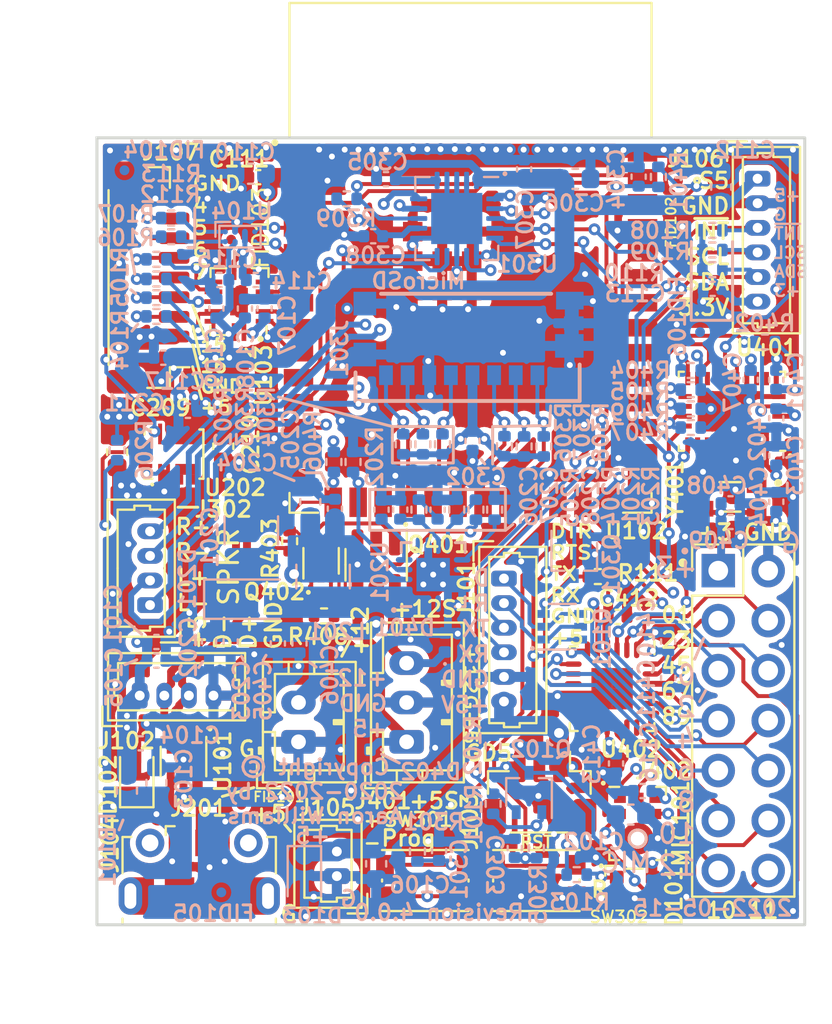
<source format=kicad_pcb>
(kicad_pcb (version 20221018) (generator pcbnew)
  (title_block (title "Wrover LED Controller") (date "2022-05-15") (rev "4.0.0") (company "Copyright © 2020-2022 by Aaron Williams"))
  (layers (0 "F.Cu" signal) (1 "In1.Cu" power) (2 "In2.Cu" mixed) (31 "B.Cu" signal) (34 "B.Paste" user) (35 "F.Paste" user) (36 "B.SilkS" user "B.Silkscreen") (37 "F.SilkS" user "F.Silkscreen") (38 "B.Mask" user) (39 "F.Mask" user) (44 "Edge.Cuts" user))
  (net 0 "")
  (net 1 "GND")
  (net 2 "+3V3")
  (net 3 "/IO4")
  (net 4 "/IO15")
  (net 5 "/DTR")
  (net 6 "/RTS")
  (net 7 "/TXD0")
  (net 8 "/RXD0")
  (net 9 "FAN_PWM")
  (net 10 "/USB_DN")
  (net 11 "/USB_DP")
  (net 12 "/IO6")
  (net 13 "/IO7")
  (net 14 "/I2S0_BCLK")
  (net 15 "/I2S0_DIN")
  (net 16 "/D+")
  (net 17 "/D-")
  (net 18 "+12V")
  (net 19 "/Power Supplies/SS")
  (net 20 "/Power Supplies/COMP")
  (net 21 "/Power Supplies/SW")
  (net 22 "/Power Supplies/FB")
  (net 23 "/Power Supplies/FREQ")
  (net 24 "~{RESET}")
  (net 25 "~{M_BOOT_LOAD}")
  (net 26 "SCL")
  (net 27 "SDA")
  (net 28 "/IO6_H")
  (net 29 "/IO7_H")
  (net 30 "/IO15_H")
  (net 31 "/IO5")
  (net 32 "IO16")
  (net 33 "SD_D1")
  (net 34 "SD_D0")
  (net 35 "SD_CLK")
  (net 36 "SD_CMD")
  (net 37 "SD_D3")
  (net 38 "SD_D2")
  (net 39 "/IO16_H")
  (net 40 "~{INT2}")
  (net 41 "EN_12V")
  (net 42 "~{INT3}")
  (net 43 "Net-(C208-Pad1)")
  (net 44 "/IO4_H")
  (net 45 "/IO5_H")
  (net 47 "/Reset, Boot, Amp, and SD Card/PGM_IO0_DRV")
  (net 48 "/Motion and GPIO/SW_5V_IO1")
  (net 49 "/Motion and GPIO/SW_12V")
  (net 50 "/Motion and GPIO/P1_3")
  (net 51 "/Motion and GPIO/P1_2")
  (net 52 "/Motion and GPIO/P1_1")
  (net 53 "/Motion and GPIO/P1_0")
  (net 54 "/Motion and GPIO/P0_7")
  (net 55 "/Motion and GPIO/P0_6")
  (net 56 "/Motion and GPIO/P0_5")
  (net 57 "/Motion and GPIO/P0_4")
  (net 58 "/Motion and GPIO/P0_3")
  (net 59 "/Motion and GPIO/P0_2")
  (net 60 "/Motion and GPIO/P0_1")
  (net 61 "/Motion and GPIO/P0_0")
  (net 62 "/Motion and GPIO/~{EN_12V}")
  (net 63 "/Motion and GPIO/~{EN_5V}")
  (net 64 "/Motion and GPIO/H_SCL")
  (net 65 "/Motion and GPIO/H_SDA")
  (net 66 "Net-(R112-Pad2)")
  (net 67 "Net-(R104-Pad2)")
  (net 68 "Net-(D101-Pad1)")
  (net 73 "/Reset, Boot, Amp, and SD Card/SPKR_L+")
  (net 74 "/Reset, Boot, Amp, and SD Card/SPKR_L-")
  (net 75 "/Reset, Boot, Amp, and SD Card/SPKR_R+")
  (net 76 "/Reset, Boot, Amp, and SD Card/SPKR_R-")
  (net 77 "/I2S0_WSEL")
  (net 78 "~{INT}")
  (net 92 "/STATUS_LED")
  (net 93 "AMP_PWR")
  (net 94 "I2S1_WSEL")
  (net 95 "I2S1_DOUT")
  (net 96 "I2S1_BCLK")
  (net 97 "/Motion and GPIO/CAP")
  (net 98 "/Motion and GPIO/COM2")
  (net 99 "/Motion and GPIO/COM3")
  (net 100 "/Motion and GPIO/XIN32")
  (net 101 "unconnected-(J104-Pad6)")
  (net 106 "VBUS")
  (net 107 "+5V")
  (net 108 "/STS_5V")
  (net 109 "/STS_DO")
  (net 110 "~{RST_BNO085}")
  (net 112 "/Power Supplies/EN_5V")
  (net 114 "Net-(R105-Pad2)")
  (net 115 "Net-(R106-Pad2)")
  (net 116 "Net-(R107-Pad2)")
  (net 117 "Net-(R113-Pad2)")
  (footprint "Fiducial:Fiducial_0.5mm_Mask1mm" (layer "F.Cu") (at 66.825 35.175)
    (fp_text reference "FID103")
    (fp_text value "Fiducial")
  )
  (footprint "Package_LGA:LGA-28_5.2x3.8mm_P0.5mm" (layer "F.Cu") (at 92.3 43.9 180)
    (fp_text reference "U401")
    (fp_text value "BNO085")
  )
  (footprint "Connector_USB:USB_Micro-B_Molex-105017-0001" (layer "F.Cu") (at 65.2 67.3)
    (fp_text reference "J104")
    (fp_text value "USB_B_Micro")
  )
  (footprint "Capacitor_SMD:C_0402_1005Metric" (layer "F.Cu") (at 68.2 32 180)
    (fp_text reference "C111")
    (fp_text value "0.1uF")
  )
  (footprint "Package_TO_SOT_SMD:SOT-323-6L" (layer "F.Cu") (at 64.4 61.7 -90)
    (fp_text reference "U101")
    (fp_text value "USBUF02W6")
  )
  (footprint "Diode_SMD:D_SOD-323" (layer "F.Cu") (at 62.025 62.525 90)
    (fp_text reference "D102")
    (fp_text value "UDD32C12L01")
  )
  (footprint "Aaron:HWQFN-24_EP_4x4_Pitch0.5mm" (layer "F.Cu") (at 86.2 58 -90)
    (fp_text reference "U402")
    (fp_text value "PCA9575HF")
  )
  (footprint "Button_Switch_SMD:SW_Push_1P1T_NO_CK_KMR2" (layer "F.Cu") (at 82.35 67.75 180)
    (fp_text reference "SW302")
    (fp_text value "KMR2")
  )
  (footprint "Capacitor_SMD:C_0402_1005Metric" (layer "F.Cu") (at 86.48 54.35)
    (fp_text reference "C412")
    (fp_text value "0.1uF")
  )
  (footprint "Connector_Molex:Molex_PicoBlade_53047-0610_1x06_P1.25mm_Vertical" (layer "F.Cu") (at 80.7 52.4 -90)
    (fp_text reference "J101")
    (fp_text value "Molex PicoBlade 6-pin")
  )
  (footprint "Button_Switch_SMD:SW_Push_1P1T_NO_CK_KMR2" (layer "F.Cu") (at 76.7 67.75 180)
    (fp_text reference "SW301")
    (fp_text value "KMR2")
  )
  (footprint "Connector_JST:JST_SH_BM09B-SRSS-TB_1x09-1MP_P1.00mm_Vertical" (layer "F.Cu") (at 62.6 37.1 90)
    (fp_text reference "J107")
    (fp_text value "5V_LOGIC")
  )
  (footprint "Connector_Molex:Molex_PicoBlade_53047-0610_1x06_P1.25mm_Vertical" (layer "F.Cu") (at 93.6 32.075 -90)
    (fp_text reference "J106")
    (fp_text value "Molex PicoBlade 6-pin")
  )
  (footprint "Resistor_SMD:R_0402_1005Metric" (layer "F.Cu") (at 71.55 54.3 180)
    (fp_text reference "R408")
    (fp_text value "10K")
  )
  (footprint "Sensor_Audio:Knowles_LGA-6_3.5x2.65mm" (layer "F.Cu") (at 87.5 64.85)
    (fp_text reference "MIC101")
    (fp_text value "SPH0645LM4H-B")
  )
  (footprint "Fiducial:Fiducial_0.5mm_Mask1mm" (layer "F.Cu") (at 67.35 63.9)
    (fp_text reference "FID101")
    (fp_text value "Fiducial")
  )
  (footprint "Connector_Molex:Molex_PicoBlade_53047-0210_1x02_P1.25mm_Vertical" (layer "F.Cu") (at 72.2 67.525 90)
    (fp_text reference "J105")
    (fp_text value "POWER IN")
  )
  (footprint "Resistor_SMD:R_0402_1005Metric" (layer "F.Cu") (at 85.475 52.3)
    (fp_text reference "R111")
    (fp_text value "10K")
  )
  (footprint "Connector_PinHeader_2.54mm:PinHeader_2x07_P2.54mm_Vertical" (layer "F.Cu") (at 91.6 52)
    (fp_text reference "J402")
    (fp_text value "GPIO_CONN")
  )
  (footprint "Package_TO_SOT_SMD:SOT-563" (layer "F.Cu") (at 71.4 51.5 90)
    (fp_text reference "Q402")
    (fp_text value "EM6K7T2R")
  )
  (footprint "Aaron:ESP32-S3-WROOM-2-N32R8V" (layer "F.Cu") (at 79 36.1)
    (fp_text reference "U102")
    (fp_text value "ESP32-S3-WROOM-2-N32R8V")
  )
  (footprint "Package_DFN_QFN:Monolithic_QFN-12-2.5x3.0mm_P0.4mm" (layer "F.Cu") (at 63.9125 46.075 90)
    (fp_text reference "U202")
    (fp_text value "MPM3810GQB-33")
  )
  (footprint "Connector_JST:JST_SH_BM03B-SRSS-TB_1x03-1MP_P1.00mm_Vertical" (layer "F.Cu") (at 82.5 63.3 180)
    (fp_text reference "J103")
    (fp_text value "STATUS OUT")
  )
  (footprint "Package_TO_SOT_SMD:SOT-23-6" (layer "F.Cu") (at 74.2 51.7 -90)
    (fp_text reference "Q401")
    (fp_text value "SIL2301-TP")
  )
  (footprint "Capacitor_SMD:C_0603_1608Metric" (layer "F.Cu") (at 66.425 45.675 -90)
    (fp_text reference "C210")
    (fp_text value "22uF")
  )
  (footprint "Fiducial:Fiducial_0.5mm_Mask1mm" (layer "F.Cu") (at 89.55 32.2)
    (fp_text reference "FID102")
    (fp_text value "Fiducial")
  )
  (footprint "Connector_JST:JST_PH_B2B-PH-K_1x02_P2.00mm_Vertical" (layer "F.Cu") (at 70.25 60.7 90)
    (fp_text reference "J201")
    (fp_text value "12V_OUT")
  )
  (footprint "Connector_Molex:Molex_PicoBlade_53047-0410_1x04_P1.25mm_Vertical" (layer "F.Cu") (at 62.175 58.35)
    (fp_text reference "J102")
    (fp_text value "Molex PicoBlade 4-pin")
  )
  (footprint "Package_TO_SOT_SMD:SOT-762-1" (layer "F.Cu") (at 67.225 38.325 90)
    (fp_text reference "U103")
    (fp_text value "NTS0104BQ,115")
  )
  (footprint "marbastlib-various:LED_WS2812_2020" (layer "F.Cu") (at 87.35 68.15)
    (fp_text reference "D101")
    (fp_text value "WS2812_2020")
  )
  (footprint "Resistor_SMD:R_0402_1005Metric" (layer "F.Cu") (at 69.8 50.5 90)
    (fp_text reference "R403")
    (fp_text value "10K")
  )
  (footprint "Connector_JST:JST_PH_B3B-PH-K_1x03_P2.00mm_Vertical" (layer "F.Cu") (at 75.75 60.7 90)
    (fp_text reference "J401")
    (fp_text value "Fan PWM")
  )
  (footprint "Capacitor_SMD:C_0603_1608Metric" (layer "F.Cu") (at 61.025 45.975 -90)
    (fp_text reference "C209")
    (fp_text value "22uF")
  )
  (footprint "Aaron:OSC_OM-7604-C7" (layer "F.Cu") (at 92.2 48.25 180)
    (fp_text reference "Y401")
    (fp_text value "OM-7604-C7")
  )
  (footprint "Connector_Molex:Molex_PicoBlade_53047-0410_1x04_P1.25mm_Vertical" (layer "F.Cu") (at 62.7 53.75 90)
    (fp_text reference "J302")
    (fp_text value "Molex PicoBlade 4-pin")
  )
  (footprint "Capacitor_SMD:C_0402_1005Metric" (layer "B.Cu") (at 72.1 48.85 90)
    (fp_text reference "C205")
    (fp_text value "0.1uF")
  )
  (footprint "Capacitor_SMD:C_0603_1608Metric" (layer "B.Cu") (at 63.025 62.775 90)
    (fp_text reference "C103")
    (fp_text value "10uF")
  )
  (footprint "Capacitor_SMD:C_0402_1005Metric" (layer "B.Cu") (at 75.425 48.9 90)
    (fp_text reference "C207")
    (fp_text value "1.5nF")
  )
  (footprint "Capacitor_SMD:C_0402_1005Metric" (layer "B.Cu") (at 92.225 48.575)
    (fp_text reference "C408")
    (fp_text value "1uF")
  )
  (footprint "Resistor_SMD:R_0402_1005Metric" (layer "B.Cu") (at 84.4 67.45)
    (fp_text reference "R103")
    (fp_text value "33")
  )
  (footprint "Capacitor_SMD:C_0402_1005Metric" (layer "B.Cu") (at 79.1 45.4 -90)
    (fp_text reference "C302")
    (fp_text value "1uF")
  )
  (footprint "Resistor_SMD:R_0402_1005Metric" (layer "B.Cu") (at 81.725 45.685 -90)
    (fp_text reference "R307")
    (fp_text value "10K")
  )
  (footprint "Resistor_SMD:R_0402_1005Metric" (layer "B.Cu") (at 82.35 66.1 -90)
    (fp_text reference "R305")
    (fp_text value "10K")
  )
  (footprint "Diode_SMD:D_SOD-123F" (layer "B.Cu") (at 67.65 53.45)
    (fp_text reference "D201")
    (fp_text value "SMD34PL-TP")
  )
  (footprint "Capacitor_SMD:C_0402_1005Metric" (layer "B.Cu") (at 91.315 37.675 180)
    (fp_text reference "C113")
    (fp_text value "1uF")
  )
  (footprint "Resistor_SMD:R_0402_1005Metric" (layer "B.Cu") (at 90.2 42.8)
    (fp_text reference "R405")
    (fp_text value "4.7K")
  )
  (footprint "Resistor_SMD:R_0402_1005Metric" (layer "B.Cu") (at 73.025 46.475 -90)
    (fp_text reference "R202")
    (fp_text value "10K")
  )
  (footprint "Capacitor_SMD:C_0402_1005Metric" (layer "B.Cu") (at 89.05 55.6 90)
    (fp_text reference "C410")
    (fp_text value "1uF")
  )
  (footprint "Diode_SMD:D_0402_1005Metric" (layer "B.Cu") (at 73.4 61.1 180)
    (fp_text reference "D402")
    (fp_text value "CDBQR0230R-HF")
  )
  (footprint "Capacitor_SMD:C_0603_1608Metric" (layer "B.Cu") (at 87.15 64.4)
    (fp_text reference "C102")
    (fp_text value "10uF")
  )
  (footprint "Capacitor_SMD:C_0402_1005Metric" (layer "B.Cu") (at 68.075 37.225)
    (fp_text reference "C114")
    (fp_text value "1uF")
  )
  (footprint "Resistor_SMD:R_0402_1005Metric" (layer "B.Cu") (at 91.3 35.7 180)
    (fp_text reference "R109")
    (fp_text value "2.2K")
  )
  (footprint "Capacitor_SMD:C_0402_1005Metric" (layer "B.Cu") (at 94.55 42.3 90)
    (fp_text reference "C401")
    (fp_text value "1uF")
  )
  (footprint "Resistor_SMD:R_0402_1005Metric" (layer "B.Cu") (at 63.775 34.075)
    (fp_text reference "R113")
    (fp_text value "33")
  )
  (footprint "Fiducial:Fiducial_0.5mm_Mask1mm" (layer "B.Cu") (at 61.4 31.65 180)
    (fp_text reference "FID104")
    (fp_text value "Fiducial")
  )
  (footprint "Capacitor_SMD:C_0402_1005Metric" (layer "B.Cu") (at 63.375 41.175 180)
    (fp_text reference "C117")
    (fp_text value "1uF")
  )
  (footprint "Capacitor_SMD:C_0402_1005Metric" (layer "B.Cu") (at 66.225 37.225 180)
    (fp_text reference "C115")
    (fp_text value "1uF")
  )
  (footprint "Resistor_SMD:R_0402_1005Metric" (layer "B.Cu") (at 61.025 45.875 90)
    (fp_text reference "R206")
    (fp_text value "10K")
  )
  (footprint "Resistor_SMD:R_0402_1005Metric" (layer "B.Cu") (at 63.775 35.025)
    (fp_text reference "R112")
    (fp_text value "33")
  )
  (footprint "Resistor_SMD:R_0402_1005Metric" (layer "B.Cu") (at 80.225 48.9 90)
    (fp_text reference "R203")
    (fp_text value "18.7K")
  )
  (footprint "Capacitor_SMD:C_0603_1608Metric" (layer "B.Cu") (at 84.325 32.085)
    (fp_text reference "C306")
    (fp_text value "10uF")
  )
  (footprint "Resistor_SMD:R_0402_1005Metric" (layer "B.Cu") (at 90.2 43.775)
    (fp_text reference "R409")
    (fp_text value "10K")
  )
  (footprint "Capacitor_SMD:C_0402_1005Metric" (layer "B.Cu") (at 63.025 56.575)
    (fp_text reference "C105")
    (fp_text value "1uF")
  )
  (footprint "Capacitor_SMD:C_0402_1005Metric" (layer "B.Cu") (at 94.55 46.15 90)
    (fp_text reference "C403")
    (fp_text value "0.1uF")
  )
  (footprint "Fiducial:Fiducial_0.5mm_Mask1mm" (layer "B.Cu") (at 90.675 39.875 180)
    (fp_text reference "FID106")
    (fp_text value "Fiducial")
  )
  (footprint "Capacitor_SMD:C_0402_1005Metric" (layer "B.Cu") (at 74.475 48.9 90)
    (fp_text reference "C206")
    (fp_text value "22nF")
  )
  (footprint "Resistor_SMD:R_0402_1005Metric" (layer "B.Cu") (at 63.025 36.175)
    (fp_text reference "R107")
    (fp_text value "33")
  )
  (footprint "Resistor_SMD:R_0402_1005Metric" (layer "B.Cu") (at 88.555 31.985 90)
    (fp_text reference "R401")
    (fp_text value "10K")
  )
  (footprint "Capacitor_SMD:C_0402_1005Metric" (layer "B.Cu") (at 81.25 66.1 90)
    (fp_text reference "C303")
    (fp_text value "1uF")
  )
  (footprint "Resistor_SMD:R_0402_1005Metric" (layer "B.Cu") (at 63.025 37.175)
    (fp_text reference "R106")
    (fp_text value "33")
  )
  (footprint "Package_BGA:Texas_DSBGA-8_0.9x1.9mm_Layout2x4_P0.5mm" (layer "B.Cu") (at 67.275 35.025 -90)
    (fp_text reference "U104")
    (fp_text value "TCA9406ZYPR")
  )
  (footprint "Capacitor_SMD:C_0402_1005Metric" (layer "B.Cu") (at 74.05 35 180)
    (fp_text reference "C308")
    (fp_text value "0.1uF")
  )
  (footprint "Aaron:QFN-16-1EP_3x3mm_P0.5mm_EP2.7x2.7mm_ThermalVias" (layer "B.Cu") (at 77.1 52.2)
    (fp_text reference "U201")
    (fp_text value "TPS55340-Q1")
  )
  (footprint "Resistor_SMD:R_0402_1005Metric" (layer "B.Cu") (at 76.3 66.27 -90)
    (fp_text reference "R301")
    (fp_text value "10K")
  )
  (footprint "Capacitor_SMD:C_0402_1005Metric" (layer "B.Cu") (at 92.225 49.525)
    (fp_text reference "C409")
    (fp_text value "0.1uF")
  )
  (footprint "Resistor_SMD:R_0402_1005Metric" (layer "B.Cu") (at 80.15 60.9 90)
    (fp_text reference "R102")
    (fp_text value "4.7K")
  )
  (footprint "Capacitor_SMD:C_0402_1005Metric" (layer "B.Cu") (at 74.7 32.1 180)
    (fp_text reference "C305")
    (fp_text value "0.1uF")
  )
  (footprint "Resistor_SMD:R_0402_1005Metric" (layer "B.Cu") (at 80.15 63.85 -90)
    (fp_text reference "R101")
    (fp_text value "4.7K")
  )
  (footprint "Fiducial:Fiducial_0.5mm_Mask1mm" (layer "B.Cu") (at 66.325 68.35 180)
    (fp_text reference "FID105")
    (fp_text value "Fiducial")
  )
  (footprint "Capacitor_SMD:C_0402_1005Metric" (layer "B.Cu") (at 77.4 66.25 90)
    (fp_text reference "C301")
    (fp_text value "0.1uF")
  )
  (footprint "Capacitor_SMD:C_0603_1608Metric" (layer "B.Cu") (at 70.85 48.5 90)
    (fp_text reference "C204")
    (fp_text value "22uF")
  )
  (footprint "Package_TO_SOT_SMD:SOT-323_SC-70" (layer "B.Cu") (at 84.275 51.275 -90)
    (fp_text reference "Q301")
    (fp_text value "BSS138")
  )
  (footprint "Capacitor_SMD:C_0402_1005Metric" (layer "B.Cu") (at 67.525 38.675 90)
    (fp_text reference "C108")
    (fp_text value "0.1uF")
  )
  (footprint "Capacitor_SMD:C_1210_3225Metric" (layer "B.Cu") (at 67.85 49.95 90)
    (fp_text reference "C201")
    (fp_text value "47uF")
  )
  (footprint "Capacitor_SMD:C_0402_1005Metric" (layer "B.Cu") (at 69.2 55.7 -90)
    (fp_text reference "C405")
    (fp_text value "1uF")
  )
  (footprint "Resistor_SMD:R_0402_1005Metric" (layer "B.Cu") (at 82.725 45.685 -90)
    (fp_text reference "R308")
    (fp_text value "10K")
  )
  (footprint "Package_TO_SOT_SMD:SOT-363_SC-70-6" (layer "B.Cu") (at 83.65 54.85)
    (fp_text reference "Q101")
    (fp_text value "UMH3N")
  )
  (footprint "Capacitor_SMD:C_0402_1005Metric" (layer "B.Cu") (at 64.625 43.875 180)
    (fp_text reference "C211")
    (fp_text value "1uF")
  )
  (footprint "Resistor_SMD:R_0402_1005Metric" (layer "B.Cu") (at 90.2 44.725 180)
    (fp_text reference "R407")
    (fp_text value "10K")
  )
  (footprint "Resistor_SMD:R_0402_1005Metric" (layer "B.Cu") (at 63.025 39.075)
    (fp_text reference "R104")
    (fp_text value "33")
  )
  (footprint "Resistor_SMD:R_0402_1005Metric" (layer "B.Cu") (at 63.025 38.125)
    (fp_text reference "R105")
    (fp_text value "33")
  )
  (footprint "Capacitor_SMD:C_0402_1005Metric" (layer "B.Cu") (at 94.55 44.25 -90)
    (fp_text reference "C402")
    (fp_text value "0.1uF")
  )
  (footprint "Diode_SMD:D_SOD-323" (layer "B.Cu") (at 70.55 67.5 -90)
    (fp_text reference "D103")
    (fp_text value "UDD32C12L01")
  )
  (footprint "Capacitor_SMD:C_0402_1005Metric" (layer "B.Cu") (at 77.325 48.9 90)
    (fp_text reference "C208")
    (fp_text value "33nF")
  )
  (footprint "Resistor_SMD:R_0402_1005Metric" (layer "B.Cu") (at 76.575 45.575 -90)
    (fp_text reference "R303")
    (fp_text value "10K")
  )
  (footprint "Capacitor_SMD:C_0402_1005Metric" (layer "B.Cu") (at 70.3 55.7 -90)
    (fp_text reference "C406")
    (fp_text value "0.1uF")
  )
  (footprint "Resistor_SMD:R_0402_1005Metric" (layer "B.Cu") (at 76.375 48.9 -90)
    (fp_text reference "R205")
    (fp_text value "1.54K")
  )
  (footprint "Resistor_SMD:R_0402_1005Metric" (layer "B.Cu") (at 93.975 40.375 180)
    (fp_text reference "R402")
    (fp_text value "10K")
  )
  (footprint "Capacitor_SMD:C_0402_1005Metric" (layer "B.Cu") (at 87.55 31.975 90)
    (fp_text reference "C304")
    (fp_text value "0.1uF")
  )
  (footprint "Resistor_SMD:R_0402_1005Metric" (layer "B.Cu") (at 75.575 45.575 -90)
    (fp_text reference "R302")
    (fp_text value "10K")
  )
  (footprint "Resistor_SMD:R_0402_1005Metric" (layer "B.Cu") (at 90.2 41.825)
    (fp_text reference "R404")
    (fp_text value "4.7K")
  )
  (footprint "Resistor_SMD:R_0402_1005Metric" (layer "B.Cu") (at 79.275 48.9 90)
    (fp_text reference "R201")
    (fp_text value "86.6K")
  )
  (footprint "Capacitor_SMD:C_0603_1608Metric" (layer "B.Cu") (at 67.825 31.825 180)
    (fp_text reference "C110")
    (fp_text value "22uF")
  )
  (footprint "Capacitor_SMD:C_0402_1005Metric" (layer "B.Cu") (at 87.75 63.2 180)
    (fp_text reference "C116")
    (fp_text value "0.1uF")
  )
  (footprint "Capacitor_SMD:C_0402_1005Metric" (layer "B.Cu") (at 63.025 55.625)
    (fp_text reference "C101")
    (fp_text value "1uF")
  )
  (footprint "Connector_Card:microSD_HC_Molex_047571-0001" (layer "B.Cu") (at 78.85 40.65)
    (fp_text reference "J301")
    (fp_text value "Micro_SD_Card")
  )
  (footprint "Resistor_SMD:R_0402_1005Metric" (layer "B.Cu") (at 78.3 48.9 90)
    (fp_text reference "R204")
    (fp_text value "10K")
  )
  (footprint "Capacitor_SMD:C_0402_1005Metric" (layer "B.Cu") (at 89.05 57.45 -90)
    (fp_text reference "C411")
    (fp_text value "0.1uF")
  )
  (footprint "Capacitor_SMD:C_0402_1005Metric" (layer "B.Cu") (at 66.8 55.6 -90)
    (fp_text reference "C203")
    (fp_text value "0.1uF")
  )
  (footprint "Capacitor_SMD:C_0402_1005Metric" (layer "B.Cu") (at 93.25 42.3 -90)
    (fp_text reference "C407")
    (fp_text value "0.1uF")
  )
  (footprint "Package_TO_SOT_SMD:SOT-323_SC-70" (layer "B.Cu") (at 81.975 63.275 90)
    (fp_text reference "Q102")
    (fp_text value "BSS138")
  )
  (footprint "Resistor_SMD:R_0402_1005Metric" (layer "B.Cu") (at 72.05 46.475 -90)
    (fp_text reference "R406")
    (fp_text value "10K")
  )
  (footprint "Diode_SMD:D_0402_1005Metric" (layer "B.Cu") (at 77.7 55.65 90)
    (fp_text reference "D401")
    (fp_text value "CDBQR0230R-HF")
  )
  (footprint "Inductor_SMD:L_1210_3225Metric" (layer "B.Cu") (at 71.5 52.3 -90)
    (fp_text reference "L201")
    (fp_text value "2.2uH")
  )
  (footprint "Resistor_SMD:R_0402_1005Metric" (layer "B.Cu") (at 77.575 45.575 -90)
    (fp_text reference "R304")
    (fp_text value "10K")
  )
  (footprint "Capacitor_SMD:C_0402_1005Metric" (layer "B.Cu") (at 94.55 48.5 90)
    (fp_text reference "C404")
    (fp_text value "0.1uF")
  )
  (footprint "Resistor_SMD:R_0402_1005Metric" (layer "B.Cu") (at 80.725 45.675 -90)
    (fp_text reference "R306")
    (fp_text value "10K")
  )
  (footprint "Package_CSP:LFCSP-20-1EP_4x4mm_P0.5mm_EP2.6x2.6mm" (layer "B.Cu") (at 78.3 34.1 180)
    (fp_text reference "U301")
    (fp_text value "SSM2518CPZ")
  )
  (footprint "Capacitor_SMD:C_0402_1005Metric" (layer "B.Cu") (at 86.4 61.8 -90)
    (fp_text reference "C413")
    (fp_text value "0.1uF")
  )
  (footprint "Capacitor_SMD:C_0402_1005Metric" (layer "B.Cu") (at 65.7 55.6 -90)
    (fp_text reference "C202")
    (fp_text value "1uF")
  )
  (footprint "Resistor_SMD:R_0402_1005Metric" (layer "B.Cu") (at 91.3 36.7 180)
    (fp_text reference "R110")
    (fp_text value "2.2K")
  )
  (footprint "Capacitor_SMD:C_0402_1005Metric" (layer "B.Cu") (at 81.725 31.6 90)
    (fp_text reference "C307")
    (fp_text value "0.1uF")
  )
  (footprint "Inductor_SMD:L_0603_1608Metric" (layer "B.Cu") (at 61.525 63.175 90)
    (fp_text reference "FB101")
    (fp_text value "2A 300 ohm@100MHz")
  )
  (footprint "Capacitor_SMD:C_0603_1608Metric" (layer "B.Cu") (at 91.75 32.5 90)
    (fp_text reference "C112")
    (fp_text value "10uF")
  )
  (footprint "Capacitor_SMD:C_0402_1005Metric" (layer "B.Cu") (at 68.525 38.675 90)
    (fp_text reference "C107")
    (fp_text value "0.1uF")
  )
  (footprint "Capacitor_SMD:C_0603_1608Metric" (layer "B.Cu") (at 74.2 66.9 -90)
    (fp_text reference "C106")
    (fp_text value "10uF")
  )
  (footprint "Capacitor_SMD:C_0402_1005Metric" (layer "B.Cu") (at 62.225 60.775)
    (fp_text reference "C104")
    (fp_text value "0.1uF")
  )
  (footprint "Resistor_SMD:R_0402_1005Metric" (layer "B.Cu") (at 72.7 33.1)
    (fp_text reference "R309")
    (fp_text value "10K")
  )
  (footprint "Capacitor_SMD:C_0402_1005Metric" (layer "B.Cu") (at 66.075 38.675 90)
    (fp_text reference "C109")
    (fp_text value "1uF")
  )
  (footprint "Resistor_SMD:R_0402_1005Metric" (layer "B.Cu") (at 91.3 34.7 180)
    (fp_text reference "R108")
    (fp_text value "4.7K")
  )
  (gr_line (start 71.15 56.9) (end 70.8 56.65) (stroke (width 0.15)) (layer "B.SilkS"))
  (gr_circle (center 68.5 33.7) (end 68.55 33.7) (stroke (width 0.15)) (fill solid) (layer "B.SilkS"))
  (gr_line (start 65.175 56.925) (end 65.375 56.625) (stroke (width 0.15)) (layer "B.SilkS"))
  (gr_circle (center 82.15 55.95) (end 82.2 55.95) (stroke (width 0.15)) (fill solid) (layer "B.SilkS"))
  (gr_line (start 64.975 35.575) (end 64.975 33.575) (stroke (width 0.15)) (layer "B.SilkS"))
  (gr_line (start 80.125 44.675) (end 83.025 44.625) (stroke (width 0.15)) (layer "B.SilkS"))
  (gr_line (start 71.4 47.025) (end 71.6 47.45) (stroke (width 0.15)) (layer "B.SilkS"))
  (gr_circle (center 89.9 51) (end 90 51) (stroke (width 0.15)) (fill solid) (layer "B.SilkS"))
  (gr_circle (center 80.75 31.825) (end 80.8 31.825) (stroke (width 0.15)) (fill solid) (layer "B.SilkS"))
  (gr_line (start 62.075 39.475) (end 61.775 39.825) (stroke (width 0.15)) (layer "B.SilkS"))
  (gr_line (start 92.325 39.275) (end 92.325 35.275) (stroke (width 0.15)) (layer "B.SilkS"))
  (gr_line (start 80.125 46.575) (end 80.125 44.675) (stroke (width 0.15)) (layer "B.SilkS"))
  (gr_line (start 70.025 47.425) (end 69.025 47.025) (stroke (width 0.15)) (layer "B.SilkS"))
  (gr_rect (start 75.025 44.675) (end 78.125 46.525) (stroke (width 0.15)) (fill none) (layer "B.SilkS"))
  (gr_line (start 70.575 47.025) (end 71.4 47.025) (stroke (width 0.15)) (layer "B.SilkS"))
  (gr_line (start 75.025 44.675) (end 69.225 43.175) (stroke (width 0.15)) (layer "B.SilkS"))
  (gr_line (start 61.925 36.925) (end 61.725 35.725) (stroke (width 0.15)) (layer "B.SilkS"))
  (gr_line (start 79.725 46.575) (end 79.525 46.325) (stroke (width 0.15)) (layer "B.SilkS"))
  (gr_circle (center 87.5 65.619884) (end 87.75 65.269884) (stroke (width 0.15)) (fill none) (layer "B.SilkS"))
  (gr_line (start 71.6 47.45) (end 71.75 47.85) (stroke (width 0.15)) (layer "B.SilkS"))
  (gr_line (start 61.975 37.925) (end 61.725 37.725) (stroke (width 0.15)) (layer "B.SilkS"))
  (gr_rect (start 73.875 47.875) (end 80.775 49.95) (stroke (width 0.15)) (fill none) (layer "B.SilkS"))
  (gr_line (start 64.625 35.575) (end 64.975 35.575) (stroke (width 0.15)) (layer "B.SilkS"))
  (gr_line (start 90.225 39.275) (end 92.325 39.275) (stroke (width 0.15)) (layer "B.SilkS"))
  (gr_line (start 75.375 61.775) (end 74.475 61.325) (stroke (width 0.15)) (layer "B.SilkS"))
  (gr_line (start 80.775 49.95) (end 81.15 49.65) (stroke (width 0.15)) (layer "B.SilkS"))
  (gr_line (start 61.125 65.175) (end 61.325 64.675) (stroke (width 0.15)) (layer "B.SilkS"))
  (gr_line (start 83.025 44.625) (end 83.075 43.625) (stroke (width 0.15)) (layer "B.SilkS"))
  (gr_circle (center 75.1 54) (end 75.170711 54) (stroke (width 0.15)) (fill solid) (layer "B.SilkS"))
  (gr_line (start 68.45 56.55) (end 68.6 56.3) (stroke (width 0.15)) (layer "B.SilkS"))
  (gr_line (start 90.4 56.5) (end 90.85 55.45) (stroke (width 0.15)) (layer "B.SilkS"))
  (gr_line (start 62.275 55.225) (end 61.425 54.525) (stroke (width 0.15)) (layer "B.SilkS"))
  (gr_line (start 62.025 56.525) (end 61.425 56.775) (stroke (width 0.15)) (layer "B.SilkS"))
  (gr_line (start 90.65 58.65) (end 90.95 58.1) (stroke (width 0.15)) (layer "B.SilkS"))
  (gr_line (start 70.325 46.9) (end 70.575 47.025) (stroke (width 0.15)) (layer "B.SilkS"))
  (gr_line (start 67.45 56.55) (end 67.35 56.35) (stroke (width 0.15)) (layer "B.SilkS"))
  (gr_line (start 63.625 43.775) (end 63.475 43.675) (stroke (width 0.15)) (layer "B.SilkS"))
  (gr_line (start 90.225 35.275) (end 90.225 39.275) (stroke (width 0.15)) (layer "B.SilkS"))
  (gr_line (start 64.125 48.775) (end 65.125 48.775) (stroke (width 0.15)) (layer "F.SilkS"))
  (gr_line (start 65.225 40.995) (end 64.875 39.575) (stroke (width 0.15)) (layer "F.SilkS"))
  (gr_line (start 65.285 42.175) (end 64.875 40.525) (stroke (width 0.15)) (layer "F.SilkS"))
  (gr_circle (center 88.15 55.3) (end 88.2 55.3) (stroke (width 0.15)) (fill solid) (layer "F.SilkS"))
  (gr_line (start 72.45 56.35) (end 72.95 55.4) (stroke (width 0.15)) (layer "F.SilkS"))
  (gr_circle (center 65.75 60.05) (end 65.8 60.05) (stroke (width 0.15)) (fill solid) (layer "F.SilkS"))
  (gr_line (start 66.375 63.475) (end 67.975 63.025) (stroke (width 0.15)) (layer "F.SilkS"))
  (gr_line (start 69.55 64.9) (end 69.85 65.25) (stroke (width 0.15)) (layer "F.SilkS"))
  (gr_line (start 65.325 43.275) (end 64.865 41.635) (stroke (width 0.15)) (layer "F.SilkS"))
  (gr_circle (center 95.25 46.15) (end 95.3 46.15) (stroke (width 0.15)) (fill solid) (layer "F.SilkS"))
  (gr_circle (center 69.05 30.25) (end 69.15 30.25) (stroke (width 0.15)) (fill solid) (layer "F.SilkS"))
  (gr_circle (center 75.7 49.65) (end 75.75 49.65) (stroke (width 0.15)) (fill solid) (layer "F.SilkS"))
  (gr_circle (center 70.75 53.1) (end 70.8 53.1) (stroke (width 0.15)) (fill solid) (layer "F.SilkS"))
  (gr_circle (center 85.65 67) (end 85.7 67) (stroke (width 0.15)) (fill solid) (layer "F.SilkS"))
  (gr_line (start 64.675 32.575) (end 64.825 32.475) (stroke (width 0.15)) (layer "F.SilkS"))
  (gr_circle (center 90.525 32.175) (end 90.475 32.2) (stroke (width 0.15)) (fill none) (layer "F.SilkS"))
  (gr_line (start 67.575 40.725) (end 67.825 41.075) (stroke (width 0.15)) (layer "F.SilkS"))
  (gr_circle (center 89.8 51.6) (end 89.95 51.6) (stroke (width 0.15)) (fill solid) (layer "F.SilkS"))
  (gr_line (start 65.475 40.075) (end 64.875 38.525) (stroke (width 0.15)) (layer "F.SilkS"))
  (gr_circle (center 85.75 62.8) (end 85.8 62.8) (stroke (width 0.15)) (fill solid) (layer "F.SilkS"))
  (gr_rect (start 60 30) (end 96 70) (stroke (width 0.15)) (fill none) (layer "Edge.Cuts"))
  (gr_text "+5" (at 70.975 65.475) (layer "B.SilkS") (effects (font (size 0.8 0.8)) (justify mirror)))
  (gr_text "0\n2\n4\n6\n8\n10\n12" (at 90.55 62.15) (layer "B.SilkS") (effects (font (size 1 1)) (justify left mirror)))
  (gr_text "+12\nGND\n+5" (at 74.85 58.75) (layer "B.SilkS") (effects (font (size 0.8 0.8)) (justify left mirror)))
  (gr_text "Revision ${REVISION}" (at 77.4 69.375) (layer "B.SilkS") (effects (font (size 0.8 0.8)) (justify mirror)))
  (gr_text "Copyright ©\n2020-2022 by\nAaron Williams" (at 71.075 63.225) (layer "B.SilkS") (effects (font (size 0.77 0.8)) (justify mirror)))
  (gr_text "MIC" (at 86.9 66.85) (layer "B.SilkS") (effects (font (size 1 1)) (justify mirror)))
  (gr_text "${ISSUE_DATE}" (at 91.3 69.15) (layer "B.SilkS") (effects (font (size 0.8 0.8)) (justify mirror)))
  (gr_text "D\nR\nTX\nRX\nGND\n+5V" (at 80.05 55.6) (layer "B.SilkS") (effects (font (size 0.8 0.8)) (justify left mirror)))
  (gr_text "MicroSD" (at 76.35 37.275) (layer "B.SilkS") (effects (font (size 0.8 0.8)) (justify mirror)))
  (gr_text "G" (at 95.3 50.6) (layer "B.SilkS") (effects (font (size 1 1)) (justify mirror)))
  (gr_text "+3" (at 89.45 51.85) (layer "B.SilkS") (effects (font (size 1 1)) (justify mirror)))
  (gr_text "G" (at 72.8 68.675) (layer "B.SilkS") (effects (font (size 0.8 0.8)) (justify mirror)))
  (gr_text "+5\nG\n~{INT}\nSCL\nSDA\n+3" (at 94.375 35.35) (layer "B.SilkS") (effects (font (size 0.6 0.6) (thickness 0.12)) (justify right mirror)))
  (gr_text "SPKR" (at 66.7 51.8 90) (layer "F.SilkS") (effects (font (size 1 1))))
  (gr_text "10 11" (at 92.825 69.275) (layer "F.SilkS") (effects (font (size 0.8 0.8))))
  (gr_text "+\n-" (at 74 65.25) (layer "F.SilkS") (effects (font (size 0.7 0.7) (thickness 0.13))))
  (gr_text "G" (at 67.625 61.075) (layer "F.SilkS") (effects (font (size 0.8 0.8))))
  (gr_text "G" (at 69.75 69.45) (layer "F.SilkS") (effects (font (size 0.8 0.8))))
  (gr_text "GD5" (at 79.925 61.275) (layer "F.SilkS") (effects (font (size 0.8 0.8))))
  (gr_text "+12G+5" (at 79 58.3 270) (layer "F.SilkS") (effects (font (size 0.6 0.8) (thickness 0.13))))
  (gr_text "01\n23\n45\n67\n89" (at 89.475 56.825) (layer "F.SilkS") (effects (font (size 0.8 0.8))))
  (gr_text "+5\nD-\nD+\nGND" (at 67.05 56.1 90) (layer "F.SilkS") (effects (font (size 0.8 0.8)) (justify left)))
  (gr_text "- +12" (at 73.4 55.85 90) (layer "F.SilkS") (effects (font (size 0.8 0.8))))
  (gr_text "DTR\nRTS\nTX\nRX\nGND\n+5" (at 82.975 52.7) (layer "F.SilkS") (effects (font (size 0.67 0.77) (thickness 0.14)) (justify left)))
  (gr_text "RST" (at 82.35 65.8) (layer "F.SilkS") (effects (font (size 0.6 0.6) (thickness 0.12))))
  (gr_text "R" (at 85.55 68.2) (layer "F.SilkS") (effects (font (size 0.8 0.8))))
  (gr_text "S5\nGND\n~{INT}\nSCL\nSDA\n3.3V" (at 92.25 35.4) (layer "F.SilkS") (effects (font (size 0.8 0.8)) (justify right)))
  (gr_text "+5" (at 68.75 64.35) (layer "F.SilkS") (effects (font (size 0.8 0.8))))
  (gr_text "GND\n4\n5\n6\n7" (at 64.775 34.575) (layer "F.SilkS") (effects (font (size 0.7 0.8) (thickness 0.14)) (justify left)))
  (gr_text "Prog" (at 75.85 65.6) (layer "F.SilkS") (effects (font (size 0.8 0.8))))
  (gr_text "R+\nR-\nL+\nL-" (at 64.9 51.7) (layer "F.SilkS") (effects (font (size 0.8 0.8))))
  (gr_text "+12S" (at 76.65 53.95) (layer "F.SilkS") (effects (font (size 0.8 0.8))))
  (gr_text "15\n16\nGND\n+5" (at 65.175 42.125) (layer "F.SilkS") (effects (font (size 0.65 0.7)) (justify left)))
  (gr_text "+3 GND" (at 92.95 50.05) (layer "F.SilkS") (effects (font (size 0.8 0.8))))
  (gr_text "+5S" (at 77.15 63.7) (layer "F.SilkS") (effects (font (size 0.8 0.8))))
  (segment (start 85.760021 62.28) (end 85.736193 62.256172) (width 0.35) (layer "F.Cu") (net 1))
  (segment (start 66.5 65.8375) (end 66.5 64.775) (width 0.5) (layer "F.Cu") (net 1))
  (segment (start 83.549998 58.25) (end 83.425 58.374998) (width 0.3) (layer "F.Cu") (net 1))
  (segment (start 63.2125 47.1) (end 63.4 47.1) (width 0.2) (layer "F.Cu") (net 1))
  (segment (start 68.125 36.775) (end 68.225 36.675) (width 0.3) (layer "F.Cu") (net 1))
  (segment (start 77.55 37.776444) (end 77.55 38.7) (width 0.5) (layer "F.Cu") (net 1))
  (segment (start 77.55 38.7) (end 77.575 38.725) (width 0.5) (layer "F.Cu") (net 1))
  (segment (start 94.55 41.25) (end 94.575 41.225) (width 0.25) (layer "F.Cu") (net 1))
  (segment (start 93.4 43.15) (end 93.175 43.375) (width 0.25) (layer "F.Cu") (net 1))
  (segment (start 85.6 68.6) (end 85.65 68.65) (width 0.4) (layer "F.Cu") (net 1))
  (segment (start 94.55 43.0125) (end 94.6875 43.15) (width 0.25) (layer "F.Cu") (net 1))
  (segment (start 85.7 68.7) (end 85.65 68.65) (width 0.4) (layer "F.Cu") (net 1))
  (segment (start 81.475 61.95) (end 80.830235 61.95) (width 0.5) (layer "F.Cu") (net 1))
  (segment (start 66.5 64.775) (end 66.525 64.75) (width 0.5) (layer "F.Cu") (net 1))
  (segment (start 63.4 47.1) (end 63.6125 47.1) (width 0.2) (layer "F.Cu") (net 1))
  (segment (start 94.55 42.2375) (end 94.55 41.25) (width 0.25) (layer "F.Cu") (net 1))
  (segment (start 63.4 47.1) (end 63.4 47.95) (width 0.4) (layer "F.Cu") (net 1))
  (segment (start 80.830235 61.95) (end 80.808735 61.9715) (width 0.5) (layer "F.Cu") (net 1))
  (segment (start 94.55 42.2375) (end 94.55 43.0125) (width 0.25) (layer "F.Cu") (net 1))
  (segment (start 64.4 60.775) (end 64.4 61.6) (width 0.2) (layer "F.Cu") (net 1))
  (segment (start 62.4625 46.275) (end 61.9125 46.275) (width 0.2) (layer "F.Cu") (net 1))
  (segment (start 67.475 38.075) (end 67.475 36.775) (width 0.25) (layer "F.Cu") (net 1))
  (segment (start 76.059566 37.766878) (end 76.059566 38.659566) (width 0.5) (layer "F.Cu") (net 1))
  (segment (start 62.821769 40.053231) (end 62.775 40.1) (width 0.5) (layer "F.Cu") (net 1))
  (segment (start 88.16225 65.6) (end 88.525 65.6) (width 0.2) (layer "F.Cu") (net 1))
  (segment (start 92.55 44.95) (end 92.4 44.8) (width 0.25) (layer "F.Cu") (net 1))
  (segment (start 65.925 58.35) (end 67.35 58.35) (width 0.5) (layer "F.Cu") (net 1))
  (segment (start 86.435 68.7) (end 85.7 68.7) (width 0.4) (layer "F.Cu") (net 1))
  (segment (start 61.9125 46.275) (end 61.825 46.3625) (width 0.2) (layer "F.Cu") (net 1))
  (segment (start 84.225 58.25) (end 83.549998 58.25) (width 0.3) (layer "F.Cu") (net 1))
  (segment (start 92.55 45.5625) (end 92.55 44.95) (width 0.25) (layer "F.Cu") (net 1))
  (segment (start 62.2 40.1) (end 62.175 40.125) (width 0.8) (layer "F.Cu") (net 1))
  (segment (start 70.9 53.25) (end 70.9 52.25) (width 0.2) (layer "F.Cu") (net 1))
  (segment (start 84.225 58.25) (end 85.4 58.25) (width 0.3) (layer "F.Cu") (net 1))
  (segment (start 67.72 32) (end 67.325 32.395) (width 0.4) (layer "F.Cu") (net 1))
  (segment (start 71.9 52.85) (end 71.5 53.25) (width 0.2) (layer "F.Cu") (net 1))
  (segment (start 61.825 46.3625) (end 61.825 47.675) (width 0.2) (layer "F.Cu") (net 1))
  (segment (start 94.95 44.65) (end 95.175 44.875) (width 0.25) (layer "F.Cu") (net 1))
  (segment (start 63.925 40.1) (end 62.2 40.1) (width 0.8) (layer "F.Cu") (net 1))
  (segment (start 84.4 68.6) (end 85.6 68.6) (width 0.4) (layer "F.Cu") (net 1))
  (segment (start 66.5 65.8375) (end 66.5 66.775) (width 0.5) (layer "F.Cu") (net 1))
  (segment (start 67.325 32.395) (end 67.325 32.575) (width 0.4) (layer "F.Cu") (net 1))
  (segment (start 63.4 47.1) (end 63.425 47.125) (width 0.5) (layer "F.Cu") (net 1))
  (segment (start 67.475 36.775) (end 68.125 36.775) (width 0.3) (layer "F.Cu") (net 1))
  (segment (start 61.025 46.75) (end 61.025 46.875) (width 0.8) (layer "F.Cu") (net 1))
  (segment (start 94.6875 43.15) (end 93.4 43.15) (width 0.25) (layer "F.Cu") (net 1))
  (segment (start 94.6875 44.65) (end 94.95 44.65) (width 0.25) (layer "F.Cu") (net 1))
  (segment (start 71.5 53.25) (end 70.9 53.25) (width 0.2) (layer "F.Cu") (net 1))
  (segment (start 92.55 46.35) (end 92.5 46.4) (width 0.25) (layer "F.Cu") (net 1))
  (segment (start 92.55 45.5625) (end 92.55 46.35) (width 0.25) (layer "F.Cu") (net 1))
  (segment (start 63.4 47.95) (end 63.425 47.975) (width 0.4) (layer "F.Cu") (net 1))
  (segment (start 76.059566 38.659566) (end 76.075 38.675) (width 0.5) (layer "F.Cu") (net 1))
  (segment (start 71.9 52.25) (end 71.9 52.85) (width 0.2) (layer "F.Cu") (net 1))
  (via (at 78.35 55.2) (size 0.604) (drill 0.3) (layers "F.Cu" "B.Cu") (net 1))
  (via (at 76.85 65.75) (size 0.604) (drill 0.3) (layers "F.Cu" "B.Cu") (net 1))
  (via (at 85.325 51.175) (size 0.604) (drill 0.3) (layers "F.Cu" "B.Cu") (net 1))
  (via (at 89.486212 39.4885) (size 0.604) (drill 0.3) (layers "F.Cu" "B.Cu") (net 1))
  (via (at 91.225 43.775) (size 0.604) (drill 0.3) (layers "F.Cu" "B.Cu") (net 1))
  (via (at 82.4 30.6) (size 0.604) (drill 0.3) (layers "F.Cu" "B.Cu") (net 1))
  (via (at 61.6 50.65) (size 0.604) (drill 0.3) (layers "F.Cu" "B.Cu") (net 1))
  (via (at 81.571011 68.55) (size 0.604) (drill 0.3) (layers "F.Cu" "B.Cu") (net 1))
  (via (at 81.7 30.6) (size 0.604) (drill 0.3) (layers "F.Cu" "B.Cu") (net 1))
  (via (at 75.225 38.6) (size 0.604) (drill 0.3) (layers "F.Cu" "B.Cu") (net 1))
  (via (at 80.3 30.6) (size 0.604) (drill 0.3) (layers "F.Cu" "B.Cu") (net 1))
  (via (at 83.025 47.075) (size 0.604) (drill 0.3) (layers "F.Cu" "B.Cu") (net 1))
  (via (at 84.775 44.575) (size 0.604) (drill 0.3) (layers "F.Cu" "B.Cu") (net 1))
  (via (at 75.95 55.5) (size 0.604) (drill 0.3) (layers "F.Cu" "B.Cu") (net 1))
  (via (at 79.1 46.425) (size 0.604) (drill 0.3) (layers "F.Cu" "B.Cu") (net 1))
  (via (at 90.554449 58.083716) (size 0.604) (drill 0.3) (layers "F.Cu" "B.Cu") (net 1))
  (via (at 71.725 32.175) (size 0.604) (drill 0.3) (layers "F.Cu" "B.Cu") (net 1))
  (via (at 78.2 30.575) (size 0.604) (drill 0.3) (layers "F.Cu" "B.Cu") (net 1))
  (via (at 85.65 68.65) (size 0.604) (drill 0.3) (layers "F.Cu" "B.Cu") (net 1))
  (via (at 68.675 40.125) (size 0.604) (drill 0.3) (layers "F.Cu" "B.Cu") (net 1))
  (via (at 68.225 36.675002) (size 0.604) (drill 0.3) (layers "F.Cu" "B.Cu") (net 1))
  (via (at 83.425 58.374998) (size 0.604) (drill 0.3) (layers "F.Cu" "B.Cu") (net 1))
  (via (at 76.075 38.675) (size 0.604) (drill 0.3) (layers "F.Cu" "B.Cu") (net 1))
  (via (at 60.663623 30.6426) (size 0.604) (drill 0.3) (layers "F.Cu" "B.Cu") (net 1))
  (via (at 61.525 48.175) (size 0.604) (drill 0.3) (layers "F.Cu" "B.Cu") (net 1))
  (via (at 84.5 30.6) (size 0.604) (drill 0.3) (layers "F.Cu" "B.Cu") (net 1))
  (via (at 61.225 47.675) (size 0.604) (drill 0.3) (layers "F.Cu" "B.Cu") (net 1))
  (via (at 85.375 66.575) (size 0.604) (drill 0.3) (layers "F.Cu" "B.Cu") (net 1))
  (via (at 68.59977 30.488989) (size 0.604) (drill 0.3) (layers "F.Cu" "B.Cu") (net 1))
  (via (at 66.4 61.3) (size 0.604) (drill 0.3) (layers "F.Cu" "B.Cu") (net 1))
  (via (at 88.525 65.6) (size 0.604) (drill 0.3) (layers "F.Cu" "B.Cu") (net 1))
  (via (at 95.4 48.25) (size 0.604) (drill 0.3) (layers "F.Cu" "B.Cu") (net 1))
  (via (at 80.65 40.925) (size 0.604) (drill 0.3) (layers "F.Cu" "B.Cu") (net 1))
  (via (at 61.825 47.675) (size 0.604) (drill 0.3) (layers "F.Cu" "B.Cu") (net 1))
  (via (at 95.4 30.6) (size 0.604) (drill 0.3) (layers "F.Cu" "B.Cu") (net 1))
  (via (at 72.475 41.6) (size 0.604) (drill 0.3) (layers "F.Cu" "B.Cu") (net 1))
  (via (at 66.5 66.775) (size 0.604) (drill 0.3) (layers "F.Cu" "B.Cu") (net 1))
  (via (at 76.85 41.346011) (size 0.604) (drill 0.3) (layers "F.Cu" "B.Cu") (net 1))
  (via (at 83.24551 65.388454) (size 0.604) (drill 0.3) (layers "F.Cu" "B.Cu") (net 1))
  (via (at 72.725 38.675) (size 0.604) (drill 0.3) (layers "F.Cu" "B.Cu") (net 1))
  (via (at 81.576257 51.527997) (size 0.604) (drill 0.3) (layers "F.Cu" "B.Cu") (net 1))
  (via (at 90.825 38.325) (size 0.604) (drill 0.3) (layers "F.Cu" "B.Cu") (net 1))
  (via (at 84.825 36.925) (size 0.604) (drill 0.3) (layers "F.Cu" "B.Cu") (net 1))
  (via (at 65.625 33.0865) (size 0.604) (drill 0.3) (layers "F.Cu" "B.Cu") (net 1))
  (via (at 63.425 47.975) (size 0.604) (drill 0.3) (layers "F.Cu" "B.Cu") (net 1))
  (via (at 92.5 46.4) (size 0.604) (drill 0.3) (layers "F.Cu" "B.Cu") (net 1))
  (via (at 81 30.6) (size 0.604) (drill 0.3) (layers "F.Cu" "B.Cu") (net 1))
  (via (at 76.95 43.1) (size 0.604) (drill 0.3) (layers "F.Cu" "B.Cu") (net 1))
  (via (at 80.375 65.925) (size 0.604) (drill 0.3) (layers "F.Cu" "B.Cu") (net 1))
  (via (at 62.125 48.175) (size 0.604) (drill 0.3) (layers "F.Cu" "B.Cu") (net 1))
  (via (at 78.903815 30.575) (size 0.604) (drill 0.3) (layers "F.Cu" "B.Cu") (net 1))
  (via (at 71.95 30.95) (size 0.604) (drill 0.3) (layers "F.Cu" "B.Cu") (net 1))
  (via (at 92.725 50.275) (size 0.604) (drill 0.3) (layers "F.Cu" "B.Cu") (net 1))
  (via (at 77.2 61) (size 0.604) (drill 0.3) (layers "F.Cu" "B.Cu") (net 1))
  (via (at 72.4 61.1) (size 0.604) (drill 0.3) (layers "F.Cu" "B.Cu") (net 1))
  (via (at 62.775 40.1) (size 0.604) (drill 0.3) (layers "F.Cu" "B.Cu") (net 1))
  (via (at 77.575 38.725) (size 0.604) (drill 0.3) (layers "F.Cu" "B.Cu") (net 1))
  (via (at 63.675 55.1) (size 0.604) (drill 0.3) (layers "F.Cu" "B.Cu") (net 1))
  (via (at 93.175 43.375) (size 0.604) (drill 0.3) (layers "F.Cu" "B.Cu") (net 1))
  (via (at 72.6 30.6) (size 0.604) (drill 0.3) (layers "F.Cu" "B.Cu") (net 1))
  (via (at 83.1 30.6) (size 0.604) (drill 0.3) (layers "F.Cu" "B.Cu") (net 1))
  (via (at 94.55 37.7) (size 0.604) (drill 0.3) (layers "F.Cu" "B.Cu") (net 1))
  (via (at 84.05 41.55) (size 0.604) (drill 0.3) (layers "F.Cu" "B.Cu") (net 1))
  (via (at 79.820457 35.987061) (size 0.604) (drill 0.3) (layers "F.Cu" "B.Cu") (net 1))
  (via (at 95.4 69.3) (size 0.604) (drill 0.3) (layers "F.Cu" "B.Cu") (net 1))
  (via (at 83.8 30.6) (size 0.604) (drill 0.3) (layers "F.Cu" "B.Cu") (net 1))
  (via (at 61.106761 40.652165) (size 0.604) (drill 0.3) (layers "F.Cu" "B.Cu") (net 1))
  (via (at 72.575 34.925) (size 0.604) (drill 0.3) (layers "F.Cu" "B.Cu") (net 1))
  (via (at 82.45 63.45) (size 0.604) (drill 0.3) (layers "F.Cu" "B.Cu") (net 1))
  (via (at 85.736193 62.256172) (size 0.604) (drill 0.3) (layers "F.Cu" "B.Cu") (net 1))
  (via (at 70.625 69.575) (size 0.604) (drill 0.3) (layers "F.Cu" "B.Cu") (net 1))
  (via (at 73.975 45.075) (size 0.604) (drill 0.3) (layers "F.Cu" "B.Cu") (net 1))
  (via (at 90.4 30.6) (size 0.604) (drill 0.3) (layers "F.Cu" "B.Cu") (net 1))
  (via (at 83.675 68.625) (size 0.604) (drill 0.3) (layers "F.Cu" "B.Cu") (net 1))
  (via (at 60.425 61.775) (size 0.604) (drill 0.3) (layers "F.Cu" "B.Cu") (net 1))
  (via (at 75.4 30.6) (size 0.604) (drill 0.3) (layers "F.Cu" "B.Cu") (net 1))
  (via (at 89.975 68.575) (size 0.604) (drill 0.3) (layers "F.Cu" "B.Cu") (net 1))
  (via (at 88.4 55.137685) (size 0.604) (drill 0.3) (layers "F.Cu" "B.Cu") (net 1))
  (via (at 82.815499 33.0415) (size 0.604) (drill 0.3) (layers "F.Cu" "B.Cu") (net 1))
  (via (at 88.825 30.605) (size 0.604) (drill 0.3) (layers "F.Cu" "B.Cu") (net 1))
  (via (at 85.225 38.3) (size 0.604) (drill 0.3) (layers "F.Cu" "B.Cu") (net 1))
  (via (at 86.525 46.275) (size 0.604) (drill 0.3) (layers "F.Cu" "B.Cu") (net 1))
  (via (at 79.62215 30.575) (size 0.604) (drill 0.3) (layers "F.Cu" "B.Cu") (net 1))
  (via (at 82.5 39.3) (size 0.604) (drill 0.3) (layers "F.Cu" "B.Cu") (net 1))
  (via (at 67.225 46.475) (size 0.604) (drill 0.3) (layers "F.Cu" "B.Cu") (net 1))
  (via (at 64.025 30.625) (size 0.604) (drill 0.3) (layers "F.Cu" "B.Cu") (net 1))
  (via (at 68 56.25) (size 0.604) (drill 0.3) (layers "F.Cu" "B.Cu") (net 1))
  (via (at 73.275 64.625) (size 0.604) (drill 0.3) (layers "F.Cu" "B.Cu") (net 1))
  (via (at 78.875 38.712763) (size 0.604) (drill 0.3) (layers "F.Cu" "B.Cu") (net 1))
  (via (at 94.575 41.225) (size 0.604) (drill 0.3) (layers "F.Cu" "B.Cu") (net 1))
  (via (at 62.175 40.125) (size 0.604) (drill 0.3) (layers "F.Cu" "B.Cu") (net 1))
  (via (at 66.725 30.525) (size 0.604) (drill 0.3) (layers "F.Cu" "B.Cu") (net 1))
  (via (at 92.4 44.8) (size 0.604) (drill 0.3) (layers "F.Cu" "B.Cu") (net 1))
  (via (at 92.125 39.075) (size 0.604) (drill 0.3) (layers "F.Cu" "B.Cu") (net 1))
  (via (at 66.725 47.175) (size 0.604) (drill 0.3) (layers "F.Cu" "B.Cu") (net 1))
  (via (at 70.25 56.85) (size 0.604) (drill 0.3) (layers "F.Cu" "B.Cu") (net 1))
  (via (at 78.3885 53.775) (size 0.604) (drill 0.3) (layers "F.Cu" "B.Cu") (net 1))
  (via (at 68.525 42.225) (size 0.604) (drill 0.3) (layers "F.Cu" "B.Cu") (net 1))
  (via (at 67.125 34.275) (size 0.604) (drill 0.3) (layers "F.Cu" "B.Cu") (net 1))
  (via (at 72.925 63.175) (size 0.604) (drill 0.3) (layers "F.Cu" "B.Cu") (net 1))
  (via (at 78 63.9) (size 0.604) (drill 0.3) (layers "F.Cu" "B.Cu") (net 1))
  (via (at 71.025 68.575) (size 0.604) (drill 0.3) (layers "F.Cu" "B.Cu") (net 1))
  (via (at 76.8 30.575) (size 0.604) (drill 0.3) (layers "F.Cu" "B.Cu") (net 1))
  (via (at 95.175 44.875) (size 0.604) (drill 0.3) (layers "F.Cu" "B.Cu") (net 1))
  (via (at 94.825 55.775) (size 0.604) (drill 0.3) (layers "F.Cu" "B.Cu") (net 1))
  (via (at 69.025 45.275) (size 0.604) (drill 0.3) (layers "F.Cu" "B.Cu") (net 1))
  (via (at 64.4 61.6) (size 0.604) (drill 0.3) (layers "F.Cu" "B.Cu") (net 1))
  (via (at 72.45 44.375) (size 0.604) (drill 0.3) (layers "F.Cu" "B.Cu") (net 1))
  (via (at 60.8 53.175) (size 0.604) (drill 0.3) (layers "F.Cu" "B.Cu") (net 1))
  (via (at 82.45 36.25) (size 0.604) (drill 0.3) (layers "F.Cu" "B.Cu") (net 1))
  (via (at 72.4 55.9615) (size 0.604) (drill 0.3) (layers "F.Cu" "B.Cu") (net 1))
  (via (at 75.175 47.175) (size 0.604) (drill 0.3) (layers "F.Cu" "B.Cu") (net 1))
  (via (at 86.475075 34.711294) (size 0.604) (drill 0.3) (layers "F.Cu" "B.Cu") (net 1))
  (via (at 74.2 31.575) (size 0.604) (drill 0.3) (layers "F.Cu" "B.Cu") (net 1))
  (via (at 76.075 30.575) (size 0.604) (drill 0.3) (layers "F.Cu" "B.Cu") (net 1))
  (via (at 77.8 69.45) (size 0.604) (drill 0.3) (layers "F.Cu" "B.Cu") (net 1))
  (via (at 74.7 30.6) (size 0.604) (drill 0.3) (layers "F.Cu" "B.Cu") (net 1))
  (via (at 65.725 67.075) (size 0.604) (drill 0.3) (layers "F.Cu" "B.Cu") (net 1))
  (via (at 89.775 34.5115) (size 0.604) (drill 0.3) (layers "F.Cu" "B.Cu") (net 1))
  (via (at 91.1 30.6) (size 0.604) (drill 0.3) (layers "F.Cu" "B.Cu") (net 1))
  (via (at 86.85 52.575) (size 0.604) (drill 0.3) (layers "F.Cu" "B.Cu") (net 1))
  (via (at 89.909021 50.26739) (size 0.604) (drill 0.3) (layers "F.Cu" "B.Cu") (net 1))
  (via (at 92.25 30.605) (size 0.604) (drill 0.3) (layers "F.Cu" "B.Cu") (net 1))
  (via (at 78.175 47.025) (size 0.604) (drill 0.3) (layers "F.Cu" "B.Cu") (net 1))
  (via (at 61.125 36.375) (size 0.604) (drill 0.3) (layers "F.Cu" "B.Cu") (net 1))
  (via (at 62.525 59.775) (size 0.604) (drill 0.3) (layers "F.Cu" "B.Cu") (net 1))
  (via (at 66.025 36.225) (size 0.604) (drill 0.3) (layers "F.Cu" "B.Cu") (net 1))
  (via (at 77.476029 30.575) (size 0.604) (drill 0.3) (layers "F.Cu" "B.Cu") (net 1))
  (via (at 88.225 48.575) (size 0.604) (drill 0.3) (layers "F.Cu" "B.Cu") (net 1))
  (via (at 86.779173 30.621703) (size 0.604) (drill 0.3) (layers "F.Cu" "B.Cu") (net 1))
  (via (at 74 30.6) (size 0.604) (drill 0.3) (layers "F.Cu" "B.Cu") (net 1))
  (via (at 74.075 43.775) (size 0.604) (drill 0.3) (layers "F.Cu" "B.Cu") (net 1))
  (via (at 73.3 30.6) (size 0.604) (drill 0.3) (layers "F.Cu" "B.Cu") (net 1))
  (via (at 84.65 61.1) (size 0.604) (drill 0.3) (layers "F.Cu" "B.Cu") (net 1))
  (via (at 92.475 47.875) (size 0.604) (drill 0.3) (layers "F.Cu" "B.Cu") (net 1))
  (via (at 67.325 32.575) (size 0.604) (drill 0.3) (layers "F.Cu" "B.Cu") (net 1))
  (via (at 80.808735 61.9715) (size 0.604) (drill 0.3) (layers "F.Cu" "B.Cu") (net 1))
  (via (at 76.05 35.45) (size 0.604) (drill 0.3) (layers "F.Cu" "B.Cu") (net 1))
  (via (at 78.307737 36.789762) (size 0.604) (drill 0.3) (layers "F.Cu" "B.Cu") (net 1))
  (via (at 85.9 30.6) (size 0.604) (drill 0.3) (layers "F.Cu" "B.Cu") (net 1))
  (via (at 81.533228 60.8485) (size 0.604) (drill 0.3) (layers "F.Cu" "B.Cu") (net 1))
  (via (at 89.6 30.6) (size 0.604) (drill 0.3) (layers "F.Cu" "B.Cu") (net 1))
  (via (at 64.225 43.15) (size 0.604) (drill 0.3) (layers "F.Cu" "B.Cu") (net 1))
  (via (at 65.6 50.95) (size 0.604) (drill 0.3) (layers "F.Cu" "B.Cu") (net 1))
  (via (at 80.343797 47.277795) (size 0.604) (drill 0.3) (layers "F.Cu" "B.Cu") (net 1))
  (via (at 87.775 50.025) (size 0.604) (drill 0.3) (layers "F.Cu" "B.Cu") (net 1))
  (via (at 71.3 30.6) (size 0.604) (drill 0.3) (layers "F.Cu" "B.Cu") (net 1))
  (via (at 60.925 57.775) (size 0.604) (drill 0.3) (layers "F.Cu" "B.Cu") (net 1))
  (via (at 69.575 48.575) (size 0.604) (drill 0.3) (layers "F.Cu" "B.Cu") (net 1))
  (via (at 64.7 54.15) (size 0.604) (drill 0.3) (layers "F.Cu" "B.Cu") (net 1))
  (via (at 87.35 68.65) (size 0.604) (drill 0.3) (layers "F.Cu" "B.Cu") (net 1))
  (via (at 85.2 30.6) (size 0.604) (drill 0.3) (layers "F.Cu" "B.Cu") (net 1))
  (via (at 90.825 46.975) (size 0.604) (drill 0.3) (layers "F.Cu" "B.Cu") (net 1))
  (via (at 62.975 33.0865) (size 0.604) (drill 0.3) (layers "F.Cu" "B.Cu") (net 1))
  (via (at 66.525 64.75) (size 0.604) (drill 0.3) (layers "F.Cu" "B.Cu") (net 1))
  (segment (start 68.6 47.725) (end 67.85 48.475) (width 1) (layer "B.Cu") (net 1))
  (segment (start 78.2885 53.675) (end 78.3885 53.775) (width 0.4) (layer "B.Cu") (net 1))
  (segment (start 88.417685 55.12) (end 88.4 55.137685) (width 0.5) (layer "B.Cu") (net 1))
  (segment (start 78.325 52.7) (end 76.6 52.7) (width 0.4) (layer "B.Cu") (net 1))
  (segment (start 73.625 41.015) (end 73.06 41.015) (width 0.8) (layer "B.Cu") (net 1))
  (segment (start 78.3 32.1625) (end 78.3 33.3) (width 0.25) (layer "B.Cu") (net 1))
  (segment (start 78.575 52.45) (end 78.575 53.5885) (width 0.4) (layer "B.Cu") (net 1))
  (segment (start 87.27 63.745) (end 87.27 63.2) (width 0.5) (layer "B.Cu") (net 1))
  (segment (start 78.575 52.95) (end 77.85 52.95) (width 0.3) (layer "B.Cu") (net 1))
  (segment (start 67.025 34.375) (end 67.125 34.275) (width 0.3) (layer "B.Cu") (net 1))
  (segment (start 76.85 50.725) (end 76.85 51.45) (width 0.3) (layer "B.Cu") (net 1))
  (segment (start 77.85 53.675) (end 78.2885 53.675) (width 0.4) (layer "B.Cu") (net 1))
  (segment (start 87.925 64.4) (end 88.525 65) (width 0.5) (layer "B.Cu") (net 1))
  (segment (start 76.3625 35.1) (end 76.3625 35.1375) (width 0.2) (layer "B.Cu") (net 1))
  (segment (start 87.925 64.4) (end 87.27 63.745) (width 0.5) (layer "B.Cu") (net 1))
  (segment (start 77.7 55.165) (end 77.85 55.015) (width 0.4) (layer "B.Cu") (net 1))
  (segment (start 78.3 36.0375) (end 78.3 34.75) (width 0.25) (layer "B.Cu") (net 1))
  (segment (start 93.25 43.3) (end 93.175 43.375) (width 0.4) (layer "B.Cu") (net 1))
  (segment (start 77.85 55.015) (end 77.85 53.675) (width 0.4) (layer "B.Cu") (net 1))
  (segment (start 94.55 41.25) (end 94.575 41.225) (width 0.4) (layer "B.Cu") (net 1))
  (segment (start 78.3 36.0375) (end 78.3 36.782025) (width 0.2) (layer "B.Cu") (net 1))
  (segment (start 73.06 41.015) (end 72.475 41.6) (width 0.8) (layer "B.Cu") (net 1))
  (segment (start 71.495 48.37) (end 70.85 47.725) (width 0.4) (layer "B.Cu") (net 1))
  (segment (start 76.85 50.725) (end 76.85 51.95) (width 0.4) (layer "B.Cu") (net 1))
  (segment (start 88.525 65) (end 88.525 65.6) (width 0.5) (layer "B.Cu") (net 1))
  (segment (start 78.575 53.5885) (end 78.3885 53.775) (width 0.4) (layer "B.Cu") (net 1))
  (segment (start 89.05 57.93) (end 90.400733 57.93) (width 0.4) (layer "B.Cu") (net 1))
  (segment (start 77.85 52.95) (end 77.1 52.2) (width 0.4) (layer "B.Cu") (net 1))
  (segment (start 94.55 41.82) (end 94.55 41.25) (width 0.4) (layer "B.Cu") (net 1))
  (segment (start 91.975 31.725) (end 91.1 30.85) (width 0.5) (layer "B.Cu") (net 1))
  (segment (start 70.85 47.725) (end 68.6 47.725) (width 1) (layer "B.Cu") (net 1))
  (segment (start 65.745 37.865) (end 66.075 38.195) (width 0.4) (layer "B.Cu") (net 1))
  (segment (start 76.3625 35.1375) (end 76.05 35.45) (width 0.2) (layer "B.Cu") (net 1))
  (segment (start 89.05 55.12) (end 88.417685 55.12) (width 0.5) (layer "B.Cu") (net 1))
  (segment (start 76.85 51.45) (end 76.6 51.7) (width 0.3) (layer "B.Cu") (net 1))
  (segment (start 77.8 32.1625) (end 77.8 33.6) (width 0.25) (layer "B.Cu") (net 1))
  (segment (start 79.3 36.0375) (end 79.770018 36.0375) (width 0.2) (layer "B.Cu") (net 1))
  (segment (start 90.71 43.775) (end 91.225 43.775) (width 0.2) (layer "B.Cu") (net 1))
  (segment (start 93.25 42.78) (end 93.25 43.3) (width 0.4) (layer "B.Cu") (net 1))
  (segment (start 85.736193 62.256172) (end 86.680021 63.2) (width 0.5) (layer "B.Cu") (net 1))
  (segment (start 94.55 44.73) (end 95.03 44.73) (width 0.4) (layer "B.Cu") (net 1))
  (segment (start 79.770018 36.0375) (end 79.820457 35.987061) (width 0.2) (layer "B.Cu") (net 1))
  (segment (start 78.8 32.1625) (end 78.8 33.6) (width 0.25) (layer "B.Cu") (net 1))
  (segment (start 78.575 52.95) (end 78.325 52.7) (width 0.4) (layer "B.Cu") (net 1))
  (segment (start 95.03 44.73) (end 95.175 44.875) (width 0.4) (layer "B.Cu") (net 1))
  (segment (start 78.3 36.782025) (end 78.307737 36.789762) (width 0.2) (layer "B.Cu") (net 1))
  (segment (start 86.680021 63.2) (end 87.27 63.2) (width 0.5) (layer "B.Cu") (net 1))
  (segment (start 76.3625 35.1) (end 77.3 35.1) (width 0.25) (layer "B.Cu") (net 1))
  (segment (start 77.85 53.675) (end 77.85 52.95) (width 0.4) (layer "B.Cu") (net 1))
  (segment (start 72.1 48.37) (end 71.495 48.37) (width 0.4) (layer "B.Cu") (net 1))
  (segment (start 79.3 36.0375) (end 79.3 35.1) (width 0.25) (layer "B.Cu") (net 1))
  (segment (start 91.1 30.85) (end 91.1 30.6) (width 0.5) (layer "B.Cu") (net 1))
  (segment (start 67.025 34.775) (end 67.025 34.375) (width 0.3) (layer "B.Cu") (net 1))
  (segment (start 90.400733 57.93) (end 90.554449 58.083716) (width 0.4) (layer "B.Cu") (net 1))
  (segment (start 65.745 37.225) (end 65.745 37.865) (width 0.4) (layer "B.Cu") (net 1))
  (segment (start 78.575 52.45) (end 77.35 52.45) (width 0.4) (layer "B.Cu") (net 1))
  (segment (start 68.712952 32.032952) (end 68.68 32) (width 1) (layer "F.Cu") (net 2))
  (segment (start 88.175 57.75) (end 89 57.75) (width 0.3) (layer "F.Cu") (net 2))
  (segment (start 85.95 60.65) (end 86.05 60.75) (width 0.2) (layer "F.Cu") (net 2))
  (segment (start 94.05 45.5625) (end 94.05 46.65) (width 0.25) (layer "F.Cu") (net 2))
  (segment (start 93.490283 49.040283) (end 90.909717 49.040283) (width 0.25) (layer "F.Cu") (net 2))
  (segment (start 92.55 41.394564) (end 92.504322 41.348886) (width 0.2) (layer "F.Cu") (net 2))
  (segment (start 92.55 42.2375) (end 92.55 41.394564) (width 0.2) (layer "F.Cu") (net 2))
  (segment (start 67.875 39.875) (end 67.925 39.925) (width 0.25) (layer "F.Cu") (net 2))
  (segment (start 93.55 49.15) (end 93.875 49.475) (width 0.5) (layer "F.Cu") (net 2))
  (segment (start 88.4 63.546) (end 88.885069 63.546) (width 0.3) (layer "F.Cu") (net 2))
  (segment (start 64.4 62.625) (end 64.4 63.474418) (width 0.2) (layer "F.Cu") (net 2))
  (segment (start 68.68 32.77) (end 68.675 32.775) (width 1) (layer "F.Cu") (net 2))
  (segment (start 95.45 44.15) (end 95.5 44.1) (width 0.25) (layer "F.Cu") (net 2))
  (segment (start 70.25 32.032952) (end 68.712952 32.032952) (width 1) (layer "F.Cu") (net 2))
  (segment (start 76.8 68.55) (end 74.65 68.55) (width 0.2) (layer "F.Cu") (net 2))
  (segment (start 93.961511 44.940489) (end 94.05 45.028978) (width 0.25) (layer "F.Cu") (net 2))
  (segment (start 78.75 68.55) (end 76.8 68.55) (width 0.2) (layer "F.Cu") (net 2))
  (segment (start 68.68 32.148487) (end 68.68 32) (width 0.4) (layer "F.Cu") (net 2))
  (segment (start 86.6 64.375) (end 85.865912 65.109088) (width 0.2) (layer "F.Cu") (net 2))
  (segment (start 93.875 49.475) (end 94.525 49.475) (width 0.5) (layer "F.Cu") (net 2))
  (segment (start 68.68 32) (end 68.68 32.77) (width 1) (layer "F.Cu") (net 2))
  (segment (start 85.859511 54.490489) (end 86 54.35) (width 0.3) (layer "F.Cu") (net 2))
  (segment (start 85.859511 55.519654) (end 85.859511 54.490489) (width 0.3) (layer "F.Cu") (net 2))
  (segment (start 86 53.500002) (end 86 52.315) (width 0.2) (layer "F.Cu") (net 2))
  (segment (start 93.05 44.975) (end 93.084511 44.940489) (width 0.25) (layer "F.Cu") (net 2))
  (segment (start 62.4625 46.675) (end 62.4625 47.0125) (width 0.2) (layer "F.Cu") (net 2))
  (segment (start 94.6875 44.15) (end 95.45 44.15) (width 0.25) (layer "F.Cu") (net 2))
  (segment (start 62.4625 47.0125) (end 62.525 47.075) (width 0.2) (layer "F.Cu") (net 2))
  (segment (start 88.885069 63.546) (end 88.907035 63.567966) (width 0.3) (layer "F.Cu") (net 2))
  (segment (start 66.975 36.775) (end 66.975 36.275) (width 0.25) (layer "F.Cu") (net 2))
  (segment (start 64.4 63.474418) (end 64.4265 63.500918) (width 0.2) (layer "F.Cu") (net 2))
  (segment (start 85.95 59.975) (end 85.95 60.65) (width 0.2) (layer "F.Cu") (net 2))
  (segment (start 85.95 55.610143) (end 85.859511 55.519654) (width 0.3) (layer "F.Cu") (net 2))
  (segment (start 94.05 46.65) (end 94.55 47.15) (width 0.25) (layer "F.Cu") (net 2))
  (segment (start 89 57.75) (end 89.625 57.125) (width 0.3) (layer "F.Cu") (net 2))
  (segment (start 85.865912 65.109088) (end 85.865912 65.322054) (width 0.2) (layer "F.Cu") (net 2))
  (segment (start 94.05 45.028978) (end 94.05 45.5625) (width 0.25) (layer "F.Cu") (net 2))
  (segment (start 93.084511 44.940489) (end 93.961511 44.940489) (width 0.25) (layer "F.Cu") (net 2))
  (segment (start 67.475 39.875) (end 67.875 39.875) (width 0.25) (layer "F.Cu") (net 2))
  (segment (start 66.975 36.275) (end 67.425 35.825) (width 0.25) (layer "F.Cu") (net 2))
  (segment (start 85.95 56.0625) (end 85.95 55.610143) (width 0.3) (layer "F.Cu") (net 2))
  (segment (start 86 54.35) (end 86 53.500002) (width 0.5) (layer "F.Cu") (net 2))
  (segment (start 93.05 45.5625) (end 93.05 44.975) (width 0.25) (layer "F.Cu") (net 2))
  (via (at 66.125 43.475) (size 0.604) (drill 0.3) (layers "F.Cu" "B.Cu") (net 2))
  (via (at 82.3515 64.949995) (size 0.604) (drill 0.3) (layers "F.Cu" "B.Cu") (net 2))
  (via (at 89.625 57.125) (size 0.604) (drill 0.3) (layers "F.Cu" "B.Cu") (net 2))
  (via (at 86 53.500002) (size 0.604) (drill 0.3) (layers "F.Cu" "B.Cu") (net 2))
  (via (at 69.4 63.5) (size 0.604) (drill 0.3) (layers "F.Cu" "B.Cu") (net 2))
  (via (at 92.504322 41.348886) (size 0.604) (drill 0.3) (layers "F.Cu" "B.Cu") (net 2))
  (via (at 85.865912 65.322054) (size 0.604) (drill 0.3) (layers "F.Cu" "B.Cu") (net 2))
  (via (at 65.817835 43.967835) (size 0.604) (drill 0.3) (layers "F.Cu" "B.Cu") (net 2))
  (via (at 94.55 47.15) (size 0.604) (drill 0.3) (layers "F.Cu" "B.Cu") (net 2))
  (via (at 73.325 34.175) (size 0.604) (drill 0.3) (layers "F.Cu" "B.Cu") (net 2))
  (via (at 67.425 35.825) (size 0.604) (drill 0.3) (layers "F.Cu" "B.Cu") (net 2))
  (via (at 64.4265 63.500918) (size 0.604) (drill 0.3) (layers "F.Cu" "B.Cu") (net 2))
  (via (at 64.988016 43.177251) (size 0.604) (drill 0.3) (layers "F.Cu" "B.Cu") (net 2))
  (via (at 67.925 39.925) (size 0.604) (drill 0.3) (layers "F.Cu" "B.Cu") (net 2))
  (via (at 95.5 42.8) (size 0.604) (drill 0.3) (layers "F.Cu" "B.Cu") (net 2))
  (via (at 91.745 49.055) (size 0.604) (drill 0.3) (layers "F.Cu" "B.Cu") (net 2))
  (via (at 94.525 49.475) (size 0.604) (drill 0.3) (layers "F.Cu" "B.Cu") (net 2))
  (via (at 86.05 60.75) (size 0.604) (drill 0.3) (layers "F.Cu" "B.Cu") (net 2))
  (via (at 95.5 44.1) (size 0.604) (drill 0.3) (layers "F.Cu" "B.Cu") (net 2))
  (via (at 82.756143 33.833411) (size 0.604) (drill 0.3) (layers "F.Cu" "B.Cu") (net 2))
  (via (at 76.8 68.55) (size 0.604) (drill 0.3) (layers "F.Cu" "B.Cu") (net 2))
  (via (at 79.7 45.3) (size 0.604) (drill 0.3) (layers "F.Cu" "B.Cu") (net 2))
  (via (at 72.025 45.425) (size 0.604) (drill 0.3) (layers "F.Cu" "B.Cu") (net 2))
  (via (at 68.675 32.775) (size 0.8) (drill 0.4) (layers "F.Cu" "B.Cu") (net 2))
  (via (at 78.5 45.3) (size 0.604) (drill 0.3) (layers "F.Cu" "B.Cu") (net 2))
  (via (at 62.525 47.075) (size 0.604) (drill 0.3) (layers "F.Cu" "B.Cu") (net 2))
  (via (at 88.907035 63.567966) (size 0.604) (drill 0.3) (layers "F.Cu" "B.Cu") (net 2))
  (via (at 90.520664 41.065878) (size 0.604) (drill 0.3) (layers "F.Cu" "B.Cu") (net 2))
  (via (at 88.275 56.075) (size 0.604) (drill 0.3) (layers "F.Cu" "B.Cu") (net 2))
  (via (at 65.525 43.467835) (size 0.604) (drill 0.3) (layers "F.Cu" "B.Cu") (net 2))
  (segment (start 72.275 33.1) (end 73.325 34.15) (width 0.2) (layer "B.Cu") (net 2))
  (segment (start 86.05 60.97) (end 86.4 61.32) (width 0.5) (layer "B.Cu") (net 2))
  (segment (start 80.2375 34.1) (end 80.678751 34.1) (width 0.2) (layer "B.Cu") (net 2))
  (segment (start 67.595 37.225) (end 67.413499 37.043499) (width 0.4) (layer "B.Cu") (net 2))
  (segment (start 94.55 43.77) (end 95.17 43.77) (width 0.4) (layer "B.Cu") (net 2))
  (segment (start 80.725 46.185) (end 82.715 46.185) (width 0.3) (layer "B.Cu") (net 2))
  (segment (start 65.817835 43.967835) (end 65.817835 44.282165) (width 0.2) (layer "B.Cu") (net 2))
  (segment (start 91.795 37.675) (end 90.82 36.7) (width 0.3) (layer "B.Cu") (net 2))
  (segment (start 68.525 39.155) (end 68.525 39.325) (width 0.4) (layer "B.Cu") (net 2))
  (segment (start 82.35 64.951495) (end 82.3515 64.949995) (width 0.2) (layer "B.Cu") (net 2))
  (segment (start 90.71 41.825) (end 90.71 41.255214) (width 0.2) (layer "B.Cu") (net 2))
  (segment (start 91.825 43.975) (end 91.825 43.575) (width 0.2) (layer "B.Cu") (net 2))
  (segment (start 68.525 39.325) (end 67.925 39.925) (width 0.4) (layer "B.Cu") (net 2))
  (segment (start 90.71 41.255214) (end 90.520664 41.065878) (width 0.2) (layer "B.Cu") (net 2))
  (segment (start 93.6 38.325) (end 92.445 38.325) (width 0.4) (layer "B.Cu") (net 2))
  (segment (start 72.025 45.94) (end 72.025 45.425) (width 0.2) (layer "B.Cu") (net 2))
  (segment (start 65.725 43.875) (end 65.817835 43.967835) (width 0.5) (layer "B.Cu") (net 2))
  (segment (start 89.47 56.97) (end 89.625 57.125) (width 0.35) (layer "B.Cu") (net 2))
  (segment (start 94.55 46.63) (end 94.55 47.15) (width 0.4) (layer "B.Cu") (net 2))
  (segment (start 80.6 46.2) (end 79.7 45.3) (width 0.4) (layer "B.Cu") (net 2))
  (segment (start 67.525 35.275) (end 67.525 35.725) (width 0.25) (layer "B.Cu") (net 2))
  (segment (start 64.988016 43.758016) (end 64.988016 43.177251) (width 0.4) (layer "B.Cu") (net 2))
  (segment (start 95.5 41.35) (end 94.525 40.375) (width 0.2) (layer "B.Cu") (net 2))
  (segment (start 88.28 56.08) (end 88.275 56.075) (width 0.35) (layer "B.Cu") (net 2))
  (segment (start 64.4265 63.500918) (end 69.399082 63.500918) (width 1) (layer "B.Cu") (net 2))
  (segment (start 65.105 43.875) (end 65.725 43.875) (width 0.5) (layer "B.Cu") (net 2))
  (segment (start 92.445 38.325) (end 91.795 37.675) (width 0.4) (layer "B.Cu") (net 2))
  (segment (start 95.17 43.77) (end 95.5 44.1) (width 0.4) (layer "B.Cu") (net 2))
  (segment (start 89.05 56.08) (end 89.05 56.97) (width 0.35) (layer "B.Cu") (net 2))
  (segment (start 94.55 42.78) (end 95.48 42.78) (width 0.4) (layer "B.Cu") (net 2))
  (segment (start 67.525 34.775) (end 67.525 35.275) (width 0.3) (layer "B.Cu") (net 2))
  (segment (start 90.71 44.725) (end 91.075 44.725) (width 0.2) (layer "B.Cu") (net 2))
  (segment (start 67.413499 37.043499) (end 67.413499 35.836501) (width 0.4) (layer "B.Cu") (net 2))
  (segment (start 79.1 44.625) (end 79.1 42.625) (width 0.5) (layer "B.Cu") (net 2))
  (segment (start 67.413499 35.836501) (end 67.425 35.825) (width 0.4) (layer "B.Cu") (net 2))
  (segment (start 91.825 43.575) (end 91.05 42.8) (width 0.2) (layer "B.Cu") (net 2))
  (segment (start 82.3515 64.949995) (end 82.266975 65.03452) (width 0.2) (layer "B.Cu") (net 2))
  (segment (start 89.05 56.97) (end 89.47 56.97) (width 0.35) (layer "B.Cu") (net 2))
  (segment (start 67.525 35.725) (end 67.425 35.825) (width 0.25) (layer "B.Cu") (net 2))
  (segment (start 68.6 31.825) (end 68.6 32.7) (width 0.4) (layer "B.Cu") (net 2))
  (segment (start 95.5 42.8) (end 95.5 41.35) (width 0.2) (layer "B.Cu") (net 2))
  (segment (start 86.05 60.75) (end 86.05 60.97) (width 0.5) (layer "B.Cu") (net 2))
  (segment (start 73.705 34.175) (end 73.325 34.175) (width 0.3) (layer "B.Cu") (net 2))
  (segment (start 82.35 65.59) (end 82.35 64.951495) (width 0.2) (layer "B.Cu") (net 2))
  (segment (start 75.898885 34.6) (end 75.55 34.948885) (width 0.3) (layer "B.Cu") (net 2))
  (segment (start 80.84232 34.263569) (end 81.307484 34.263569) (width 0.2) (layer "B.Cu") (net 2))
  (segment (start 75.575 46.085) (end 77.715 46.085) (width 0.3) (layer "B.Cu") (net 2))
  (segment (start 91.745 49.055) (end 91.745 48.575) (width 0.4) (layer "B.Cu") (net 2))
  (segment (start 91.05 42.8) (end 90.71 42.8) (width 0.2) (layer "B.Cu") (net 2))
  (segment (start 78.5 45.3) (end 79.1 44.7) (width 0.4) (layer "B.Cu") (net 2))
  (segment (start 69.399082 63.500918) (end 69.4 63.5) (width 1) (layer "B.Cu") (net 2))
  (segment (start 80.82452 65.03452) (end 80.15 64.36) (width 0.2) (layer "B.Cu") (net 2))
  (segment (start 74.53 35) (end 73.705 34.175) (width 0.3) (layer "B.Cu") (net 2))
  (segment (start 65.817835 44.282165) (end 63.025 47.075) (width 0.2) (layer "B.Cu") (net 2))
  (segment (start 82.625 64.676495) (end 82.3515 64.949995) (width 0.2) (layer "B.Cu") (net 2))
  (segment (start 88.539069 63.2) (end 88.907035 63.567966) (width 0.4) (layer "B.Cu") (net 2))
  (segment (start 90.79 34.7) (end 90.79 36.7) (width 0.3) (layer "B.Cu") (net 2))
  (segment (start 91.745 49.525) (end 91.745 51.855) (width 0.4) (layer "B.Cu") (net 2))
  (segment (start 77.715 46.085) (end 78.5 45.3) (width 0.3) (layer "B.Cu") (net 2))
  (segment (start 91.745 49.525) (end 91.745 49.055) (width 0.4) (layer "B.Cu") (net 2))
  (segment (start 82.625 64.275) (end 82.625 64.676495) (width 0.2) (layer "B.Cu") (net 2))
  (segment (start 82.266975 65.03452) (end 80.82452 65.03452) (width 0.2) (layer "B.Cu") (net 2))
  (segment (start 90.71 42.8) (end 90.71 41.825) (width 0.2) (layer "B.Cu") (net 2))
  (segment (start 76.3625 34.6) (end 75.898885 34.6) (width 0.3) (layer "B.Cu") (net 2))
  (segment (start 68.6 32.7) (end 68.675 32.775) (width 0.4) (layer "B.Cu") (net 2))
  (segment (start 73.325 34.15) (end 73.325 34.175) (width 0.2) (layer "B.Cu") (net 2))
  (segment (start 63.025 47.075) (end 62.525 47.075) (width 0.2) (layer "B.Cu") (net 2))
  (segment (start 95.48 42.78) (end 95.5 42.8) (width 0.4) (layer "B.Cu") (net 2))
  (segment (start 91.075 44.725) (end 91.825 43.975) (width 0.2) (layer "B.Cu") (net 2))
  (segment (start 65.105 43.875) (end 64.988016 43.758016) (width 0.4) (layer "B.Cu") (net 2))
  (segment (start 80.678751 34.1) (end 80.84232 34.263569) (width 0.2) (layer "B.Cu") (net 2))
  (segment (start 89.05 56.08) (end 88.28 56.08) (width 0.35) (layer "B.Cu") (net 2))
  (segment (start 81.737642 33.833411) (end 82.756143 33.833411) (width 0.2) (layer "B.Cu") (net 2))
  (segment (start 88.23 63.2) (end 88.539069 63.2) (width 0.4) (layer "B.Cu") (net 2))
  (segment (start 94.525 49.005) (end 94.525 49.475) (width 0.5) (layer "B.Cu") (net 2))
  (segment (start 79.7 45.3) (end 79.1 44.7) (width 0.4) (layer "B.Cu") (net 2))
  (segment (start 75.55 34.948885) (end 74.581115 34.948885) (width 0.3) (layer "B.Cu") (net 2))
  (segment (start 81.307484 34.263569) (end 81.737642 33.833411) (width 0.2) (layer "B.Cu") (net 2))
  (segment (start 70.25 34.572952) (end 69.027048 34.572952) (width 0.2) (layer "F.Cu") (net 3))
  (segment (start 69.027048 34.572952) (end 69.025 34.575) (width 0.2) (layer "F.Cu") (net 3))
  (via (at 69.025 34.575) (size 0.604) (drill 0.3) (layers "F.Cu" "B.Cu") (net 3))
  (segment (start 69.025 34.575) (end 68.225 34.575) (width 0.2) (layer "B.Cu") (net 3))
  (segment (start 68.225 34.575) (end 68.025 34.775) (width 0.2) (layer "B.Cu") (net 3))
  (segment (start 68.525 38.825) (end 69.117248 38.825) (width 0.2) (layer "F.Cu") (net 4))
  (segment (start 69.117248 38.825) (end 69.9452 39.652952) (width 0.2) (layer "F.Cu") (net 4))
  (segment (start 82.175 54.85) (end 82 54.675) (width 0.2) (layer "B.Cu") (net 5))
  (segment (start 82 54.675) (end 82 53.7) (width 0.2) (layer "B.Cu") (net 5))
  (segment (start 82.7 54.85) (end 82.175 54.85) (width 0.2) (layer "B.Cu") (net 5))
  (segment (start 82 53.7) (end 80.7 52.4) (width 0.2) (layer "B.Cu") (net 5))
  (segment (start 84.6 54.2) (end 83.647491 54.2) (width 0.2) (layer "B.Cu") (net 5))
  (segment (start 83.647491 54.2) (end 82.997491 54.85) (width 0.2) (layer "B.Cu") (net 5))
  (segment (start 82.997491 54.85) (end 82.7 54.85) (width 0.2) (layer "B.Cu") (net 5))
  (segment (start 81.60952 54.55952) (end 80.7 53.65) (width 0.2) (layer "B.Cu") (net 6))
  (segment (start 82.25 55.5) (end 81.60952 54.85952) (width 0.2) (layer "B.Cu") (net 6))
  (segment (start 82.95 55.5) (end 82.7 55.5) (width 0.2) (layer "B.Cu") (net 6))
  (segment (start 81.60952 54.85952) (end 81.60952 54.55952) (width 0.2) (layer "B.Cu") (net 6))
  (segment (start 82.7 55.5) (end 82.25 55.5) (width 0.2) (layer "B.Cu") (net 6))
  (segment (start 84.6 54.85) (end 83.6 54.85) (width 0.2) (layer "B.Cu") (net 6))
  (segment (start 83.6 54.85) (end 82.95 55.5) (width 0.2) (layer "B.Cu") (net 6))
  (segment (start 86.734511 36.553641) (end 86.734511 44.915489) (width 0.2) (layer "F.Cu") (net 7))
  (segment (start 86.734511 44.915489) (end 85.175 46.475) (width 0.2) (layer "F.Cu") (net 7))
  (segment (start 87.4452 35.842952) (end 86.734511 36.553641) (width 0.2) (layer "F.Cu") (net 7))
  (via (at 85.175 46.475) (size 0.604) (drill 0.3) (layers "F.Cu" "B.Cu") (net 7))
  (segment (start 79.79048 53.99048) (end 79.79048 51.967946) (width 0.2) (layer "B.Cu") (net 7))
  (segment (start 79.79048 51.967946) (end 85.175 46.583426) (width 0.2) (layer "B.Cu") (net 7))
  (segment (start 80.7 54.9) (end 79.79048 53.99048) (width 0.2) (layer "B.Cu") (net 7))
  (segment (start 85.175 46.583426) (end 85.175 46.475) (width 0.2) (layer "B.Cu") (net 7))
  (segment (start 86.375 35.625) (end 86.375 44.44855) (width 0.2) (layer "F.Cu") (net 8))
  (segment (start 86.375 44.44855) (end 84.334484 46.489066) (width 0.2) (layer "F.Cu") (net 8))
  (segment (start 87.427048 34.572952) (end 86.375 35.625) (width 0.2) (layer "F.Cu") (net 8))
  (via (at 84.334484 46.489066) (size 0.604) (drill 0.3) (layers "F.Cu" "B.Cu") (net 8))
  (segment (start 79.425 54.875) (end 79.425 51.825) (width 0.2) (layer "B.Cu") (net 8))
  (segment (start 84.334484 46.915516) (end 84.334484 46.489066) (width 0.2) (layer "B.Cu") (net 8))
  (segment (start 80.7 56.15) (end 79.425 54.875) (width 0.2) (layer "B.Cu") (net 8))
  (segment (start 79.425 51.825) (end 84.334484 46.915516) (width 0.2) (layer "B.Cu") (net 8))
  (segment (start 70.198624 50.50048) (end 69.441279 50.50048) (width 0.16) (layer "F.Cu") (net 9))
  (segment (start 69.24048 50.299681) (end 69.24048 49.699869) (width 0.16) (layer "F.Cu") (net 9))
  (segment (start 71.4 51.45) (end 70.600978 51.45) (width 0.16) (layer "F.Cu") (net 9))
  (segment (start 71.4 51.45) (end 71.4 50.75) (width 0.2) (layer "F.Cu") (net 9))
  (segment (start 70.490489 51.339511) (end 70.490489 50.792345) (width 0.16) (layer "F.Cu") (net 9))
  (segment (start 71.4 52.25) (end 71.4 51.55) (width 0.2) (layer "F.Cu") (net 9))
  (segment (start 70.490489 50.792345) (end 70.198624 50.50048) (width 0.16) (layer "F.Cu") (net 9))
  (segment (start 71.4 51.55) (end 71.4 51.45) (width 0.2) (layer "F.Cu") (net 9))
  (segment (start 69.441279 50.50048) (end 69.24048 50.299681) (width 0.16) (layer "F.Cu") (net 9))
  (segment (start 70.600978 51.45) (end 70.490489 51.339511) (width 0.16) (layer "F.Cu") (net 9))
  (segment (start 72.015 47.51) (end 72.025 47.5) (width 0.2) (layer "F.Cu") (net 9))
  (segment (start 72.015 48.522886) (end 72.015 47.51) (width 0.2) (layer "F.Cu") (net 9))
  (segment (start 69.24048 49.699869) (end 70.417463 48.522886) (width 0.16) (layer "F.Cu") (net 9))
  (segment (start 70.417463 48.522886) (end 72.015 48.522886) (width 0.16) (layer "F.Cu") (net 9))
  (via (at 72.025 47.5) (size 0.604) (drill 0.3) (layers "F.Cu" "B.Cu") (net 9))
  (segment (start 72.025 46.96) (end 72.025 47.5) (width 0.2) (layer "B.Cu") (net 9))
  (segment (start 67.07 49.182952) (end 69.141189 47.111763) (width 0.4) (layer "F.Cu") (net 10))
  (segment (start 63.75 60.26696) (end 63.75 60.775) (width 0.4) (layer "F.Cu") (net 10))
  (segment (start 69.141189 46.468941) (end 69.784011 46.468941) (width 0.4) (layer "F.Cu") (net 10))
  (segment (start 69.141189 47.111763) (end 69.141189 46.468941) (width 0.4) (layer "F.Cu") (net 10))
  (segment (start 63.77 57.755) (end 63.77 57.13402) (width 0.4) (layer "F.Cu") (net 10))
  (segment (start 63.77 57.13402) (end 67.07 53.83402) (width 0.4) (layer "F.Cu") (net 10))
  (segment (start 63.425 58.35) (end 63.425 59.94196) (width 0.4) (layer "F.Cu") (net 10))
  (segment (start 63.425 58.1) (end 63.77 57.755) (width 0.4) (layer "F.Cu") (net 10))
  (segment (start 69.784011 46.468941) (end 70.25 46.002952) (width 0.4) (layer "F.Cu") (net 10))
  (segment (start 63.425 59.94196) (end 63.75 60.26696) (width 0.4) (layer "F.Cu") (net 10))
  (segment (start 67.07 53.83402) (end 67.07 49.182952) (width 0.4) (layer "F.Cu") (net 10))
  (segment (start 67.63 52.46598) (end 67.63 52.41598) (width 0.4) (layer "F.Cu") (net 11))
  (segment (start 67.252584 54.443396) (end 67.63 54.06598) (width 0.4) (layer "F.Cu") (net 11))
  (segment (start 64.999511 59.850489) (end 64.999511 60.724511) (width 0.4) (layer "F.Cu") (net 11))
  (segment (start 67.146518 54.549461) (end 67.252584 54.443396) (width 0.4) (layer "F.Cu") (net 11))
  (segment (start 64.18452 58.84048) (end 64.18452 58.914603) (width 0.4) (layer "F.Cu") (net 11))
  (segment (start 64.18452 58.914603) (end 63.985 59.114123) (width 0.4) (layer "F.Cu") (net 11))
  (segment (start 67.198387 55.025593) (end 67.198387 55.025594) (width 0.4) (layer "F.Cu") (net 11))
  (segment (start 64.33 57.36598) (end 66.29799 55.39799) (width 0.4) (layer "F.Cu") (net 11))
  (segment (start 67.146517 54.54946) (end 67.146518 54.549461) (width 0.4) (layer "F.Cu") (net 11))
  (segment (start 64.675 58.1) (end 64.33 57.755) (width 0.4) (layer "F.Cu") (net 11))
  (segment (start 66.722254 55.39799) (end 66.774123 55.449859) (width 0.4) (layer "F.Cu") (net 11))
  (segment (start 64.33 57.755) (end 64.33 57.36598) (width 0.4) (layer "F.Cu") (net 11))
  (segment (start 67.93 53.36598) (end 68.003355 53.36598) (width 0.4) (layer "F.Cu") (net 11))
  (segment (start 64.125489 59.850489) (end 64.999511 59.850489) (width 0.4) (layer "F.Cu") (net 11))
  (segment (start 64.675 58.35) (end 64.18452 58.84048) (width 0.4) (layer "F.Cu") (net 11))
  (segment (start 68.003355 52.76598) (end 67.93 52.76598) (width 0.4) (layer "F.Cu") (net 11))
  (segment (start 67.63 49.414912) (end 69.77196 47.272952) (width 0.4) (layer "F.Cu") (net 11))
  (segment (start 63.985 59.71) (end 64.125489 59.850489) (width 0.4) (layer "F.Cu") (net 11))
  (segment (start 64.999511 60.724511) (end 65.05 60.775) (width 0.4) (layer "F.Cu") (net 11))
  (segment (start 63.985 59.114123) (end 63.985 59.71) (width 0.4) (layer "F.Cu") (net 11))
  (segment (start 67.63 52.41598) (end 67.63 49.414912) (width 0.4) (layer "F.Cu") (net 11))
  (segment (start 67.63 54.06598) (end 67.63 53.66598) (width 0.4) (layer "F.Cu") (net 11))
  (segment (start 67.198387 55.025594) (end 67.146517 54.973724) (width 0.4) (layer "F.Cu") (net 11))
  (arc (start 67.146517 54.973724) (mid 67.058649 54.761592) (end 67.146517 54.54946) (width 0.4) (layer "F.Cu") (net 11))
  (arc (start 67.93 52.76598) (mid 67.717868 52.678112) (end 67.63 52.46598) (width 0.4) (layer "F.Cu") (net 11))
  (arc (start 66.29799 55.39799) (mid 66.510122 55.310122) (end 66.722254 55.39799) (width 0.4) (layer "F.Cu") (net 11))
  (arc (start 68.303355 53.06598) (mid 68.215487 52.853848) (end 68.003355 52.76598) (width 0.4) (layer "F.Cu") (net 11))
  (arc (start 67.198387 55.449859) (mid 67.286255 55.237726) (end 67.198387 55.025593) (width 0.4) (layer "F.Cu") (net 11))
  (arc (start 68.003355 53.36598) (mid 68.215487 53.278112) (end 68.303355 53.06598) (width 0.4) (layer "F.Cu") (net 11))
  (arc (start 66.774123 55.449859) (mid 66.986255 55.537727) (end 67.198387 55.449859) (width 0.4) (layer "F.Cu") (net 11))
  (arc (start 67.63 53.66598) (mid 67.717868 53.453848) (end 67.93 53.36598) (width 0.4) (layer "F.Cu") (net 11))
  (segment (start 69.241189 37.825) (end 69.953237 37.112952) (width 0.2) (layer "F.Cu") (net 12))
  (segment (start 68.525 37.825) (end 69.241189 37.825) (width 0.2) (layer "F.Cu") (net 12))
  (segment (start 68.525 38.325) (end 70.192048 38.325) (width 0.2) (layer "F.Cu") (net 13))
  (segment (start 89.05 64.35) (end 88.402 64.35) (width 0.2) (layer "F.Cu") (net 14))
  (segment (start 89.284025 52.425) (end 89.256407 52.425) (width 0.2) (layer "F.Cu") (net 14))
  (segment (start 88.712534 52.19972) (end 86.320628 49.807814) (width 0.2) (layer "F.Cu") (net 14))
  (segment (start 89.9865 53.127474) (end 89.9865 53.590459) (width 0.2) (layer "F.Cu") (net 14))
  (via (at 89.9865 53.590459) (size 0.604) (drill 0.3) (layers "F.Cu" "B.Cu") (net 14))
  (via (at 89.05 64.35) (size 0.604) (drill 0.3) (layers "F.Cu" "B.Cu") (net 14))
  (arc (start 89.78075 52.63075) (mid 89.55285 52.478472) (end 89.284025 52.425) (width 0.2) (layer "F.Cu") (net 14))
  (arc (start 89.78075 52.63075) (mid 89.933027 52.858648) (end 89.9865 53.127474) (width 0.2) (layer "F.Cu") (net 14))
  (arc (start 85.985 48.997536) (mid 86.072226 49.436055) (end 86.320628 49.807814) (width 0.2) (layer "F.Cu") (net 14))
  (arc (start 88.712534 52.19972) (mid 88.962065 52.366451) (end 89.256407 52.425) (width 0.2) (layer "F.Cu") (net 14))
  (segment (start 87.67713 62.847869) (end 88.15 62.375) (width 0.2) (layer "F.Cu") (net 15))
  (segment (start 87.5 63.2755) (end 87.5 63.526) (width 0.2) (layer "F.Cu") (net 15))
  (segment (start 89.156213 53.115421) (end 89.309691 53.115421) (width 0.2) (layer "F.Cu") (net 15))
  (segment (start 88.894209 53.006895) (end 84.715 48.827686) (width 0.2) (layer "F.Cu") (net 15))
  (via (at 89.309691 53.115421) (size 0.604) (drill 0.3) (layers "F.Cu" "B.Cu") (net 15))
  (via (at 88.15 62.375) (size 0.604) (drill 0.3) (layers "F.Cu" "B.Cu") (net 15))
  (arc (start 87.67713 62.847869) (mid 87.546034 63.044067) (end 87.5 63.2755) (width 0.2) (layer "F.Cu") (net 15))
  (arc (start 88.894209 53.006895) (mid 89.014417 53.087216) (end 89.156213 53.115421) (width 0.2) (layer "F.Cu") (net 15))
  (segment (start 65.2 62.775) (end 65.2 65.8375) (width 0.35) (layer "F.Cu") (net 16))
  (segment (start 65.05 62.625) (end 65.2 62.775) (width 0.35) (layer "F.Cu") (net 16))
  (segment (start 63.75 62.625) (end 63.75 63.87057) (width 0.35) (layer "F.Cu") (net 17))
  (segment (start 64.55 65.8375) (end 64.55 64.67057) (width 0.35) (layer "F.Cu") (net 17))
  (segment (start 63.75 63.87057) (end 64.55 64.67057) (width 0.35) (layer "F.Cu") (net 17))
  (segment (start 74.2 52.4) (end 74.925 51.675) (width 0.2) (layer "F.Cu") (net 18))
  (segment (start 69.025 50.85) (end 68.8 50.625) (width 0.2) (layer "F.Cu") (net 18))
  (segment (start 77.069534 50.011444) (end 78.994475 50.011444) (width 0.2) (layer "F.Cu") (net 18))
  (segment (start 74.2 52.8375) (end 74.2 54.7) (width 0.8) (layer "F.Cu") (net 18))
  (segment (start 69.63 50.85) (end 69.025 50.85) (width 0.2) (layer "F.Cu") (net 18))
  (segment (start 75.405978 51.675) (end 77.069534 50.011444) (width 0.2) (layer "F.Cu") (net 18))
  (segment (start 74.925 51.675) (end 75.405978 51.675) (width 0.2) (layer "F.Cu") (net 18))
  (via (at 74.2 54.7) (size 0.8) (drill 0.4) (layers "F.Cu" "B.Cu") (net 18))
  (via (at 68.8 50.625) (size 0.604) (drill 0.3) (layers "F.Cu" "B.Cu") (net 18))
  (via (at 78.994475 50.011444) (size 0.604) (drill 0.3) (layers "F.Cu" "B.Cu") (net 18))
  (segment (start 74.2 54.7) (end 73.8 55.1) (width 0.8) (layer "B.Cu") (net 18))
  (segment (start 66.37 55.12) (end 68.42 55.12) (width 1) (layer "B.Cu") (net 18))
  (segment (start 79.275 49.730919) (end 78.994475 50.011444) (width 0.2) (layer "B.Cu") (net 18))
  (segment (start 71.26952 57.68048) (end 71.26952 55.41952) (width 1) (layer "B.Cu") (net 18))
  (segment (start 65.7 55.12) (end 66.37 55.12) (width 1) (layer "B.Cu") (net 18))
  (segment (start 71.26952 55.41952) (end 70.97 55.12) (width 1) (layer "B.Cu") (net 18))
  (segment (start 73.8 55.1) (end 70.99 55.1) (width 0.8) (layer "B.Cu") (net 18))
  (segment (start 68.42 55.12) (end 69.2 55.12) (width 1) (layer "B.Cu") (net 18))
  (segment (start 70.99 55.1) (end 70.97 55.12) (width 0.8) (layer "B.Cu") (net 18))
  (segment (start 70.25 58.7) (end 71.26952 57.68048) (width 1) (layer "B.Cu") (net 18))
  (segment (start 79.275 49.41) (end 79.275 49.730919) (width 0.2) (layer "B.Cu") (net 18))
  (segment (start 68.8 50.625) (end 68.65 50.625) (width 0.3) (layer "B.Cu") (net 18))
  (segment (start 68.65 50.625) (end 67.85 51.425) (width 0.3) (layer "B.Cu") (net 18))
  (segment (start 66.25 55) (end 66.37 55.12) (width 1) (layer "B.Cu") (net 18))
  (segment (start 66.25 53.45) (end 66.25 55) (width 1) (layer "B.Cu") (net 18))
  (segment (start 69.2 55.12) (end 70.97 55.12) (width 1) (layer "B.Cu") (net 18))
  (segment (start 75.625 50.53) (end 74.475 49.38) (width 0.2) (layer "B.Cu") (net 19))
  (segment (start 75.625 51.45) (end 75.625 50.53) (width 0.2) (layer "B.Cu") (net 19))
  (segment (start 77.35 50.374994) (end 76.385006 49.41) (width 0.2) (layer "B.Cu") (net 20))
  (segment (start 77.35 50.725) (end 77.35 50.374994) (width 0.2) (layer "B.Cu") (net 20))
  (segment (start 76.375 49.41) (end 75.455 49.41) (width 0.2) (layer "B.Cu") (net 20))
  (segment (start 77.85 50.725) (end 77.85 49.86) (width 0.2) (layer "B.Cu") (net 22))
  (segment (start 79.275 48.435) (end 78.3 49.41) (width 0.2) (layer "B.Cu") (net 22))
  (segment (start 77.85 49.86) (end 78.3 49.41) (width 0.2) (layer "B.Cu") (net 22))
  (segment (start 78.7 51.45) (end 80.225 49.925) (width 0.2) (layer "B.Cu") (net 23))
  (segment (start 80.225 49.925) (end 80.225 49.41) (width 0.2) (layer "B.Cu") (net 23))
  (segment (start 81.79 66.61) (end 81.79 66.99) (width 0.2) (layer "F.Cu") (net 24))
  (segment (start 80.3 66.95) (end 79.590489 67.659511) (width 0.2) (layer "F.Cu") (net 24))
  (segment (start 82.2 52.725) (end 82.875 52.05) (width 0.2) (layer "F.Cu") (net 24))
  (segment (start 85.913574 44.086426) (end 85.913574 32.964588) (width 0.2) (layer "F.Cu") (net 24))
  (segment (start 62.225 32.725) (end 61.0235 32.725) (width 0.2) (layer "F.Cu") (net 24))
  (segment (start 92.875 56.525) (end 92.125 55.775) (width 0.2) (layer "F.Cu") (net 24))
  (segment (start 92.125 55.775) (end 90.005 55.775) (width 0.2) (layer "F.Cu") (net 24))
  (segment (start 93.625 58.375) (end 92.875 57.625) (width 0.2) (layer "F.Cu") (net 24))
  (segment (start 79.590489 67.659511) (end 79.590489 69.190489) (width 0.2) (layer "F.Cu") (net 24))
  (segment (start 81.79 66.99) (end 81.8 67) (width 0.2) (layer "F.Cu") (net 24))
  (segment (start 82.2 59.158426) (end 82.2 52.725) (width 0.2) (layer "F.Cu") (net 24))
  (segment (start 66.175 32.525) (end 62.425 32.525) (width 0.2) (layer "F.Cu") (net 24))
  (segment (start 67.225 33.575) (end 66.175 32.525) (width 0.2) (layer "F.Cu") (net 24))
  (segment (start 73.817488 32.707512) (end 79.250914 32.707512) (width 0.2) (layer "F.Cu") (net 24))
  (segment (start 94.625 58.375) (end 93.625 58.375) (width 0.2) (layer "F.Cu") (net 24))
  (segment (start 63.2125 45.05) (end 63.051502 45.05) (width 0.2) (layer "F.Cu") (net 24))
  (segment (start 79.875 69.475) (end 93.875 69.475) (width 0.2) (layer "F.Cu") (net 24))
  (segment (start 85.913574 32.964588) (end 86.415142 32.46302) (width 0.2) (layer "F.Cu") (net 24))
  (segment (start 69.671652 33.575) (end 67.225 33.575) (width 0.2) (layer "F.Cu") (net 24))
  (segment (start 92.875 57.625) (end 92.875 56.525) (width 0.2) (layer "F.Cu") (net 24))
  (segment (start 80.2 61.158426) (end 82.2 59.158426) (width 0.2) (layer "F.Cu") (net 24))
  (segment (start 79.250914 32.707512) (end 79.673915 32.284511) (width 0.2) (layer "F.Cu") (net 24))
  (segment (start 81.8 67) (end 80.3 67) (width 0.2) (layer "F.Cu") (net 24))
  (segment (start 86.236633 32.284511) (end 86.415142 32.46302) (width 0.2) (layer "F.Cu") (net 24))
  (segment (start 90.005 55.775) (end 88.53 57.25) (width 0.2) (layer "F.Cu") (net 24))
  (segment (start 81.79 66.61) (end 81.79 64.09) (width 0.2) (layer "F.Cu") (net 24))
  (segment (start 70.25 33.302952) (end 73.222048 33.302952) (width 0.2) (layer "F.Cu") (net 24))
  (segment (start 73.222048 33.302952) (end 73.817488 32.707512) (width 0.2) (layer "F.Cu") (net 24))
  (segment (start 63.051502 45.05) (end 62.925 44.923498) (width 0.2) (layer "F.Cu") (net 24))
  (segment (start 62.425 32.525) (end 62.225 32.725) (width 0.2) (layer "F.Cu") (net 24))
  (segment (start 79.673915 32.284511) (end 86.236633 32.284511) (width 0.2) (layer "F.Cu") (net 24))
  (segment (start 95.625 67.725) (end 95.625 59.375) (width 0.2) (layer "F.Cu") (net 24))
  (segment (start 61.0235 32.725) (end 60.475 33.2735) (width 0.2) (layer "F.Cu") (net 24))
  (segment (start 85.675 44.325) (end 85.913574 44.086426) (width 0.2) (layer "F.Cu") (net 24))
  (segment (start 88.53 57.25) (end 88.175 57.25) (width 0.2) (layer "F.Cu") (net 24))
  (segment (start 95.625 59.375) (end 94.625 58.375) (width 0.2) (layer "F.Cu") (net 24))
  (segment (start 60.475 33.2735) (end 60.475 41.275) (width 0.2) (layer "F.Cu") (net 24))
  (segment (start 81.79 64.09) (end 80.2 62.5) (width 0.2) (layer "F.Cu") (net 24))
  (segment (start 79.590489 69.190489) (end 79.875 69.475) (width 0.2) (layer "F.Cu") (net 24))
  (segment (start 84.4 67) (end 81.8 67) (width 0.2) (layer "F.Cu") (net 24))
  (segment (start 93.875 69.475) (end 95.625 67.725) (width 0.2) (layer "F.Cu") (net 24))
  (segment (start 80.2 62.5) (end 80.2 61.158426) (width 0.2) (layer "F.Cu") (net 24))
  (via (at 82.2 56.325) (size 0.604) (drill 0.3) (layers "F.Cu" "B.Cu") (net 24))
  (via (at 82.875 52.05) (size 0.604) (drill 0.3) (layers "F.Cu" "B.Cu") (net 24))
  (via (at 60.475 41.275) (size 0.604) (drill 0.3) (layers "F.Cu" "B.Cu") (net 24))
  (via (at 81.79 66.61) (size 0.604) (drill 0.3) (layers "F.Cu" "B.Cu") (net 24))
  (via (at 62.925 44.923498) (size 0.604) (drill 0.3) (layers "F.Cu" "B.Cu") (net 24))
  (via (at 86.415142 32.46302) (size 0.604) (drill 0.3) (layers "F.Cu" "B.Cu") (net 24))
  (via (at 85.675 44.325) (size 0.604) (drill 0.3) (layers "F.Cu" "B.Cu") (net 24))
  (segment (start 82.863499 49.580584) (end 85.736501 46.707582) (width 0.2) (layer "B.Cu") (net 24))
  (segment (start 85.736501 44.386501) (end 85.675 44.325) (width 0.2) (layer "B.Cu") (net 24))
  (segment (start 87.55 32.455) (end 86.423162 32.455) (width 0.2) (layer "B.Cu") (net 24))
  (segment (start 60.475 41.925) (end 60.475 41.275) (width 0.2) (layer "B.Cu") (net 24))
  (segment (start 62.9235 44.923498) (end 62.9235 44.3735) (width 0.2) (layer "B.Cu") (net 24))
  (segment (start 82.770357 56.325) (end 82.2 56.325) (width 0.2) (layer "B.Cu") (net 24))
  (segment (start 87.55 32.455) (end 88.515 32.455) (width 0.2) (layer "B.Cu") (net 24))
  (segment (start 82.863499 52.038499) (end 82.863499 49.580584) (width 0.2) (layer "B.Cu") (net 24))
  (segment (start 81.79 66.61) (end 81.28 66.61) (width 0.2) (layer "B.Cu") (net 24))
  (segment (start 85.736501 46.707582) (end 85.736501 44.386501) (width 0.2) (layer "B.Cu") (net 24))
  (segment (start 83.595357 55.5) (end 82.770357 56.325) (width 0.2) (layer "B.Cu") (net 24))
  (segment (start 62.9235 44.3735) (end 60.475 41.925) (width 0.2) (layer "B.Cu") (net 24))
  (segment (start 86.423162 32.455) (end 86.415142 32.46302) (width 0.2) (layer "B.Cu") (net 24))
  (segment (start 82.875 52.05) (end 82.863499 52.038499) (width 0.2) (layer "B.Cu") (net 24))
  (segment (start 82.35 66.61) (end 81.79 66.61) (width 0.2) (layer "B.Cu") (net 24))
  (segment (start 84.6 55.5) (end 83.595357 55.5) (width 0.2) (layer "B.Cu") (net 24))
  (segment (start 94.6875 43.65) (end 93.993263 43.65) (width 0.2) (layer "F.Cu") (net 25))
  (segment (start 92.611501 40.061501) (end 92.925 40.375) (width 0.2) (layer "F.Cu") (net 25))
  (segment (start 93.993263 43.65) (end 93.7785 43.864763) (width 0.2) (layer "F.Cu") (net 25))
  (segment (start 88.916251 40.061501) (end 92.611501 40.061501) (width 0.2) (layer "F.Cu") (net 25))
  (segment (start 88.0548 40.922952) (end 88.916251 40.061501) (width 0.2) (layer "F.Cu") (net 25))
  (via (at 93.7785 43.864763) (size 0.604) (drill 0.3) (layers "F.Cu" "B.Cu") (net 25))
  (via (at 92.925 40.375) (size 0.604) (drill 0.3) (layers "F.Cu" "B.Cu") (net 25))
  (segment (start 93.7785 43.864763) (end 93.857538 43.785725) (width 0.2) (layer "B.Cu") (net 25))
  (segment (start 93.825 43.818263) (end 93.825 40.735) (width 0.2) (layer "B.Cu") (net 25))
  (segment (start 93.7785 43.864763) (end 93.825 43.818263) (width 0.2) (layer "B.Cu") (net 25))
  (segment (start 93.825 40.735) (end 93.465 40.375) (width 0.2) (layer "B.Cu") (net 25))
  (segment (start 88.117048 38.382952) (end 88.954724 37.545276) (width 0.2) (layer "F.Cu") (net 26))
  (segment (start 93.6 35.825) (end 90.692874 35.825) (width 0.2) (layer "F.Cu") (net 26))
  (segment (start 89.086498 45.476002) (end 89.086498 46.199211) (width 0.2) (layer "F.Cu") (net 26))
  (segment (start 84.630114 35.4) (end 82.815499 35.4) (width 0.2) (layer "F.Cu") (net 26))
  (segment (start 88.954724 37.545276) (end 88.972598 37.545276) (width 0.2) (layer "F.Cu") (net 26))
  (segment (start 84.7385 35.291614) (end 84.630114 35.4) (width 0.2) (layer "F.Cu") (net 26))
  (segment (start 89.086498 50.099998) (end 89.0865 50.1) (width 0.2) (layer "F.Cu") (net 26))
  (segment (start 90.692874 35.825) (end 88.972598 37.545276) (width 0.2) (layer "F.Cu") (net 26))
  (segment (start 89.9125 44.65) (end 89.086498 45.476002) (width 0.2) (layer "F.Cu") (net 26))
  (segment (start 89.2 58.25) (end 89.925 58.975) (width 0.2) (layer "F.Cu") (net 26))
  (segment (start 89.086498 46.199211) (end 89.086498 50.099998) (width 0.2) (layer "F.Cu") (net 26))
  (segment (start 88.1375 58.25) (end 89.2 58.25) (width 0.2) (layer "F.Cu") (net 26))
  (via (at 89.925 58.975) (size 0.604) (drill 0.3) (layers "F.Cu" "B.Cu") (net 26))
  (via (at 84.7385 35.291614) (size 0.604) (drill 0.3) (layers "F.Cu" "B.Cu") (net 26))
  (via (at 89.0865 50.1) (size 0.604) (drill 0.3) (layers "F.Cu" "B.Cu") (net 26))
  (via (at 88.972598 37.545276) (size 0.604) (drill 0.3) (layers "F.Cu" "B.Cu") (net 26))
  (via (at 89.086498 46.199211) (size 0.604) (drill 0.3) (layers "F.Cu" "B.Cu") (net 26))
  (via (at 82.815499 35.4) (size 0.604) (drill 0.3) (layers "F.Cu" "B.Cu") (net 26))
  (segment (start 84.7385 35.291614) (end 84.7385 35.7385) (width 0.2) (layer "B.Cu") (net 26))
  (segment (start 80.5375 35.4) (end 82.815499 35.4) (width 0.2) (layer "B.Cu") (net 26))
  (segment (start 86.545276 37.545276) (end 88.972598 37.545276) (width 0.2) (layer "B.Cu") (net 26))
  (segment (start 89.0865 50.1) (end 89.0865 51.716008) (width 0.2) (layer "B.Cu") (net 26))
  (segment (start 89.052184 58.960054) (end 89.910054 58.960054) (width 0.2) (layer "B.Cu") (net 26))
  (segment (start 87.440489 39.077385) (end 88.972598 37.545276) (width 0.2) (layer "B.Cu") (net 26))
  (segment (start 80.2375 35.1) (end 80.5375 35.4) (width 0.2) (layer "B.Cu") (net 26))
  (segment (start 87.440489 44.553202) (end 87.440489 39.077385) (width 0.2) (layer "B.Cu") (net 26))
  (segment (start 89.086498 46.199211) (end 87.440489 44.553202) (width 0.2) (layer "B.Cu") (net 26))
  (segment (start 91.81 35.7) (end 93.475 35.7) (width 0.2) (layer "B.Cu") (net 26))
  (segment (start 89.0865 51.716008) (end 85.95 54.852508) (width 0.2) (layer "B.Cu") (net 26))
  (segment (start 85.95 55.85787) (end 89.052184 58.960054) (width 0.2) (layer "B.Cu") (net 26))
  (segment (start 85.95 54.852508) (end 85.95 55.85787) (width 0.2) (layer "B.Cu") (net 26))
  (segment (start 84.7385 35.7385) (end 86.545276 37.545276) (width 0.2) (layer "B.Cu") (net 26))
  (segment (start 89.910054 58.960054) (end 89.925 58.975) (width 0.2) (layer "B.Cu") (net 26))
  (segment (start 90.05 46) (end 89.85 46.2) (width 0.2) (layer "F.Cu") (net 27))
  (segment (start 82.816421 34.65) (end 82.796838 34.630417) (width 0.2) (layer "F.Cu") (net 27))
  (segment (start 89.725 37.975) (end 89.725 37.675) (width 0.2) (layer "F.Cu") (net 27))
  (segment (start 88.1375 58.75) (end 88.620328 58.75) (width 0.2) (layer "F.Cu") (net 27))
  (segment (start 88.047048 39.652952) (end 89.725 37.975) (width 0.2) (layer "F.Cu") (net 27))
  (segment (start 85.3 34.65) (end 82.816421 34.65) (width 0.2) (layer "F.Cu") (net 27))
  (segment (start 90.325 37.075) (end 89.725 37.675) (width 0.2) (layer "F.Cu") (net 27))
  (segment (start 93.6 37.075) (end 90.325 37.075) (width 0.2) (layer "F.Cu") (net 27))
  (segment (start 88.620328 58.75) (end 89.391883 59.521555) (width 0.2) (layer "F.Cu") (net 27))
  (segment (start 90.05 45.5625) (end 90.05 46) (width 0.2) (layer "F.Cu") (net 27))
  (via (at 89.85 46.2) (size 0.604) (drill 0.3) (layers "F.Cu" "B.Cu") (net 27))
  (via (at 85.3 34.65) (size 0.604) (drill 0.3) (layers "F.Cu" "B.Cu") (net 27))
  (via (at 89.391883 59.521555) (size 0.604) (drill 0.3) (layers "F.Cu" "B.Cu") (net 27))
  (via (at 89.725 37.675) (size 0.604) (drill 0.3) (layers "F.Cu" "B.Cu") (net 27))
  (via (at 82.796838 34.630417) (size 0.604) (drill 0.3) (layers "F.Cu" "B.Cu") (net 27))
  (segment (start 88.525 49.780917) (end 88.525 51.769083) (width 0.2) (layer "B.Cu") (net 27))
  (segment (start 89.1 49.205917) (end 88.525 49.780917) (width 0.2) (layer "B.Cu") (net 27))
  (segment (start 89.85 46.229792) (end 89.1 46.979792) (width 0.2) (layer "B.Cu") (net 27))
  (segment (start 89.725 37.503595) (end 89.725 37.675) (width 0.2) (layer "B.Cu") (net 27))
  (segment (start 87.8 39.6) (end 89.725 37.675) (width 0.2) (layer "B.Cu") (net 27))
  (segment (start 88.012979 35.791574) (end 89.725 37.503595) (width 0.2) (layer "B.Cu") (net 27))
  (segment (start 89.1 46.979792) (end 89.1 49.205917) (width 0.2) (layer "B.Cu") (net 27))
  (segment (start 91.81 36.7) (end 93.225 36.7) (width 0.2) (layer "B.Cu") (net 27))
  (segment (start 85.3 34.65) (end 86.441574 35.791574) (width 0.2) (layer "B.Cu") (net 27))
  (segment (start 89.85 46.2) (end 89.85 46.229792) (width 0.2) (layer "B.Cu") (net 27))
  (segment (start 85.55 54.744083) (end 85.55 55.966296) (width 0.2) (layer "B.Cu") (net 27))
  (segment (start 88.525 51.769083) (end 85.55 54.744083) (width 0.2) (layer "B.Cu") (net 27))
  (segment (start 89.105259 59.521555) (end 89.391883 59.521555) (width 0.2) (layer "B.Cu") (net 27))
  (segment (start 80.2375 34.6) (end 80.267917 34.630417) (width 0.2) (layer "B.Cu") (net 27))
  (segment (start 87.8 44.1) (end 87.8 39.6) (width 0.2) (layer "B.Cu") (net 27))
  (segment (start 86.441574 35.791574) (end 88.012979 35.791574) (width 0.2) (layer "B.Cu") (net 27))
  (segment (start 89.85 46.2) (end 89.85 46.15) (width 0.2) (layer "B.Cu") (net 27))
  (segment (start 80.267917 34.630417) (end 82.796838 34.630417) (width 0.2) (layer "B.Cu") (net 27))
  (segment (start 93.225 36.7) (end 93.6 37.075) (width 0.2) (layer "B.Cu") (net 27))
  (segment (start 85.55 55.966296) (end 89.105259 59.521555) (width 0.2) (layer "B.Cu") (net 27))
  (segment (start 89.85 46.15) (end 87.8 44.1) (width 0.2) (layer "B.Cu") (net 27))
  (segment (start 62.1 36.1) (end 62.025 36.175) (width 0.2) (layer "F.Cu") (net 28))
  (segment (start 63.925 36.1) (end 62.1 36.1) (width 0.2) (layer "F.Cu") (net 28))
  (via (at 62.025 36.175) (size 0.604) (drill 0.3) (layers "F.Cu" "B.Cu") (net 28))
  (segment (start 62.515 36.175) (end 62.025 36.175) (width 0.16) (layer "B.Cu") (net 28))
  (segment (start 62.1 37.1) (end 62.025 37.175) (width 0.2) (layer "F.Cu") (net 29))
  (segment (start 63.925 37.1) (end 62.1 37.1) (width 0.2) (layer "F.Cu") (net 29))
  (via (at 62.025 37.175) (size 0.604) (drill 0.3) (layers "F.Cu" "B.Cu") (net 29))
  (segment (start 62.515 37.175) (end 62.025 37.175) (width 0.16) (layer "B.Cu") (net 29))
  (segment (start 63.925 38.1) (end 62.05 38.1) (width 0.2) (layer "F.Cu") (net 30))
  (segment (start 62.05 38.1) (end 62.025 38.125) (width 0.2) (layer "F.Cu") (net 30))
  (via (at 62.025 38.125) (size 0.604) (drill 0.3) (layers "F.Cu" "B.Cu") (net 30))
  (segment (start 62.515 38.125) (end 62.025 38.125) (width 0.16) (layer "B.Cu") (net 30))
  (segment (start 70.25 35.842952) (end 69.542952 35.842952) (width 0.2) (layer "F.Cu") (net 31))
  (segment (start 69.542952 35.842952) (end 69.075 35.375) (width 0.2) (layer "F.Cu") (net 31))
  (via (at 69.075 35.375) (size 0.604) (drill 0.3) (layers "F.Cu" "B.Cu") (net 31))
  (segment (start 68.125 35.375) (end 68.025 35.275) (width 0.2) (layer "B.Cu") (net 31))
  (segment (start 69.075 35.375) (end 68.125 35.375) (width 0.2) (layer "B.Cu") (net 31))
  (segment (start 69.236501 39.706501) (end 69.236501 40.214253) (width 0.2) (layer "F.Cu") (net 32))
  (segment (start 68.855 39.325) (end 69.236501 39.706501) (width 0.2) (layer "F.Cu") (net 32))
  (segment (start 69.236501 40.214253) (end 69.9452 40.922952) (width 0.2) (layer "F.Cu") (net 32))
  (segment (start 74.555 45.445) (end 75.575 44.425) (width 0.2) (layer "F.Cu") (net 33))
  (segment (start 74.555 48.522886) (end 74.555 45.445) (width 0.2) (layer "F.Cu") (net 33))
  (via (at 75.575 44.425) (size 0.604) (drill 0.3) (layers "F.Cu" "B.Cu") (net 33))
  (segment (start 74.7 43.55) (end 75.575 44.425) (width 0.2) (layer "B.Cu") (net 33))
  (segment (start 75.575 45.065) (end 75.575 44.425) (width 0.2) (layer "B.Cu") (net 33))
  (segment (start 74.7 42.065) (end 74.7 43.55) (width 0.2) (layer "B.Cu") (net 33))
  (segment (start 75.825 45.225) (end 76.625 44.425) (width 0.2) (layer "F.Cu") (net 34))
  (segment (start 75.825 48.522886) (end 75.825 45.225) (width 0.2) (layer "F.Cu") (net 34))
  (via (at 76.625 44.425) (size 0.604) (drill 0.3) (layers "F.Cu" "B.Cu") (net 34))
  (segment (start 76.575 44.475) (end 76.625 44.425) (width 0.2) (layer "B.Cu") (net 34))
  (segment (start 75.8 43.6) (end 76.625 44.425) (width 0.2) (layer "B.Cu") (net 34))
  (segment (start 76.575 45.065) (end 76.575 44.475) (width 0.2) (layer "B.Cu") (net 34))
  (segment (start 75.8 42.065) (end 75.8 43.6) (width 0.2) (layer "B.Cu") (net 34))
  (segment (start 77.4 48.217886) (end 77.4 44.7) (width 0.2) (layer "F.Cu") (net 35))
  (segment (start 77.4 44.7) (end 77.625 44.475) (width 0.2) (layer "F.Cu") (net 35))
  (via (at 77.625 44.475) (size 0.604) (drill 0.3) (layers "F.Cu" "B.Cu") (net 35))
  (segment (start 77.575 44.525) (end 77.625 44.475) (width 0.2) (layer "B.Cu") (net 35))
  (segment (start 77.575 45.065) (end 77.575 44.525) (width 0.2) (layer "B.Cu") (net 35))
  (segment (start 78 44.1) (end 77.625 44.475) (width 0.2) (layer "B.Cu") (net 35))
  (segment (start 78 42.065) (end 78 44.1) (width 0.2) (layer "B.Cu") (net 35))
  (segment (start 78.365 47.954083) (end 80.725 45.594083) (width 0.2) (layer "F.Cu") (net 36))
  (segment (start 80.725 45.594083) (end 80.725 44.475) (width 0.2) (layer "F.Cu") (net 36))
  (via (at 80.725 44.475) (size 0.604) (drill 0.3) (layers "F.Cu" "B.Cu") (net 36))
  (segment (start 80.725 45.165) (end 80.725 44.475) (width 0.2) (layer "B.Cu") (net 36))
  (segment (start 80.2 43.95) (end 80.725 44.475) (width 0.2) (layer "B.Cu") (net 36))
  (segment (start 80.2 42.065) (end 80.2 43.95) (width 0.2) (layer "B.Cu") (net 36))
  (segment (start 79.635 47.192509) (end 81.725 45.102509) (width 0.2) (layer "F.Cu") (net 37))
  (segment (start 79.635 48.522886) (end 79.635 47.192509) (width 0.2) (layer "F.Cu") (net 37))
  (segment (start 81.725 45.102509) (end 81.725 44.475) (width 0.2) (layer "F.Cu") (net 37))
  (via (at 81.725 44.475) (size 0.604) (drill 0.3) (layers "F.Cu" "B.Cu") (net 37))
  (segment (start 81.3 44.05) (end 81.725 44.475) (width 0.2) (layer "B.Cu") (net 37))
  (segment (start 81.725 45.175) (end 81.725 44.475) (width 0.2) (layer "B.Cu") (net 37))
  (segment (start 81.3 42.065) (end 81.3 44.05) (width 0.2) (layer "B.Cu") (net 37))
  (segment (start 80.905 48.218086) (end 82.725 46.398086) (width 0.2) (layer "F.Cu") (net 38))
  (segment (start 82.725 46.398086) (end 82.725 44.475) (width 0.2) (layer "F.Cu") (net 38))
  (via (at 82.725 44.475) (size 0.604) (drill 0.3) (layers "F.Cu" "B.Cu") (net 38))
  (segment (start 82.4 42.065) (end 82.4 44.15) (width 0.2) (layer "B.Cu") (net 38))
  (segment (start 82.4 44.15) (end 82.725 44.475) (width 0.2) (layer "B.Cu") (net 38))
  (segment (start 82.725 45.175) (end 82.725 44.475) (width 0.2) (layer "B.Cu") (net 38))
  (segment (start 62.05 39.1) (end 62.025 39.075) (width 0.2) (layer "F.Cu") (net 39))
  (segment (start 63.925 39.1) (end 62.05 39.1) (width 0.2) (layer "F.Cu") (net 39))
  (via (at 62.025 39.075) (size 0.604) (drill 0.3) (layers "F.Cu" "B.Cu") (net 39))
  (segment (start 62.025 39.075) (end 62.515 39.075) (width 0.16) (layer "B.Cu") (net 39))
  (segment (start 88.9 41.15) (end 89.558542 40.491458) (width 0.2) (layer "F.Cu") (net 40))
  (segment (start 88.9 41.347752) (end 88.9 41.15) (width 0.2) (layer "F.Cu") (net 40))
  (segment (start 88.0548 42.192952) (end 88.9 41.347752) (width 0.2) (layer "F.Cu") (net 40))
  (segment (start 90.609511 41.640489) (end 90.55 41.7) (width 0.2) (layer "F.Cu") (net 40))
  (segment (start 91.125 40.775) (end 91.125 41.375) (width 0.2) (layer "F.Cu") (net 40))
  (segment (start 89.558542 40.491458) (end 90.841458 40.491458) (width 0.2) (layer "F.Cu") (net 40))
  (segment (start 90.841458 40.491458) (end 91.125 40.775) (width 0.2) (layer "F.Cu") (net 40))
  (segment (start 90.55 41.7) (end 90.55 42.2375) (width 0.2) (layer "F.Cu") (net 40))
  (segment (start 91.125 41.375) (end 90.859511 41.640489) (width 0.2) (layer "F.Cu") (net 40))
  (segment (start 90.859511 41.640489) (end 90.609511 41.640489) (width 0.2) (layer "F.Cu") (net 40))
  (segment (start 73.285 48.522886) (end 73.285 47.54) (width 0.2) (layer "F.Cu") (net 41))
  (segment (start 73.285 47.54) (end 73.3 47.525) (width 0.2) (layer "F.Cu") (net 41))
  (via (at 73.3 47.525) (size 0.604) (drill 0.3) (layers "F.Cu" "B.Cu") (net 41))
  (segment (start 75.25 51.95) (end 75.625 51.95) (width 0.2) (layer "B.Cu") (net 41))
  (segment (start 73.3 47.525) (end 73.3 50) (width 0.2) (layer "B.Cu") (net 41))
  (segment (start 73.3 50) (end 75.25 51.95) (width 0.2) (layer "B.Cu") (net 41))
  (segment (start 73.025 46.985) (end 73.025 47.25) (width 0.2) (layer "B.Cu") (net 41))
  (segment (start 73.025 47.25) (end 73.3 47.525) (width 0.2) (layer "B.Cu") (net 41))
  (segment (start 90.592752 34.575) (end 93.6 34.575) (width 0.2) (layer "F.Cu") (net 42))
  (segment (start 88.0548 37.112952) (end 90.592752 34.575) (width 0.2) (layer "F.Cu") (net 42))
  (segment (start 91.81 34.7) (end 93.475 34.7) (width 0.2) (layer "B.Cu") (net 42))
  (segment (start 77.325 49.34) (end 76.375 48.39) (width 0.2) (layer "B.Cu") (net 43))
  (segment (start 63.9 34.075) (end 62.575 34.075) (width 0.2) (layer "F.Cu") (net 44))
  (via (at 62.575 34.075) (size 0.604) (drill 0.3) (layers "F.Cu" "B.Cu") (net 44))
  (segment (start 63.265 34.075) (end 62.575 34.075) (width 0.2) (layer "B.Cu") (net 44))
  (segment (start 62.787401 35.1) (end 62.524213 34.836812) (width 0.2) (layer "F.Cu") (net 45))
  (segment (start 63.925 35.1) (end 62.787401 35.1) (width 0.2) (layer "F.Cu") (net 45))
  (via (at 62.524213 34.836812) (size 0.604) (drill 0.3) (layers "F.Cu" "B.Cu") (net 45))
  (segment (start 62.712401 35.025) (end 62.524213 34.836812) (width 0.2) (layer "B.Cu") (net 45))
  (segment (start 63.265 35.025) (end 62.712401 35.025) (width 0.2) (layer "B.Cu") (net 45))
  (segment (start 83.023337 50.875) (end 83.425 50.875) (width 0.2) (layer "F.Cu") (net 47))
  (segment (start 81.638499 59.211501) (end 81.638499 52.259838) (width 0.2) (layer "F.Cu") (net 47))
  (segment (start 78.75 63.594083) (end 79.836501 62.507582) (width 0.2) (layer "F.Cu") (net 47))
  (segment (start 78 66.95) (end 78.025 66.925) (width 0.2) (layer "F.Cu") (net 47))
  (segment (start 74.65 66.95) (end 78 66.95) (width 0.2) (layer "F.Cu") (net 47))
  (segment (start 79.836501 62.507582) (end 79.836501 61.013499) (width 0.2) (layer "F.Cu") (net 47))
  (segment (start 79.836501 61.013499) (end 81.638499 59.211501) (width 0.2) (layer "F.Cu") (net 47))
  (segment (start 78.75 66.95) (end 78.75 63.594083) (width 0.2) (layer "F.Cu") (net 47))
  (segment (start 78.05 66.95) (end 78.025 66.925) (width 0.2) (layer "F.Cu") (net 47))
  (segment (start 78.75 66.95) (end 78.05 66.95) (width 0.2) (layer "F.Cu") (net 47))
  (segment (start 81.638499 52.259838) (end 83.023337 50.875) (width 0.2) (layer "F.Cu") (net 47))
  (via (at 83.425 50.875) (size 0.604) (drill 0.3) (layers "F.Cu" "B.Cu") (net 47))
  (via (at 78.025 66.925) (size 0.604) (drill 0.3) (layers "F.Cu" "B.Cu") (net 47))
  (segment (start 83.575 50.725) (end 83.425 50.875) (width 0.2) (layer "B.Cu") (net 47))
  (segment (start 83.575 50.325) (end 83.575 50.725) (width 0.2) (layer "B.Cu") (net 47))
  (segment (start 77.83 66.73) (end 78.025 66.925) (width 0.2) (layer "B.Cu") (net 47))
  (segment (start 77.4 66.73) (end 77.83 66.73) (width 0.2) (layer "B.Cu") (net 47))
  (segment (start 77.4 66.73) (end 76.35 66.73) (width 0.2) (layer "B.Cu") (net 47))
  (segment (start 74.4 56.2) (end 73.25 55.05) (width 0.5) (layer "F.Cu") (net 48))
  (segment (start 73.25 52.8375) (end 73.25 55.05) (width 0.5) (layer "F.Cu") (net 48))
  (segment (start 74.4 59.2) (end 75.75 60.55) (width 0.5) (layer "F.Cu") (net 48))
  (segment (start 74.4 59.2) (end 74.4 56.2) (width 0.5) (layer "F.Cu") (net 48))
  (segment (start 75.75 60.7) (end 74.33 60.7) (width 0.4) (layer "B.Cu") (net 48))
  (segment (start 74.33 60.7) (end 73.93 61.1) (width 0.4) (layer "B.Cu") (net 48))
  (segment (start 75.15 52.8375) (end 75.048679 52.938821) (width 0.5) (layer "F.Cu") (net 49))
  (segment (start 75.048679 55.998679) (end 75.75 56.7) (width 0.5) (layer "F.Cu") (net 49))
  (segment (start 75.048679 52.938821) (end 75.048679 55.998679) (width 0.5) (layer "F.Cu") (net 49))
  (segment (start 77.7 56.13) (end 77.13 56.7) (width 0.4) (layer "B.Cu") (net 49))
  (segment (start 77.13 56.7) (end 75.75 56.7) (width 0.4) (layer "B.Cu") (net 49))
  (segment (start 88.099722 61.175) (end 89.246467 62.321745) (width 0.2) (layer "F.Cu") (net 50))
  (segment (start 89.246467 62.321745) (end 89.246467 63.06524) (width 0.2) (layer "F.Cu") (net 50))
  (segment (start 89.246467 63.06524) (end 89.616556 63.43533) (width 0.2) (layer "F.Cu") (net 50))
  (segment (start 86.45 59.9375) (end 86.45 60.35) (width 0.2) (layer "F.Cu") (net 50))
  (segment (start 90.375 67.775) (end 91.05 68.45) (width 0.2) (layer "F.Cu") (net 50))
  (segment (start 87.275 61.175) (end 88.099722 61.175) (width 0.2) (layer "F.Cu") (net 50))
  (segment (start 89.616556 65.766556) (end 90.375 66.525) (width 0.2) (layer "F.Cu") (net 50))
  (segment (start 91.05 68.45) (end 92.93 68.45) (width 0.2) (layer "F.Cu") (net 50))
  (segment (start 89.616556 63.43533) (end 89.616556 65.766556) (width 0.2) (layer "F.Cu") (net 50))
  (segment (start 90.375 66.525) (end 90.375 67.775) (width 0.2) (layer "F.Cu") (net 50))
  (segment (start 86.45 60.35) (end 87.275 61.175) (width 0.2) (layer "F.Cu") (net 50))
  (segment (start 92.93 68.45) (end 94.14 67.24) (width 0.2) (layer "F.Cu") (net 50))
  (segment (start 86.95 59.9375) (end 86.95 60.341574) (width 0.2) (layer "F.Cu") (net 51))
  (segment (start 89.605978 62.916326) (end 89.976079 63.286427) (width 0.2) (layer "F.Cu") (net 51))
  (segment (start 89.976079 65.616079) (end 91.6 67.24) (width 0.2) (layer "F.Cu") (net 51))
  (segment (start 86.95 60.341574) (end 87.283426 60.675) (width 0.2) (layer "F.Cu") (net 51))
  (segment (start 89.605978 62.17283) (end 89.605978 62.916326) (width 0.2) (layer "F.Cu") (net 51))
  (segment (start 88.108148 60.675) (end 89.605978 62.17283) (width 0.2) (layer "F.Cu") (net 51))
  (segment (start 87.283426 60.675) (end 88.108148 60.675) (width 0.2) (layer "F.Cu") (net 51))
  (segment (start 89.976079 63.286427) (end 89.976079 65.616079) (width 0.2) (layer "F.Cu") (net 51))
  (segment (start 87.45 60.073772) (end 88.015346 60.073772) (width 0.2) (layer "F.Cu") (net 52))
  (segment (start 90.335597 63.137521) (end 90.335597 63.185596) (width 0.2) (layer "F.Cu") (net 52))
  (segment (start 88.015346 60.073772) (end 89.965489 62.023915) (width 0.2) (layer "F.Cu") (net 52))
  (segment (start 89.965489 62.767411) (end 90.335597 63.137521) (width 0.2) (layer "F.Cu") (net 52))
  (segment (start 89.965489 62.023915) (end 89.965489 62.767411) (width 0.2) (layer "F.Cu") (net 52))
  (segment (start 92.89 65.95) (end 94.14 64.7) (width 0.2) (layer "F.Cu") (net 52))
  (segment (start 90.342023 63.192023) (end 90.342023 65.292023) (width 0.2) (layer "F.Cu") (net 52))
  (segment (start 91 65.95) (end 92.89 65.95) (width 0.2) (layer "F.Cu") (net 52))
  (segment (start 90.335597 63.185596) (end 90.342023 63.192023) (width 0.2) (layer "F.Cu") (net 52))
  (segment (start 90.342023 65.292023) (end 91 65.95) (width 0.2) (layer "F.Cu") (net 52))
  (segment (start 91.6 63.893496) (end 90.325 62.618496) (width 0.2) (layer "F.Cu") (net 53))
  (segment (start 90.325 61.875) (end 88.1375 59.6875) (width 0.2) (layer "F.Cu") (net 53))
  (segment (start 88.1375 59.6875) (end 88.1375 59.25) (width 0.2) (layer "F.Cu") (net 53))
  (segment (start 90.325 62.618496) (end 90.325 61.875) (width 0.2) (layer "F.Cu") (net 53))
  (segment (start 91.6 63.974722) (end 91.6 63.893496) (width 0.2) (layer "F.Cu") (net 53))
  (segment (start 84.2625 57.25) (end 83.350076 57.25) (width 0.2) (layer "F.Cu") (net 54))
  (segment (start 83.350076 57.25) (end 83.348079 57.251997) (width 0.2) (layer "F.Cu") (net 54))
  (via (at 83.348079 57.251997) (size 0.604) (drill 0.3) (layers "F.Cu" "B.Cu") (net 54))
  (segment (start 85.251997 57.251997) (end 83.348079 57.251997) (width 0.2) (layer "B.Cu") (net 54))
  (segment (start 94.14 62.16) (end 92.906632 60.926632) (width 0.2) (layer "B.Cu") (net 54))
  (segment (start 92.906632 60.926632) (end 88.985058 60.926632) (width 0.2) (layer "B.Cu") (net 54))
  (segment (start 88.985058 60.926632) (end 85.512411 57.453986) (width 0.2) (layer "B.Cu") (net 54))
  (segment (start 85.453986 57.453986) (end 85.251997 57.251997) (width 0.2) (layer "B.Cu") (net 54))
  (segment (start 85.512411 57.453986) (end 85.453986 57.453986) (width 0.2) (layer "B.Cu") (net 54))
  (segment (start 83.399229 56.539378) (end 83.399229 56.490211) (width 0.2) (layer "F.Cu") (net 55))
  (segment (start 84.2625 56.75) (end 83.609851 56.75) (width 0.2) (layer "F.Cu") (net 55))
  (segment (start 83.609851 56.75) (end 83.399229 56.539378) (width 0.2) (layer "F.Cu") (net 55))
  (via (at 83.399229 56.490211) (size 0.604) (drill 0.3) (layers "F.Cu" "B.Cu") (net 55))
  (segment (start 82.786578 57.503891) (end 82.786578 56.988361) (width 0.2) (layer "B.Cu") (net 55))
  (segment (start 83.096184 57.813497) (end 82.786578 57.503891) (width 0.2) (layer "B.Cu") (net 55))
  (segment (start 82.786578 56.988361) (end 83.284728 56.490211) (width 0.2) (layer "B.Cu") (net 55))
  (segment (start 83.284728 56.490211) (end 83.399229 56.490211) (width 0.2) (layer "B.Cu") (net 55))
  (segment (start 85.363497 57.813497) (end 83.096184 57.813497) (width 0.2) (layer "B.Cu") (net 55))
  (segment (start 91.6 62.16) (end 89.71 62.16) (width 0.2) (layer "B.Cu") (net 55))
  (segment (start 89.71 62.16) (end 85.363497 57.813497) (width 0.2) (layer "B.Cu") (net 55))
  (segment (start 92.91 60.85) (end 90.957903 60.85) (width 0.2) (layer "F.Cu") (net 56))
  (segment (start 94.14 59.62) (end 92.91 60.85) (width 0.2) (layer "F.Cu") (net 56))
  (segment (start 84.95 56.0625) (end 84.2375 56.0625) (width 0.2) (layer "F.Cu") (net 56))
  (segment (start 90.957903 60.85) (end 90.473034 60.365131) (width 0.2) (layer "F.Cu") (net 56))
  (segment (start 84.2375 56.0625) (end 84.15 56.15) (width 0.2) (layer "F.Cu") (net 56))
  (via (at 90.473034 60.365131) (size 0.604) (drill 0.3) (layers "F.Cu" "B.Cu") (net 56))
  (via (at 84.15 56.15) (size 0.604) (drill 0.3) (layers "F.Cu" "B.Cu") (net 56))
  (segment (start 90.395598 60.442567) (end 90.473034 60.365131) (width 0.2) (layer "B.Cu") (net 56))
  (segment (start 85.644475 57.094475) (end 85.661326 57.094475) (width 0.2) (layer "B.Cu") (net 56))
  (segment (start 84.15 56.15) (end 84.7 56.15) (width 0.2) (layer "B.Cu") (net 56))
  (segment (start 89.009419 60.442567) (end 90.395598 60.442567) (width 0.2) (layer "B.Cu") (net 56))
  (segment (start 85.661326 57.094475) (end 89.009419 60.442567) (width 0.2) (layer "B.Cu") (net 56))
  (segment (start 84.7 56.15) (end 85.644475 57.094475) (width 0.2) (layer "B.Cu") (net 56))
  (segment (start 85.45 56.0625) (end 85.45 53.855069) (width 0.2) (layer "F.Cu") (net 57))
  (segment (start 85.45 53.855069) (end 85.253049 53.658118) (width 0.2) (layer "F.Cu") (net 57))
  (via (at 85.253049 53.658118) (size 0.604) (drill 0.3) (layers "F.Cu" "B.Cu") (net 57))
  (segment (start 85.81024 56.734964) (end 85.79339 56.734964) (width 0.2) (layer "B.Cu") (net 57))
  (segment (start 91.6 59.62) (end 90.087521 59.62) (width 0.2) (layer "B.Cu") (net 57))
  (segment (start 89.624465 60.083056) (end 89.158334 60.083056) (width 0.2) (layer "B.Cu") (net 57))
  (segment (start 85.190489 53.720678) (end 85.253049 53.658118) (width 0.2) (layer "B.Cu") (net 57))
  (segment (start 85.190489 56.132063) (end 85.190489 53.720678) (width 0.2) (layer "B.Cu") (net 57))
  (segment (start 90.087521 59.62) (end 89.624465 60.083056) (width 0.2) (layer "B.Cu") (net 57))
  (segment (start 85.79339 56.734964) (end 85.190489 56.132063) (width 0.2) (layer "B.Cu") (net 57))
  (segment (start 89.158334 60.083056) (end 85.81024 56.734964) (width 0.2) (layer "B.Cu") (net 57))
  (segment (start 86.45 56.0625) (end 86.45 55.15597) (width 0.2) (layer "F.Cu") (net 58))
  (segment (start 86.45 55.15597) (end 86.513533 55.092437) (width 0.2) (layer "F.Cu") (net 58))
  (via (at 86.513533 55.092437) (size 0.604) (drill 0.3) (layers "F.Cu" "B.Cu") (net 58))
  (segment (start 89.5751 54.216674) (end 87.366104 54.216674) (width 0.2) (layer "B.Cu") (net 58))
  (segment (start 92.86 55.8) (end 91.158426 55.8) (width 0.2) (layer "B.Cu") (net 58))
  (segment (start 87.366104 54.216674) (end 86.513533 55.069245) (width 0.2) (layer "B.Cu") (net 58))
  (segment (start 91.158426 55.8) (end 89.5751 54.216674) (width 0.2) (layer "B.Cu") (net 58))
  (segment (start 86.513533 55.069245) (end 86.513533 55.092437) (width 0.2) (layer "B.Cu") (net 58))
  (segment (start 94.14 57.08) (end 92.86 55.8) (width 0.2) (layer "B.Cu") (net 58))
  (segment (start 87.276999 55.146568) (end 87.276999 55.099862) (width 0.2) (layer "F.Cu") (net 59))
  (segment (start 86.95 56.0625) (end 86.95 55.473567) (width 0.2) (layer "F.Cu") (net 59))
  (segment (start 86.95 55.473567) (end 87.276999 55.146568) (width 0.2) (layer "F.Cu") (net 59))
  (via (at 87.276999 55.099862) (size 0.604) (drill 0.3) (layers "F.Cu" "B.Cu") (net 59))
  (segment (start 89.426185 54.576185) (end 87.800676 54.576185) (width 0.2) (layer "B.Cu") (net 59))
  (segment (start 87.800676 54.576185) (end 87.276999 55.099862) (width 0.2) (layer "B.Cu") (net 59))
  (segment (start 91.6 56.75) (end 89.426185 54.576185) (width 0.2) (layer "B.Cu") (net 59))
  (segment (start 88.193417 54.3125) (end 87.838499 54.667418) (width 0.2) (layer "F.Cu") (net 60))
  (segment (start 90.219082 54.15196) (end 90.19804 54.15196) (width 0.2) (layer "F.Cu") (net 60))
  (segment (start 90.548001 53.823041) (end 90.219082 54.15196) (width 0.2) (layer "F.Cu") (net 60))
  (segment (start 90.19804 54.15196) (end 90.0375 54.3125) (width 0.2) (layer "F.Cu") (net 60))
  (segment (start 92.9 53.3) (end 91.05 53.3) (width 0.2) (layer "F.Cu") (net 60))
  (segment (start 87.838499 55.388957) (end 87.45 55.777456) (width 0.2) (layer "F.Cu") (net 60))
  (segment (start 90.0375 54.3125) (end 88.193417 54.3125) (width 0.2) (layer "F.Cu") (net 60))
  (segment (start 90.548001 53.801999) (end 90.548001 53.823041) (width 0.2) (layer "F.Cu") (net 60))
  (segment (start 87.838499 54.667418) (end 87.838499 55.388957) (width 0.2) (layer "F.Cu") (net 60))
  (segment (start 94.14 54.54) (end 92.9 53.3) (width 0.2) (layer "F.Cu") (net 60))
  (segment (start 91.05 53.3) (end 90.548001 53.801999) (width 0.2) (layer "F.Cu") (net 60))
  (segment (start 88.1375 56.75) (end 88.521574 56.75) (width 0.2) (layer "F.Cu") (net 61))
  (segment (start 90.731574 54.54) (end 91.415917 54.54) (width 0.2) (layer "F.Cu") (net 61))
  (segment (start 88.521574 56.75) (end 90.731574 54.54) (width 0.2) (layer "F.Cu") (net 61))
  (segment (start 70.9 50.75) (end 70.9 50.23112) (width 0.2) (layer "F.Cu") (net 62))
  (segment (start 74.479148 49.6) (end 75.15 50.270852) (width 0.2) (layer "F.Cu") (net 62))
  (segment (start 70.14 49.99) (end 69.8 49.99) (width 0.16) (layer "F.Cu") (net 62))
  (segment (start 70.9 50.75) (end 70.14 49.99) (width 0.16) (layer "F.Cu") (net 62))
  (segment (start 70.9 50.23112) (end 71.53112 49.6) (width 0.2) (layer "F.Cu") (net 62))
  (segment (start 71.53112 49.6) (end 74.479148 49.6) (width 0.2) (layer "F.Cu") (net 62))
  (segment (start 71.9 50.75) (end 73.0625 50.75) (width 0.2) (layer "F.Cu") (net 63))
  (segment (start 71.9 50.75) (end 72.309511 51.159511) (width 0.16) (layer "F.Cu") (net 63))
  (segment (start 72.309511 53.030489) (end 71.04 54.3) (width 0.16) (layer "F.Cu") (net 63))
  (segment (start 72.309511 51.159511) (end 72.309511 53.030489) (width 0.16) (layer "F.Cu") (net 63))
  (segment (start 90.05 41.423071) (end 89.760136 41.133207) (width 0.2) (layer "F.Cu") (net 64))
  (segment (start 90.05 42.2375) (end 90.05 41.423071) (width 0.2) (layer "F.Cu") (net 64))
  (via (at 89.760136 41.133207) (size 0.604) (drill 0.3) (layers "F.Cu" "B.Cu") (net 64))
  (segment (start 89.69 41.7) (end 89.69 41.203343) (width 0.2) (layer "B.Cu") (net 64))
  (segment (start 89.69 41.203343) (end 89.760136 41.133207) (width 0.2) (layer "B.Cu") (net 64))
  (segment (start 89.9125 43.15) (end 89.4875 42.725) (width 0.2) (layer "F.Cu") (net 65))
  (segment (start 89.4875 42.725) (end 89.175 42.725) (width 0.2) (layer "F.Cu") (net 65))
  (via (at 89.175 42.725) (size 0.604) (drill 0.3) (layers "F.Cu" "B.Cu") (net 65))
  (segment (start 89.69 42.8) (end 89.25 42.8) (width 0.2) (layer "B.Cu") (net 65))
  (segment (start 89.25 42.8) (end 89.175 42.725) (width 0.2) (layer "B.Cu") (net 65))
  (segment (start 89.615 42.725) (end 89.175 42.725) (width 0.2) (layer "B.Cu") (net 65))
  (segment (start 64.535 35.275) (end 66.525 35.275) (width 0.2) (layer "B.Cu") (net 66))
  (segment (start 64.285 35.025) (end 64.535 35.275) (width 0.2) (layer "B.Cu") (net 66))
  (segment (start 65.925 39.325) (end 65.925 39.975) (width 0.2) (layer "F.Cu") (net 67))
  (via (at 65.925 39.975) (size 0.604) (drill 0.3) (layers "F.Cu" "B.Cu") (net 67))
  (segment (start 65.525 40.375) (end 65.925 39.975) (width 0.2) (layer "B.Cu") (net 67))
  (segment (start 63.535 39.075) (end 64.835 40.375) (width 0.2) (layer "B.Cu") (net 67))
  (segment (start 64.835 40.375) (end 65.525 40.375) (width 0.2) (layer "B.Cu") (net 67))
  (segment (start 85.7 67.6) (end 85.65 67.55) (width 0.2) (layer "F.Cu") (net 68))
  (segment (start 86.435 67.6) (end 85.7 67.6) (width 0.2) (layer "F.Cu") (net 68))
  (via (at 85.65 67.55) (size 0.604) (drill 0.3) (layers "F.Cu" "B.Cu") (net 68))
  (segment (start 85.5 67.4) (end 85.65 67.55) (width 0.2) (layer "B.Cu") (net 68))
  (segment (start 84.96 67.4) (end 85.5 67.4) (width 0.2) (layer "B.Cu") (net 68))
  (via (at 81.008046 32.9415) (size 0.604) (drill 0.3) (layers "F.Cu" "B.Cu") (net 73))
  (via (at 73.299542 43.515251) (size 0.604) (drill 0.3) (layers "F.Cu" "B.Cu") (net 73))
  (segment (start 69.72116 44.528532) (end 68.100142 44.528532) (width 0.3) (layer "B.Cu") (net 73))
  (segment (start 68.100142 44.528532) (end 66.050004 46.57867) (width 0.3) (layer "B.Cu") (net 73))
  (segment (start 66.050004 46.57867) (end 66.05 49.3) (width 0.3) (layer "B.Cu") (net 73))
  (segment (start 63.22057 54.6) (end 62.17943 54.6) (width 0.3) (layer "B.Cu") (net 73))
  (segment (start 61.74048 53.20952) (end 62.45 52.5) (width 0.3) (layer "B.Cu") (net 73))
  (segment (start 66.05 49.3) (end 64.201707 51.148293) (width 0.3) (layer "B.Cu") (net 73))
  (segment (start 64.201707 51.148293) (end 64.201706 53.618864) (width 0.3) (layer "B.Cu") (net 73))
  (segment (start 80.2375 33.1) (end 80.396 32.9415) (width 0.3) (layer "B.Cu") (net 73))
  (segment (start 70.734441 43.515251) (end 69.72116 44.528532) (width 0.3) (layer "B.Cu") (net 73))
  (segment (start 61.74048 54.16105) (end 61.74048 53.20952) (width 0.3) (layer "B.Cu") (net 73))
  (segment (start 64.201706 53.618864) (end 63.22057 54.6) (width 0.3) (layer "B.Cu") (net 73))
  (segment (start 73.299542 43.515251) (end 70.734441 43.515251) (width 0.3) (layer "B.Cu") (net 73))
  (segment (start 62.17943 54.6) (end 61.74048 54.16105) (width 0.3) (layer "B.Cu") (net 73))
  (segment (start 80.396 32.9415) (end 81.008046 32.9415) (width 0.3) (layer "B.Cu") (net 73))
  (via (at 81.074902 33.702068) (size 0.604) (drill 0.3) (layers "F.Cu" "B.Cu") (net 74))
  (via (at 73.302791 42.691291) (size 0.604) (drill 0.3) (layers "F.Cu" "B.Cu") (net 74))
  (segment (start 80.2375 33.6) (end 80.972834 33.6) (width 0.2) (layer "B.Cu") (net 74))
  (segment (start 65.59049 49.109664) (end 65.59049 49.034356) (width 0.3) (layer "B.Cu") (net 74))
  (segment (start 80.972834 33.6) (end 81.074902 33.702068) (width 0.2) (layer "B.Cu") (net 74))
  (segment (start 67.14636 44.832468) (end 67.909807 44.069021) (width 0.3) (layer "B.Cu") (net 74))
  (segment (start 65.59049 49.034356) (end 65.590493 46.388344) (width 0.3) (layer "B.Cu") (net 74))
  (segment (start 63.742195 52.711217) (end 63.742196 50.957958) (width 0.3) (layer "B.Cu") (net 74))
  (segment (start 62.703412 53.75) (end 63.742195 52.711217) (width 0.3) (layer "B.Cu") (net 74))
  (segment (start 67.909807 44.069021) (end 69.530825 44.069021) (width 0.3) (layer "B.Cu") (net 74))
  (segment (start 67.14636 44.832477) (end 67.14636 44.832468) (width 0.3) (layer "B.Cu") (net 74))
  (segment (start 70.908555 42.691291) (end 73.302791 42.691291) (width 0.3) (layer "B.Cu") (net 74))
  (segment (start 69.530825 44.069021) (end 70.908555 42.691291) (width 0.3) (layer "B.Cu") (net 74))
  (segment (start 63.742196 50.957958) (end 65.59049 49.109664) (width 0.3) (layer "B.Cu") (net 74))
  (segment (start 65.590493 46.388344) (end 67.14636 44.832477) (width 0.3) (layer "B.Cu") (net 74))
  (via (at 73.65 39.493989) (size 0.604) (drill 0.3) (layers "F.Cu" "B.Cu") (net 75))
  (via (at 74.588511 33.362267) (size 0.604) (drill 0.3) (layers "F.Cu" "B.Cu") (net 75))
  (segment (start 74.588511 33.317062) (end 74.588511 33.362267) (width 0.3) (layer "B.Cu") (net 75))
  (segment (start 75.094661 32.810912) (end 74.588511 33.317062) (width 0.3) (layer "B.Cu") (net 75))
  (segment (start 64.671468 48.378532) (end 64.671471 46.007665) (width 0.3) (layer "B.Cu") (net 75))
  (segment (start 64.671471 46.007665) (end 67.529136 43.15) (width 0.3) (layer "B.Cu") (net 75))
  (segment (start 67.529136 43.15) (end 69.15 43.15) (width 0.3) (layer "B.Cu") (net 75))
  (segment (start 69.15 43.15) (end 72.806011 39.493989) (width 0.3) (layer "B.Cu") (net 75))
  (segment (start 76.073412 32.810912) (end 75.094661 32.810912) (width 0.3) (layer "B.Cu") (net 75))
  (segment (start 72.806011 39.493989) (end 73.65 39.493989) (width 0.3) (layer "B.Cu") (net 75))
  (segment (start 76.3625 33.1) (end 76.073412 32.810912) (width 0.3) (layer "B.Cu") (net 75))
  (segment (start 63.275 49.775) (end 64.671468 48.378532) (width 0.3) (layer "B.Cu") (net 75))
  (via (at 75.390624 33.424947) (size 0.604) (drill 0.3) (layers "F.Cu" "B.Cu") (net 76))
  (via (at 74.4 39.75) (size 0.604) (drill 0.3) (layers "F.Cu" "B.Cu") (net 76))
  (segment (start 69.340335 43.609511) (end 67.719472 43.60951) (width 0.3) (layer "B.Cu") (net 76))
  (segment (start 67.719472 43.60951) (end 65.130982 46.198) (width 0.3) (layer "B.Cu") (net 76))
  (segment (start 76.3625 33.6) (end 75.565677 33.6) (width 0.3) (layer "B.Cu") (net 76))
  (segment (start 65.130982 46.198) (end 65.130979 48.844021) (width 0.3) (layer "B.Cu") (net 76))
  (segment (start 74.044511 40.105489) (end 72.844357 40.105489) (width 0.3) (layer "B.Cu") (net 76))
  (segment (start 65.130979 48.844021) (end 62.95 51.025) (width 0.3) (layer "B.Cu") (net 76))
  (segment (start 72.844357 40.105489) (end 69.340335 43.609511) (width 0.3) (layer "B.Cu") (net 76))
  (segment (start 74.4 39.75) (end 74.044511 40.105489) (width 0.3) (layer "B.Cu") (net 76))
  (segment (start 75.565677 33.6) (end 75.390624 33.424947) (width 0.3) (layer "B.Cu") (net 76))
  (segment (start 83.486476 48.986476) (end 83.956039 49.456039) (width 0.2) (layer "F.Cu") (net 77))
  (segment (start 88.75 53.655173) (end 84.971473 49.876646) (width 0.2) (layer "F.Cu") (net 77))
  (segment (start 87.425 62.075) (end 86.828395 62.671604) (width 0.2) (layer "F.Cu") (net 77))
  (segment (start 86.6 63.223) (end 86.6 63.546) (width 0.2) (layer "F.Cu") (net 77))
  (via (at 88.75 53.655173) (size 0.604) (drill 0.3) (layers "F.Cu" "B.Cu") (net 77))
  (via (at 87.425 62.075) (size 0.604) (drill 0.3) (layers "F.Cu" "B.Cu") (net 77))
  (arc (start 84.971473 49.876646) (mid 84.73853 49.720998) (end 84.463756 49.666343) (width 0.2) (layer "F.Cu") (net 77))
  (arc (start 83.956039 49.456039) (mid 84.188981 49.611686) (end 84.463756 49.666343) (width 0.2) (layer "F.Cu") (net 77))
  (arc (start 86.828395 62.671604) (mid 86.659357 62.924586) (end 86.6 63.223) (width 0.2) (layer "F.Cu") (net 77))
  (segment (start 82.786578 53.688422) (end 82.8 53.675) (width 0.2) (layer "F.Cu") (net 78))
  (segment (start 83.096184 57.813497) (end 82.786578 57.503891) (width 0.2) (layer "F.Cu") (net 78))
  (segment (start 84.175 52.3) (end 84.965 52.3) (width 0.2) (layer "F.Cu") (net 78))
  (segment (start 87.75 47.272952) (end 86.577048 47.272952) (width 0.2) (layer "F.Cu") (net 78))
  (segment (start 84.199003 57.813497) (end 83.096184 57.813497) (width 0.2) (layer "F.Cu") (net 78))
  (segment (start 82.786578 57.503891) (end 82.786578 53.688422) (width 0.2) (layer "F.Cu") (net 78))
  (segment (start 86.577048 47.272952) (end 86.575 47.275) (width 0.2) (layer "F.Cu") (net 78))
  (segment (start 84.2625 57.75) (end 84.199003 57.813497) (width 0.2) (layer "F.Cu") (net 78))
  (segment (start 84.175 52.3) (end 82.8 53.675) (width 0.2) (layer "F.Cu") (net 78))
  (via (at 86.575 47.275) (size 0.604) (drill 0.3) (layers "F.Cu" "B.Cu") (net 78))
  (via (at 82.8 53.675) (size 0.604) (drill 0.3) (layers "F.Cu" "B.Cu") (net 78))
  (segment (start 84.275 52.275) (end 84.275 49.575) (width 0.2) (layer "B.Cu") (net 78))
  (segment (start 84.275 49.575) (end 86.575 47.275) (width 0.2) (layer "B.Cu") (net 78))
  (segment (start 82.8 53.675) (end 82.875 53.675) (width 0.2) (layer "B.Cu") (net 78))
  (segment (start 82.7 54.2) (end 82.7 53.775) (width 0.2) (layer "B.Cu") (net 78))
  (segment (start 82.875 53.675) (end 84.275 52.275) (width 0.2) (layer "B.Cu") (net 78))
  (segment (start 82.7 53.775) (end 82.8 53.675) (width 0.2) (layer "B.Cu") (net 78))
  (segment (start 79.3 52.35) (end 79.3 62.25) (width 0.2) (layer "F.Cu") (net 92))
  (segment (start 79.3 62.25) (end 79.275 62.275) (width 0.2) (layer "F.Cu") (net 92))
  (segment (start 82.175 48.827686) (end 82.175 49.475) (width 0.2) (layer "F.Cu") (net 92))
  (segment (start 82.175 49.475) (end 79.3 52.35) (width 0.2) (layer "F.Cu") (net 92))
  (via (at 79.275 62.275) (size 0.604) (drill 0.3) (layers "F.Cu" "B.Cu") (net 92))
  (segment (start 79.275 62.465) (end 79.275 62.275) (width 0.2) (layer "B.Cu") (net 92))
  (segment (start 80.11 63.3) (end 79.275 62.465) (width 0.2) (layer "B.Cu") (net 92))
  (segment (start 80.39 63.34) (end 81.325 64.275) (width 0.2) (layer "B.Cu") (net 92))
  (segment (start 80.15 63.34) (end 80.39 63.34) (width 0.2) (layer "B.Cu") (net 92))
  (segment (start 73.225 32.45) (end 73.326999 32.348001) (width 0.2) (layer "F.Cu") (net 93))
  (segment (start 73.326999 32.348001) (end 79.101999 32.348001) (width 0.2) (layer "F.Cu") (net 93))
  (segment (start 79.101999 32.348001) (end 79.548481 31.901519) (width 0.2) (layer "F.Cu") (net 93))
  (segment (start 79.548481 31.901519) (end 87.313767 31.901519) (width 0.2) (layer "F.Cu") (net 93))
  (via (at 73.225 32.45) (size 0.604) (drill 0.3) (layers "F.Cu" "B.Cu") (net 93))
  (segment (start 73.21 32.465) (end 73.225 32.45) (width 0.2) (layer "B.Cu") (net 93))
  (segment (start 74.35 34.1) (end 73.35 33.1) (width 0.2) (layer "B.Cu") (net 93))
  (segment (start 73.21 33.1) (end 73.21 32.465) (width 0.2) (layer "B.Cu") (net 93))
  (segment (start 76.3625 34.1) (end 74.35 34.1) (width 0.2) (layer "B.Cu") (net 93))
  (segment (start 71.551381 36.725876) (end 71.797519 36.479738) (width 0.2) (layer "F.Cu") (net 94))
  (segment (start 71.365489 41.164404) (end 71.365489 37.252112) (width 0.2) (layer "F.Cu") (net 94))
  (segment (start 70.5548 42.192952) (end 71.211441 41.536309) (width 0.2) (layer "F.Cu") (net 94))
  (segment (start 71.797519 36.479738) (end 71.797519 36.358692) (width 0.2) (layer "F.Cu") (net 94))
  (via (at 71.797519 36.358692) (size 0.604) (drill 0.3) (layers "F.Cu" "B.Cu") (net 94))
  (arc (start 71.211441 41.536309) (mid 71.325453 41.365678) (end 71.365489 41.164404) (width 0.2) (layer "F.Cu") (net 94))
  (arc (start 71.365489 37.252112) (mid 71.413835 36.973464) (end 71.551381 36.725876) (width 0.2) (layer "F.Cu") (net 94))
  (segment (start 76.575 36.375) (end 71.813827 36.375) (width 0.2) (layer "B.Cu") (net 94))
  (segment (start 77.8 36.0375) (end 77.8 36.430405) (width 0.2) (layer "B.Cu") (net 94))
  (segment (start 71.813827 36.375) (end 71.797519 36.358692) (width 0.2) (layer "B.Cu") (net 94))
  (segment (start 77.495885 36.73452) (end 76.93452 36.73452) (width 0.2) (layer "B.Cu") (net 94))
  (segment (start 77.8 36.430405) (end 77.495885 36.73452) (width 0.2) (layer "B.Cu") (net 94))
  (segment (start 76.93452 36.73452) (end 76.575 36.375) (width 0.2) (layer "B.Cu") (net 94))
  (segment (start 71.725 41.543757) (end 71.725 38.633363) (width 0.2) (layer "F.Cu") (net 95))
  (segment (start 72.547996 35.797996) (end 72.475 35.725) (width 0.2) (layer "F.Cu") (net 95))
  (segment (start 70.5548 43.462952) (end 71.19538 42.822372) (width 0.2) (layer "F.Cu") (net 95))
  (segment (start 72.547996 36.752318) (end 72.547996 35.797996) (width 0.2) (layer "F.Cu") (net 95))
  (via (at 72.475 35.725) (size 0.604) (drill 0.3) (layers "F.Cu" "B.Cu") (net 95))
  (arc (start 71.19538 42.822372) (mid 71.587356 42.235739) (end 71.725 41.543757) (width 0.2) (layer "F.Cu") (net 95))
  (arc (start 72.1375 37.6375) (mid 72.420636 37.231261) (end 72.547996 36.752318) (width 0.2) (layer "F.Cu") (net 95))
  (arc (start 71.725 38.633363) (mid 71.832205 38.094405) (end 72.1375 37.6375) (width 0.2) (layer "F.Cu") (net 95))
  (segment (start 72.765489 36.015489) (end 72.475 35.725) (width 0.2) (layer "B.Cu") (net 95))
  (segment (start 77.277989 36.015489) (end 72.765489 36.015489) (width 0.2) (layer "B.Cu") (net 95))
  (segment (start 71.65 44.575) (end 71.571024 44.653976) (width 0.2) (layer "F.Cu") (net 96))
  (segment (start 71.380359 44.732952) (end 70.25 44.732952) (width 0.2) (layer "F.Cu") (net 96))
  (via (at 71.65 44.575) (size 0.604) (drill 0.3) (layers "F.Cu" "B.Cu") (net 96))
  (via (at 80.016368 36.725) (size 0.604) (drill 0.3) (layers "F.Cu" "B.Cu") (net 96))
  (arc (start 71.571024 44.653976) (mid 71.483546 44.712426) (end 71.380359 44.732952) (width 0.2) (layer "F.Cu") (net 96))
  (segment (start 80.016368 36.725) (end 80.011608 36.72976) (width 0.2) (layer "B.Cu") (net 96))
  (segment (start 78.847297 36.535239) (end 78.834619 36.522561) (width 0.2) (layer "B.Cu") (net 96))
  (segment (start 79.066036 36.73452) (end 80.000116 36.73452) (width 0.2) (layer "B.Cu") (net 96))
  (segment (start 78.8 36.438983) (end 78.8 36.0375) (width 0.2) (layer "B.Cu") (net 96))
  (segment (start 78.926879 36.676879) (end 78.891178 36.641178) (width 0.2) (layer "B.Cu") (net 96))
  (arc (start 80.011608 36.72976) (mid 80.006335 36.733282) (end 80.000116 36.73452) (width 0.2) (layer "B.Cu") (net 96))
  (arc (start 78.869238 36.588209) (mid 78.87494 36.616875) (end 78.891178 36.641178) (width 0.2) (layer "B.Cu") (net 96))
  (arc (start 78.8 36.438983) (mid 78.808997 36.484215) (end 78.834619 36.522561) (width 0.2) (layer "B.Cu") (net 96))
  (arc (start 78.926879 36.676879) (mid 78.990724 36.719539) (end 79.066036 36.73452) (width 0.2) (layer "B.Cu") (net 96))
  (arc (start 78.847297 36.535239) (mid 78.863535 36.559541) (end 78.869238 36.588209) (width 0.2) (layer "B.Cu") (net 96))
  (segment (start 93.2635 41.4865) (end 93.2635 41.267732) (width 0.2) (layer "F.Cu") (net 97))
  (segment (start 93.05 42.2375) (end 93.05 41.7) (width 0.2) (layer "F.Cu") (net 97))
  (segment (start 93.05 41.7) (end 93.2635 41.4865) (width 0.2) (layer "F.Cu") (net 97))
  (via (at 93.2635 41.267732) (size 0.604) (drill 0.3) (layers "F.Cu" "B.Cu") (net 97))
  (segment (start 93.25 41.82) (end 93.25 41.281232) (width 0.2) (layer "B.Cu") (net 97))
  (segment (start 93.25 41.281232) (end 93.2635 41.267732) (width 0.2) (layer "B.Cu") (net 97))
  (segment (start 89.459112 44.15) (end 89.114364 44.494748) (width 0.2) (layer "F.Cu") (net 98))
  (segment (start 89.9125 44.15) (end 89.459112 44.15) (width 0.2) (layer "F.Cu") (net 98))
  (via (at 89.114364 44.494748) (size 0.604) (drill 0.3) (layers "F.Cu" "B.Cu") (net 98))
  (segment (start 89.69 44.725) (end 89.344616 44.725) (width 0.2) (layer "B.Cu") (net 98))
  (segment (start 89.344616 44.725) (end 89.114364 44.494748) (width 0.2) (layer "B.Cu") (net 98))
  (segment (start 89.9125 43.65) (end 89.315452 43.65) (width 0.2) (layer "F.Cu") (net 99))
  (segment (start 89.315452 43.65) (end 89.178335 43.512883) (width 0.2) (layer "F.Cu") (net 99))
  (via (at 89.178335 43.512883) (size 0.604) (drill 0.3) (layers "F.Cu" "B.Cu") (net 99))
  (segment (start 89.69 43.775) (end 89.440452 43.775) (width 0.2) (layer "B.Cu") (net 99))
  (segment (start 89.440452 43.775) (end 89.178335 43.512883) (width 0.2) (layer "B.Cu") (net 99))
  (segment (start 93.55 45.5625) (end 93.55 47.9) (width 0.25) (layer "F.Cu") (net 100))
  (segment (start 61.7 68.5375) (end 68.7 68.5375) (width 0.8) (layer "F.Cu") (net 101))
  (segment (start 60.88 64.03) (end 60.825 63.975) (width 0.5) (layer "F.Cu") (net 106))
  (segment (start 63.025 64.4125) (end 63.025 64.375) (width 0.5) (layer "F.Cu") (net 106))
  (segment (start 62.1125 63.575) (end 63.090489 64.552989) (width 0.8) (layer "F.Cu") (net 106))
  (segment (start 63.9 66.7) (end 63.825 66.775) (width 0.5) (layer "F.Cu") (net 106))
  (segment (start 62.9875 64.45) (end 63.025 64.4125) (width 0.5) (layer "F.Cu") (net 106))
  (segment (start 63.9 65.25) (end 63.025 64.375) (width 0.5) (layer "F.Cu") (net 106))
  (segment (start 63.9 65.8375) (end 63.9 66.7) (width 0.5) (layer "F.Cu") (net 106))
  (segment (start 63.9 65.8375) (end 63.9 65.25) (width 0.5) (layer "F.Cu") (net 106))
  (segment (start 62.025 63.575) (end 62.1125 63.575) (width 0.8) (layer "F.Cu") (net 106))
  (via (at 63.025 64.375) (size 0.604) (drill 0.3) (layers "F.Cu" "B.Cu") (net 106))
  (via (at 60.825 63.975) (size 0.604) (drill 0.3) (layers "F.Cu" "B.Cu") (net 106))
  (via (at 63.825 66.775) (size 0.604) (drill 0.3) (layers "F.Cu" "B.Cu") (net 106))
  (segment (start 63.825 66.775) (end 63.85 66.775) (width 0.5) (layer "B.Cu") (net 106))
  (segment (start 61.675 64.0125) (end 60.8625 64.0125) (width 0.5) (layer "B.Cu") (net 106))
  (segment (start 60.8625 64.0125) (end 60.825 63.975) (width 0.5) (layer "B.Cu") (net 106))
  (segment (start 73.25 51.6865) (end 73.187636 51.6865) (width 0.16) (layer "F.Cu") (net 107))
  (segment (start 84.175 61.975) (end 83.5 61.975) (width 1) (layer "F.Cu") (net 107))
  (segment (start 73.50907 51.6865) (end 73.25 51.6865) (width 0.4) (layer "F.Cu") (net 107))
  (segment (start 88.25 67.4125) (end 88.25 66.85) (width 0.5) (layer "F.Cu") (net 107))
  (segment (start 64.125 41.475) (end 63.9 41.7) (width 0.3) (layer "F.Cu") (net 107))
  (segment (start 72.629022 53.730978) (end 72.06 54.3) (width 0.16) (layer "F.Cu") (net 107))
  (segment (start 83.5 61.975) (end 83.5 60.25) (width 1) (layer "F.Cu") (net 107))
  (segment (start 72.629022 52.245114) (end 72.629022 53.730978) (width 0.16) (layer "F.Cu") (net 107))
  (segment (start 73.187636 51.6865) (end 72.629022 52.245114) (width 0.16) (layer "F.Cu") (net 107))
  (segment (start 66.975 39.875) (end 66.780403 39.875) (width 0.25) (layer "F.Cu") (net 107))
  (segment (start 66.780403 39.875) (end 66.68846 39.966943) (width 0.25) (layer "F.Cu") (net 107))
  (segment (start 64.125 41.1) (end 64.125 41.475) (width 0.3) (layer "F.Cu") (net 107))
  (segment (start 74.2 50.99557) (end 73.50907 51.6865) (width 0.4) (layer "F.Cu") (net 107))
  (via (at 63.275 42.375) (size 0.604) (drill 0.3) (layers "F.Cu" "B.Cu") (net 107))
  (via (at 61.525 59.975) (size 0.604) (drill 0.3) (layers "F.Cu" "B.Cu") (net 107))
  (via (at 61.125 44.175) (size 0.604) (drill 0.3) (layers "F.Cu" "B.Cu") (net 107))
  (via (at 61.125 43.575) (size 0.604) (drill 0.3) (layers "F.Cu" "B.Cu") (net 107))
  (via (at 83.5 60.25) (size 1) (drill 0.5) (layers "F.Cu" "B.Cu") (net 107))
  (via (at 61.525 59.375) (size 0.604) (drill 0.3) (layers "F.Cu" "B.Cu") (net 107))
  (via (at 61.725 44.175) (size 0.604) (drill 0.3) (layers "F.Cu" "B.Cu") (net 107))
  (via (at 84.175 61.975) (size 0.604) (drill 0.3) (layers "F.Cu" "B.Cu") (net 107))
  (via (at 66.68846 39.966943) (size 0.604) (drill 0.3) (layers "F.Cu" "B.Cu") (net 107))
  (via (at 88.25 66.85) (size 0.604) (drill 0.3) (layers "F.Cu" "B.Cu") (net 107))
  (via (at 66.725 41.175) (size 0.604) (drill 0.3) (layers "F.Cu" "B.Cu") (net 107))
  (via (at 66.025 41.175) (size 0.604) (drill 0.3) (layers "F.Cu" "B.Cu") (net 107))
  (via (at 63.9 41.7) (size 0.604) (drill 0.3) (layers "F.Cu" "B.Cu") (net 107))
  (via (at 70.025 52.175) (size 1) (drill 0.5) (layers "F.Cu" "B.Cu") (net 107))
  (via (at 65.325 41.175) (size 0.604) (drill 0.3) (layers "F.Cu" "B.Cu") (net 107))
  (via (at 62.05 55.625) (size 0.604) (drill 0.3) (layers "F.Cu" "B.Cu") (net 107))
  (via (at 60.525 44.175) (size 0.604) (drill 0.3) (layers "F.Cu" "B.Cu") (net 107))
  (via (at 73.25 51.6865) (size 0.604) (drill 0.3) (layers "F.Cu" "B.Cu") (net 107))
  (segment (start 66.68846 41.03846) (end 66.68846 39.966943) (width 0.5) (layer "B.Cu") (net 107))
  (segment (start 66.836501 41.186501) (end 69.613499 41.186501) (width 1) (layer "B.Cu") (net 107))
  (segment (start 75.910401 37.134511) (end 76.527153 37.751263) (width 1) (layer "B.Cu") (net 107))
  (segment (start 65.325 41.175) (end 63.855 41.175) (width 1) (layer "B.Cu") (net 107))
  (segment (start 62.545 55.625) (end 62.545 56.575) (width 0.5) (layer "B.Cu") (net 107))
  (segment (start 84.175 61.975) (end 84.175 62.293489) (width 0.5) (layer "B.Cu") (net 107))
  (segment (start 83.545 32.08) (end 83.55 32.085) (width 1) (layer "B.Cu") (net 107))
  (segment (start 74.2 66.125) (end 72.35 66.125) (width 1) (layer "B.Cu") (net 107))
  (segment (start 70.85 49.275) (end 70.85 50.25) (width 1) (layer "B.Cu") (net 107))
  (segment (start 66.725 41.175) (end 66.025 41.175) (width 1) (layer "B.Cu") (net 107))
  (segment (start 69.613499 41.186501) (end 71.625 39.175) (width 1) (layer "B.Cu") (net 107))
  (segment (start 87.670016 66.85) (end 86.6 65.779984) (width 0.5) (layer "B.Cu") (net 107))
  (segment (start 86.6 65.779984) (end 86.6 65.05) (width 0.5) (layer "B.Cu") (net 107))
  (segment (start 83.695 33.635) (end 83.71 33.65) (width 0.8) (layer "B.Cu") (net 107))
  (segment (start 83.136999 59.886999) (end 83.5 60.25) (width 1) (layer "B.Cu") (net 107))
  (segment (start 83.776999 33.066999) (end 83.776999 32.311999) (width 1) (layer "B.Cu") (net 107))
  (segment (start 79.48452 31.812694) (end 79.48452 32.08) (width 0.4) (layer "B.Cu") (net 107))
  (segment (start 86.375 64.825) (end 86.375 64.4) (width 0.5) (layer "B.Cu") (net 107))
  (segment (start 67.025 35.364744) (end 66.705 35.684744) (width 0.25) (layer "B.Cu") (net 107))
  (segment (start 80.7 59.9) (end 80.8 60) (width 1) (layer "B.Cu") (net 107))
  (segment (start 61.125 44.175) (end 61.125 43.575) (width 0.8) (layer "B.Cu") (net 107))
  (segment (start 66.195 39.155) (end 66.075 39.155) (width 0.4) (layer "B.Cu") (net 107))
  (segment (start 75.18 31.97) (end 75.825 31.325) (width 0.4) (layer "B.Cu") (net 107))
  (segment (start 71.625 39.175) (end 71.625 38.275) (width 1) (layer "B.Cu") (net 107))
  (segment (start 63.9 41.75) (end 63.275 42.375) (width 0.8) (layer "B.Cu") (net 107))
  (segment (start 83.776999 32.311999) (end 83.55 32.085) (width 1) (layer "B.Cu") (net 107))
  (segment (start 72.2 66.275) (end 70.725 66.275) (width 1) (layer "B.Cu") (net 107))
  (segment (start 61.525 62.3875) (end 61.525 59) (width 1) (layer "B.Cu") (net 107))
  (segment (start 79.40202 32.1625) (end 79.48452 32.08) (width 0.4) (layer "B.Cu") (net 107))
  (segment (start 66.825 41.175) (end 66.836501 41.186501) (width 1) (layer "B.Cu") (net 107))
  (segment (start 88.25 66.85) (end 87.670016 66.85) (width 0.5) (layer "B.Cu") (net 107))
  (segment (start 71.625 38.275) (end 72.765489 37.134511) (width 1) (layer "B.Cu") (net 107))
  (segment (start 84.13452 33.42452) (end 83.776999 33.066999) (width 1) (layer "B.Cu") (net 107))
  (segment (start 80.913001 59.886999) (end 83.136999 59.886999) (width 1) (layer "B.Cu") (net 107))
  (segment (start 80.7 58.65) (end 80.7 59.9) (width 1) (layer "B.Cu") (net 107))
  (segment (start 75.825 31.325) (end 78.996826 31.325) (width 0.4) (layer "B.Cu") (net 107))
  (segment (start 72.1 50.3) (end 71.5 50.9) (width 1) (layer "B.Cu") (net 107))
  (segment (start 70.725 66.275) (end 70.55 66.45) (width 1) (layer "B.Cu") (net 107))
  (segment (start 79.3 32.1625) (end 79.40202 32.1625) (width 0.4) (layer "B.Cu") (net 107))
  (segment (start 80.8 60) (end 80.913001 59.886999) (width 1) (layer "B.Cu") (net 107))
  (segment (start 72.35 66.125) (end 72.2 66.275) (width 1) (layer "B.Cu") (net 107))
  (segment (start 79.890231 60) (end 80.8 60) (width 1) (layer "B.Cu") (net 107))
  (segment (start 66.825 41.175) (end 66.68846 41.03846) (width 0.5) (layer "B.Cu") (net 107))
  (segment (start 83.776999 36.432814) (end 83.776999 33.066999) (width 1) (layer "B.Cu") (net 107))
  (segment (start 82.45855 37.751263) (end 83.776999 36.432814) (width 1) (layer "B.Cu") (net 107))
  (segment (start 62.05 55.625) (end 62.545 55.625) (width 0.5) (layer "B.Cu") (net 107))
  (segment (start 61.525 59) (end 62.175 58.35) (width 1) (layer "B.Cu") (net 107))
  (segment (start 62.52 55.625) (end 62.05 55.625) (width 0.4) (layer "B.Cu") (net 107))
  (segment (start 66.74452 37.26452) (end 66.74452 38.60548) (width 0.4) (layer "B.Cu") (net 107))
  (segment (start 67.025 35.275) (end 67.025 35.364744) (width 0.25) (layer "B.Cu") (net 107))
  (segment (start 67.525 39.221427) (end 66.779484 39.966943) (width 0.4) (layer "B.Cu") (net 107))
  (segment (start 66.025 41.175) (end 65.325 41.175) (width 1) (layer "B.Cu") (net 107))
  (segment (start 70.85 50.25) (end 71.5 50.9) (width 1) (layer "B.Cu") (net 107))
  (segment (start 72.765489 37.134511) (end 75.910401 37.134511) (width 1) (layer "B.Cu") (net 107))
  (segment (start 61.025 45.365) (end 61.025 44.275) (width 0.2) (layer "B.Cu") (net 107))
  (segment (start 61.025 44.275) (end 61.125 44.175) (width 0.2) (layer "B.Cu") (net 107))
  (segment (start 81.725 32.08) (end 79.48452 32.08) (width 0.8) (layer "B.Cu") (net 107))
  (segment (start 66.705 35.684744) (end 66.705 37.225) (width 0.25) (layer "B.Cu") (net 107))
  (segment (start 66.74452 38.60548) (end 66.195 39.155) (width 0.4) (layer "B.Cu") (net 107))
  (segment (start 93.455166 32.075) (end 92.255166 33.275) (width 0.5) (layer "B.Cu") (net 107))
  (segment (start 78.996826 31.325) (end 79.48452 31.812694) (width 0.4) (layer "B.Cu") (net 107))
  (segment (start 62.175 56.945) (end 62.545 56.575) (width 0.5) (layer "B.Cu") (net 107))
  (segment (start 86.6 65.05) (end 86.375 64.825) (width 0.5) (layer "B.Cu") (net 107))
  (segment (start 74.2 65.690231) (end 79.890231 60) (width 1) (layer "B.Cu") (net 107))
  (segment (start 66.825 41.175) (end 66.725 41.175) (width 1) (layer "B.Cu") (net 107))
  (segment (start 72.1 49.33) (end 72.1 50.3) (width 1) (layer "B.Cu") (net 107))
  (segment (start 66.075 39.155) (end 66.68846 39.76846) (width 0.4) (layer "B.Cu") (net 107))
  (segment (start 60.525 44.175) (end 61.725 44.175) (width 0.8) (layer "B.Cu") (net 107))
  (segment (start 91.60048 33.42452) (end 84.13452 33.42452) (width 1) (layer "B.Cu") (net 107))
  (segment (start 66.68846 39.76846) (end 66.68846 39.966943) (width 0.4) (layer "B.Cu") (net 107))
  (segment (start 81.725 32.08) (end 83.545 32.08) (width 1) (layer "B.Cu") (net 107))
  (segment (start 63.9 41.7) (end 63.9 41.75) (width 0.8) (layer "B.Cu") (net 107))
  (segment (start 92.255166 33.275) (end 91.75 33.275) (width 0.5) (layer "B.Cu") (net 107))
  (segment (start 75.18 32.1) (end 75.18 31.97) (width 0.4) (layer "B.Cu") (net 107))
  (segment (start 77.3 32.1625) (end 75.2425 32.1625) (width 0.4) (layer "B.Cu") (net 107))
  (segment (start 91.75 33.275) (end 91.60048 33.42452) (width 1) (layer "B.Cu") (net 107))
  (segment (start 76.527153 37.751263) (end 82.45855 37.751263) (width 1) (layer "B.Cu") (net 107))
  (segment (start 66.779484 39.966943) (end 66.68846 39.966943) (width 0.4) (layer "B.Cu") (net 107))
  (segment (start 84.175 62.293489) (end 86.281511 64.4) (width 0.5) (layer "B.Cu") (net 107))
  (segment (start 74.2 66.125) (end 74.2 65.690231) (width 1) (layer "B.Cu") (net 107))
  (segment (start 62.175 58.35) (end 62.175 56.945) (width 0.5) (layer "B.Cu") (net 107))
  (segment (start 88.265 68.665) (end 87.35 67.75) (width 0.2) (layer "F.Cu") (net 108))
  (via (at 87.35 67.75) (size 0.604) (drill 0.3) (layers "F.Cu" "B.Cu") (net 108))
  (segment (start 85.304411 65.554411) (end 85.25 65.5) (width 0.2) (layer "B.Cu") (net 108))
  (segment (start 87.35 67.6) (end 85.633555 65.883555) (width 0.2) (layer "B.Cu") (net 108))
  (segment (start 85.304411 65.554636) (end 85.304411 65.554411) (width 0.2) (layer "B.Cu") (net 108))
  (segment (start 85.25 64.15) (end 83.375 62.275) (width 0.2) (layer "B.Cu") (net 108))
  (segment (start 87.35 67.75) (end 87.35 67.6) (width 0.2) (layer "B.Cu") (net 108))
  (segment (start 80.15 61.41) (end 81.11 61.41) (width 0.2) (layer "B.Cu") (net 108))
  (segment (start 83.375 62.275) (end 81.975 62.275) (width 0.2) (layer "B.Cu") (net 108))
  (segment (start 85.25 65.5) (end 85.25 64.15) (width 0.2) (layer "B.Cu") (net 108))
  (segment (start 85.633555 65.883555) (end 85.63333 65.883555) (width 0.2) (layer "B.Cu") (net 108))
  (segment (start 81.11 61.41) (end 81.975 62.275) (width 0.2) (layer "B.Cu") (net 108))
  (segment (start 85.63333 65.883555) (end 85.304411 65.554636) (width 0.2) (layer "B.Cu") (net 108))
  (segment (start 82.5 62.329148) (end 83.9 63.729148) (width 0.2) (layer "F.Cu") (net 109))
  (segment (start 83.9 63.729148) (end 83.9 65.925) (width 0.2) (layer "F.Cu") (net 109))
  (via (at 83.9 65.925) (size 0.604) (drill 0.3) (layers "F.Cu" "B.Cu") (net 109))
  (segment (start 83.9 67.44) (end 83.9 65.925) (width 0.2) (layer "B.Cu") (net 109))
  (segment (start 87.75 33.302952) (end 89.637048 33.302952) (width 0.2) (layer "F.Cu") (net 110))
  (segment (start 91.942821 40.65518) (end 91.975 40.623001) (width 0.2) (layer "F.Cu") (net 110))
  (segment (start 92.05 42.2375) (end 91.942821 42.130321) (width 0.2) (layer "F.Cu") (net 110))
  (segment (start 89.637048 33.302952) (end 90.49 32.45) (width 0.2) (layer "F.Cu") (net 110))
  (segment (start 91.942821 42.130321) (end 91.942821 40.65518) (width 0.2) (layer "F.Cu") (net 110))
  (via (at 90.49 32.45) (size 0.604) (drill 0.3) (layers "F.Cu" "B.Cu") (net 110))
  (via (at 91.975 40.623001) (size 0.604) (drill 0.3) (layers "F.Cu" "B.Cu") (net 110))
  (segment (start 89.53 32.45) (end 90.49 32.45) (width 0.2) (layer "B.Cu") (net 110))
  (segment (start 91.975 40.530917) (end 91.975 40.623001) (width 0.2) (layer "B.Cu") (net 110))
  (segment (start 92.55 32.15) (end 92.55 31.65) (width 0.2) (layer "B.Cu") (net 110))
  (segment (start 93.380917 39.125) (end 91.975 40.530917) (width 0.2) (layer "B.Cu") (net 110))
  (segment (start 92.25 32.45) (end 92.55 32.15) (width 0.2) (layer "B.Cu") (net 110))
  (segment (start 95.45 32.35) (end 95.45 37.75) (width 0.2) (layer "B.Cu") (net 110))
  (segment (start 92.55 31.65) (end 92.95 31.25) (width 0.2) (layer "B.Cu") (net 110))
  (segment (start 88.555 31.475) (end 89.53 32.45) (width 0.2) (layer "B.Cu") (net 110))
  (segment (start 95.45 37.75) (end 94.075 39.125) (width 0.2) (layer "B.Cu") (net 110))
  (segment (start 92.95 31.25) (end 94.35 31.25) (width 0.2) (layer "B.Cu") (net 110))
  (segment (start 90.49 32.45) (end 92.25 32.45) (width 0.2) (layer "B.Cu") (net 110))
  (segment (start 94.35 31.25) (end 95.45 32.35) (width 0.2) (layer "B.Cu") (net 110))
  (segment (start 94.075 39.125) (end 93.380917 39.125) (width 0.2) (layer "B.Cu") (net 110))
  (segment (start 61.4125 45.975) (end 60.639786 45.975) (width 0.2) (layer "F.Cu") (net 112))
  (segment (start 60.29048 49.54048) (end 60.425 49.675) (width 0.2) (layer "F.Cu") (net 112))
  (segment (start 61.9125 45.475) (end 61.4125 45.975) (width 0.2) (layer "F.Cu") (net 112))
  (segment (start 60.29048 46.324306) (end 60.29048 49.54048) (width 0.2) (layer "F.Cu") (net 112))
  (segment (start 62.4625 45.475) (end 61.9125 45.475) (width 0.2) (layer "F.Cu") (net 112))
  (segment (start 60.639786 45.975) (end 60.29048 46.324306) (width 0.2) (layer "F.Cu") (net 112))
  (via (at 60.425 49.675) (size 0.604) (drill 0.3) (layers "F.Cu" "B.Cu") (net 112))
  (segment (start 61.015 46.385) (end 60.425 46.975) (width 0.2) (layer "B.Cu") (net 112))
  (segment (start 60.425 46.975) (end 60.425 49.675) (width 0.2) (layer "B.Cu") (net 112))
  (segment (start 65.215489 38.945489) (end 65.146569 39.014409) (width 0.2) (layer "F.Cu") (net 114))
  (segment (start 65.146569 39.014409) (end 65.146569 39.7835) (width 0.2) (layer "F.Cu") (net 114))
  (segment (start 65.804511 38.945489) (end 65.215489 38.945489) (width 0.2) (layer "F.Cu") (net 114))
  (segment (start 65.925 38.825) (end 65.804511 38.945489) (width 0.2) (layer "F.Cu") (net 114))
  (via (at 65.146569 39.7835) (size 0.604) (drill 0.3) (layers "F.Cu" "B.Cu") (net 114))
  (segment (start 65.146569 39.736569) (end 63.535 38.125) (width 0.2) (layer "B.Cu") (net 114))
  (segment (start 65.146569 39.7835) (end 65.146569 39.736569) (width 0.2) (layer "B.Cu") (net 114))
  (segment (start 65.925 38.325) (end 65.166834 38.325) (width 0.2) (layer "F.Cu") (net 115))
  (segment (start 65.166834 38.325) (end 65.155355 38.336479) (width 0.2) (layer "F.Cu") (net 115))
  (via (at 65.155355 38.336479) (size 0.604) (drill 0.3) (layers "F.Cu" "B.Cu") (net 115))
  (segment (start 64.696479 38.336479) (end 63.535 37.175) (width 0.2) (layer "B.Cu") (net 115))
  (segment (start 65.155355 38.336479) (end 64.696479 38.336479) (width 0.2) (layer "B.Cu") (net 115))
  (segment (start 65.215489 37.704511) (end 65.054676 37.543698) (width 0.2) (layer "F.Cu") (net 116))
  (segment (start 65.925 37.825) (end 65.804511 37.704511) (width 0.2) (layer "F.Cu") (net 116))
  (segment (start 65.804511 37.704511) (end 65.215489 37.704511) (width 0.2) (layer "F.Cu") (net 116))
  (segment (start 65.054676 37.543698) (end 65.054676 36.604696) (width 0.2) (layer "F.Cu") (net 116))
  (via (at 65.054676 36.604696) (size 0.604) (drill 0.3) (layers "F.Cu" "B.Cu") (net 116))
  (segment (start 65.054676 36.604696) (end 63.964696 36.604696) (width 0.2) (layer "B.Cu") (net 116))
  (segment (start 63.964696 36.604696) (end 63.535 36.175) (width 0.2) (layer "B.Cu") (net 116))
  (segment (start 66.525 34.775) (end 64.985 34.775) (width 0.2) (layer "B.Cu") (net 117))
  (segment (start 64.985 34.775) (end 64.285 34.075) (width 0.2) (layer "B.Cu") (net 117))
  (zone (net 107) (net_name "+5V") (layer "F.Cu") (name "VBUS") (priority 1) (connect_pads yes (clearance 0.2)) (min_thickness 0.254) (fill yes (thermal_gap 0.508) (thermal_bridge_width 0.508))
    (polygon (pts (xy 63.925 45.575) (xy 60.025 45.575) (xy 60.025 41.075) (xy 63.925 41.075)))
  )
  (zone (net 0) (net_name "") (layer "F.Cu") (connect_pads (clearance 0)) (min_thickness 0.254)
    (keepout (tracks allowed) (vias allowed) (pads allowed) (copperpour not_allowed) (footprints allowed))
    (fill (thermal_gap 0.508) (thermal_bridge_width 0.508))
    (polygon (pts (xy 71.6 47.1) (xy 69.4 49.3) (xy 69.4 54.25) (xy 66.1 57.55) (xy 66.1 64.85) (xy 62.69 64.85) (xy 62.69 56.6) (xy 65.89 53.4) (xy 65.892658 48.475) (xy 69.125 45.275) (xy 71.6 45.29)))
  )
  (zone (net 2) (net_name "+3V3") (layer "F.Cu") (name "VBUS") (priority 1) (connect_pads yes (clearance 0.2)) (min_thickness 0.254) (fill yes (thermal_gap 0.508) (thermal_bridge_width 0.508))
    (polygon (pts (xy 67.725 45.575) (xy 64.1875 45.575) (xy 64.1875 41.575) (xy 67.725 41.575)))
  )
  (zone (net 106) (net_name "VBUS") (layer "F.Cu") (priority 1) (connect_pads yes (clearance 0.3)) (min_thickness 0.254) (fill yes (thermal_gap 0.508) (thermal_bridge_width 0.508))
    (polygon (pts (xy 63.125 64.0625) (xy 64.225 65.1625) (xy 64.225 67.675) (xy 60.025 67.675) (xy 60.025 62.975) (xy 63.125 62.975)))
  )
  (zone (net 1) (net_name "GND") (layers "F.Cu" "In1.Cu" "B.Cu") (connect_pads (clearance 0.3)) (min_thickness 0.254) (fill yes (thermal_gap 0.508) (thermal_bridge_width 0.508))
    (polygon (pts (xy 96 70) (xy 60 70) (xy 60 30) (xy 96 30)))
  )
  (zone (net 18) (net_name "+12V") (layer "B.Cu") (name "V12") (priority 3) (connect_pads yes (clearance 0.3)) (min_thickness 0.254) (fill yes (thermal_gap 0.508) (thermal_bridge_width 0.508))
    (polygon (pts (xy 69.5 52.7) (xy 68.4 52.7) (xy 68.4 54.4) (xy 65.4 54.4) (xy 65.4 51.6) (xy 66.5 51.6) (xy 69.45 51.6)))
  )
  (zone (net 107) (net_name "+5V") (layer "B.Cu") (name "VBUS") (priority 1) (connect_pads yes (clearance 0.2)) (min_thickness 0.254) (fill yes (thermal_gap 0.508) (thermal_bridge_width 0.508))
    (polygon (pts (xy 74.675 51.825) (xy 75.625 51.81) (xy 75.625 52.59) (xy 69.7 52.6) (xy 69.7 50.2) (xy 73.075 50.2)))
  )
  (zone (net 106) (net_name "VBUS") (layer "B.Cu") (priority 1) (connect_pads yes (clearance 0.3)) (min_thickness 0.254) (fill yes (thermal_gap 0.508) (thermal_bridge_width 0.508))
    (polygon (pts (xy 64.825 67.675) (xy 60.025 67.675) (xy 60.025 62.975) (xy 64.825 62.975)))
  )
  (zone (net 21) (net_name "/Power Supplies/SW") (layer "B.Cu") (name "SW") (priority 1) (connect_pads yes (clearance 0.2)) (min_thickness 0.254) (fill yes (thermal_gap 0.508) (thermal_bridge_width 0.508))
    (polygon (pts (xy 77.1 54.4) (xy 67.6 54.4) (xy 67.6 52.81) (xy 77.1 52.81)))
  )
)
</source>
